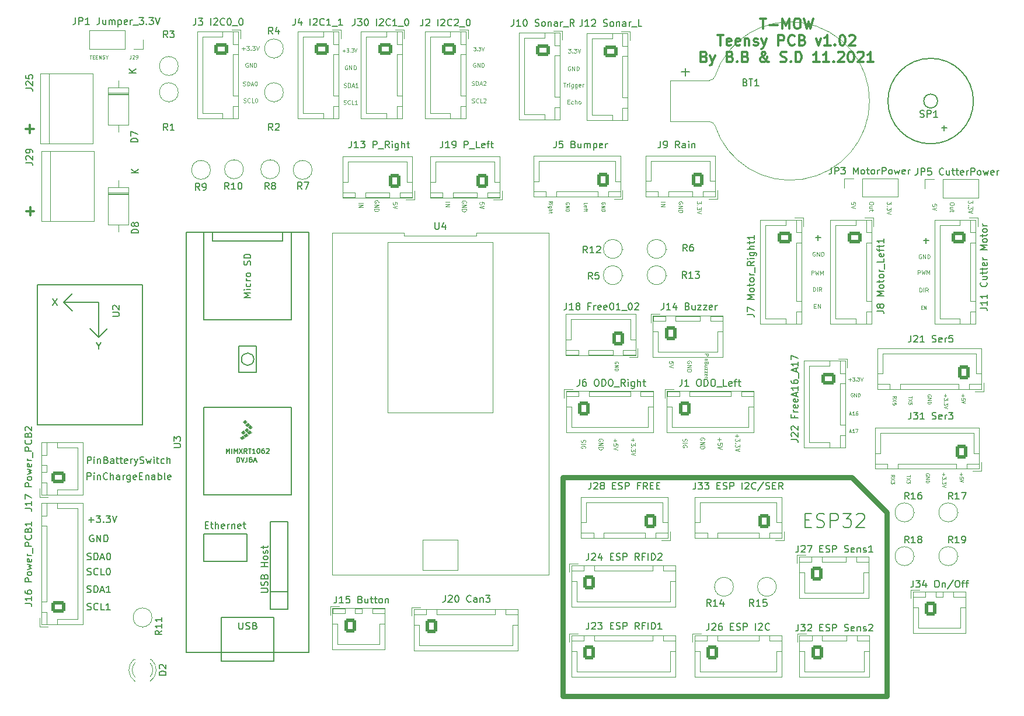
<source format=gto>
G04 #@! TF.GenerationSoftware,KiCad,Pcbnew,(5.99.0-10988-gd8b1e827c7)*
G04 #@! TF.CreationDate,2021-11-29T12:53:35+01:00*
G04 #@! TF.ProjectId,TeensyPCB,5465656e-7379-4504-9342-2e6b69636164,rev?*
G04 #@! TF.SameCoordinates,Original*
G04 #@! TF.FileFunction,Legend,Top*
G04 #@! TF.FilePolarity,Positive*
%FSLAX46Y46*%
G04 Gerber Fmt 4.6, Leading zero omitted, Abs format (unit mm)*
G04 Created by KiCad (PCBNEW (5.99.0-10988-gd8b1e827c7)) date 2021-11-29 12:53:35*
%MOMM*%
%LPD*%
G01*
G04 APERTURE LIST*
G04 Aperture macros list*
%AMRoundRect*
0 Rectangle with rounded corners*
0 $1 Rounding radius*
0 $2 $3 $4 $5 $6 $7 $8 $9 X,Y pos of 4 corners*
0 Add a 4 corners polygon primitive as box body*
4,1,4,$2,$3,$4,$5,$6,$7,$8,$9,$2,$3,0*
0 Add four circle primitives for the rounded corners*
1,1,$1+$1,$2,$3*
1,1,$1+$1,$4,$5*
1,1,$1+$1,$6,$7*
1,1,$1+$1,$8,$9*
0 Add four rect primitives between the rounded corners*
20,1,$1+$1,$2,$3,$4,$5,0*
20,1,$1+$1,$4,$5,$6,$7,0*
20,1,$1+$1,$6,$7,$8,$9,0*
20,1,$1+$1,$8,$9,$2,$3,0*%
G04 Aperture macros list end*
%ADD10C,0.800000*%
%ADD11C,0.100000*%
%ADD12C,0.375000*%
%ADD13C,0.150000*%
%ADD14C,0.300000*%
%ADD15C,0.120000*%
%ADD16C,2.000000*%
%ADD17RoundRect,0.250000X-0.725000X0.600000X-0.725000X-0.600000X0.725000X-0.600000X0.725000X0.600000X0*%
%ADD18O,1.950000X1.700000*%
%ADD19RoundRect,0.250000X0.600000X0.725000X-0.600000X0.725000X-0.600000X-0.725000X0.600000X-0.725000X0*%
%ADD20O,1.700000X1.950000*%
%ADD21RoundRect,0.250000X-0.600000X-0.750000X0.600000X-0.750000X0.600000X0.750000X-0.600000X0.750000X0*%
%ADD22O,1.700000X2.000000*%
%ADD23C,1.600000*%
%ADD24O,1.600000X1.600000*%
%ADD25R,1.800000X1.800000*%
%ADD26C,1.800000*%
%ADD27R,2.200000X2.200000*%
%ADD28O,2.200000X2.200000*%
%ADD29R,3.000000X3.000000*%
%ADD30C,3.000000*%
%ADD31RoundRect,0.250000X-0.600000X-0.725000X0.600000X-0.725000X0.600000X0.725000X-0.600000X0.725000X0*%
%ADD32C,3.600000*%
%ADD33C,6.400000*%
%ADD34R,1.600000X1.600000*%
%ADD35R,1.300000X1.300000*%
%ADD36C,1.300000*%
%ADD37R,1.700000X1.700000*%
%ADD38O,1.700000X1.700000*%
%ADD39O,2.268000X1.524000*%
%ADD40RoundRect,0.250000X0.725000X-0.600000X0.725000X0.600000X-0.725000X0.600000X-0.725000X-0.600000X0*%
%ADD41RoundRect,0.250000X0.750000X-0.600000X0.750000X0.600000X-0.750000X0.600000X-0.750000X-0.600000X0*%
%ADD42O,2.000000X1.700000*%
G04 APERTURE END LIST*
D10*
X163830000Y-106680000D02*
X158750000Y-101600000D01*
X163830000Y-133350000D02*
X163830000Y-106680000D01*
X116840000Y-133350000D02*
X163830000Y-133350000D01*
X158750000Y-101600000D02*
X116840000Y-101600000D01*
X116840000Y-101600000D02*
X116840000Y-133350000D01*
D11*
X167200209Y-101254752D02*
X167200209Y-101540466D01*
X166700209Y-101397609D02*
X167200209Y-101397609D01*
X167200209Y-101659514D02*
X166700209Y-101992847D01*
X167200209Y-101992847D02*
X166700209Y-101659514D01*
X167200209Y-102135704D02*
X167200209Y-102445228D01*
X167009733Y-102278561D01*
X167009733Y-102349990D01*
X166985923Y-102397609D01*
X166962114Y-102421419D01*
X166914495Y-102445228D01*
X166795447Y-102445228D01*
X166747828Y-102421419D01*
X166724019Y-102397609D01*
X166700209Y-102349990D01*
X166700209Y-102207133D01*
X166724019Y-102159514D01*
X166747828Y-102135704D01*
X164414209Y-101552371D02*
X164652304Y-101385704D01*
X164414209Y-101266657D02*
X164914209Y-101266657D01*
X164914209Y-101457133D01*
X164890400Y-101504752D01*
X164866590Y-101528561D01*
X164818971Y-101552371D01*
X164747542Y-101552371D01*
X164699923Y-101528561D01*
X164676114Y-101504752D01*
X164652304Y-101457133D01*
X164652304Y-101266657D01*
X164914209Y-101719038D02*
X164414209Y-102052371D01*
X164914209Y-102052371D02*
X164414209Y-101719038D01*
X164914209Y-102195228D02*
X164914209Y-102504752D01*
X164723733Y-102338085D01*
X164723733Y-102409514D01*
X164699923Y-102457133D01*
X164676114Y-102480942D01*
X164628495Y-102504752D01*
X164509447Y-102504752D01*
X164461828Y-102480942D01*
X164438019Y-102457133D01*
X164414209Y-102409514D01*
X164414209Y-102266657D01*
X164438019Y-102219038D01*
X164461828Y-102195228D01*
X116880285Y-44370428D02*
X117223142Y-44370428D01*
X117051714Y-44970428D02*
X117051714Y-44370428D01*
X117423142Y-44970428D02*
X117423142Y-44570428D01*
X117423142Y-44684714D02*
X117451714Y-44627571D01*
X117480285Y-44599000D01*
X117537428Y-44570428D01*
X117594571Y-44570428D01*
X117794571Y-44970428D02*
X117794571Y-44570428D01*
X117794571Y-44370428D02*
X117766000Y-44399000D01*
X117794571Y-44427571D01*
X117823142Y-44399000D01*
X117794571Y-44370428D01*
X117794571Y-44427571D01*
X118337428Y-44570428D02*
X118337428Y-45056142D01*
X118308857Y-45113285D01*
X118280285Y-45141857D01*
X118223142Y-45170428D01*
X118137428Y-45170428D01*
X118080285Y-45141857D01*
X118337428Y-44941857D02*
X118280285Y-44970428D01*
X118166000Y-44970428D01*
X118108857Y-44941857D01*
X118080285Y-44913285D01*
X118051714Y-44856142D01*
X118051714Y-44684714D01*
X118080285Y-44627571D01*
X118108857Y-44599000D01*
X118166000Y-44570428D01*
X118280285Y-44570428D01*
X118337428Y-44599000D01*
X118880285Y-44570428D02*
X118880285Y-45056142D01*
X118851714Y-45113285D01*
X118823142Y-45141857D01*
X118766000Y-45170428D01*
X118680285Y-45170428D01*
X118623142Y-45141857D01*
X118880285Y-44941857D02*
X118823142Y-44970428D01*
X118708857Y-44970428D01*
X118651714Y-44941857D01*
X118623142Y-44913285D01*
X118594571Y-44856142D01*
X118594571Y-44684714D01*
X118623142Y-44627571D01*
X118651714Y-44599000D01*
X118708857Y-44570428D01*
X118823142Y-44570428D01*
X118880285Y-44599000D01*
X119394571Y-44941857D02*
X119337428Y-44970428D01*
X119223142Y-44970428D01*
X119166000Y-44941857D01*
X119137428Y-44884714D01*
X119137428Y-44656142D01*
X119166000Y-44599000D01*
X119223142Y-44570428D01*
X119337428Y-44570428D01*
X119394571Y-44599000D01*
X119423142Y-44656142D01*
X119423142Y-44713285D01*
X119137428Y-44770428D01*
X119680285Y-44970428D02*
X119680285Y-44570428D01*
X119680285Y-44684714D02*
X119708857Y-44627571D01*
X119737428Y-44599000D01*
X119794571Y-44570428D01*
X119851714Y-44570428D01*
X117537428Y-47086142D02*
X117737428Y-47086142D01*
X117823142Y-47400428D02*
X117537428Y-47400428D01*
X117537428Y-46800428D01*
X117823142Y-46800428D01*
X118337428Y-47371857D02*
X118280285Y-47400428D01*
X118166000Y-47400428D01*
X118108857Y-47371857D01*
X118080285Y-47343285D01*
X118051714Y-47286142D01*
X118051714Y-47114714D01*
X118080285Y-47057571D01*
X118108857Y-47029000D01*
X118166000Y-47000428D01*
X118280285Y-47000428D01*
X118337428Y-47029000D01*
X118594571Y-47400428D02*
X118594571Y-46800428D01*
X118851714Y-47400428D02*
X118851714Y-47086142D01*
X118823142Y-47029000D01*
X118766000Y-47000428D01*
X118680285Y-47000428D01*
X118623142Y-47029000D01*
X118594571Y-47057571D01*
X119223142Y-47400428D02*
X119166000Y-47371857D01*
X119137428Y-47343285D01*
X119108857Y-47286142D01*
X119108857Y-47114714D01*
X119137428Y-47057571D01*
X119166000Y-47029000D01*
X119223142Y-47000428D01*
X119308857Y-47000428D01*
X119366000Y-47029000D01*
X119394571Y-47057571D01*
X119423142Y-47114714D01*
X119423142Y-47286142D01*
X119394571Y-47343285D01*
X119366000Y-47371857D01*
X119308857Y-47400428D01*
X119223142Y-47400428D01*
X71154857Y-41490000D02*
X71097714Y-41461428D01*
X71012000Y-41461428D01*
X70926285Y-41490000D01*
X70869142Y-41547142D01*
X70840571Y-41604285D01*
X70812000Y-41718571D01*
X70812000Y-41804285D01*
X70840571Y-41918571D01*
X70869142Y-41975714D01*
X70926285Y-42032857D01*
X71012000Y-42061428D01*
X71069142Y-42061428D01*
X71154857Y-42032857D01*
X71183428Y-42004285D01*
X71183428Y-41804285D01*
X71069142Y-41804285D01*
X71440571Y-42061428D02*
X71440571Y-41461428D01*
X71783428Y-42061428D01*
X71783428Y-41461428D01*
X72069142Y-42061428D02*
X72069142Y-41461428D01*
X72212000Y-41461428D01*
X72297714Y-41490000D01*
X72354857Y-41547142D01*
X72383428Y-41604285D01*
X72412000Y-41718571D01*
X72412000Y-41804285D01*
X72383428Y-41918571D01*
X72354857Y-41975714D01*
X72297714Y-42032857D01*
X72212000Y-42061428D01*
X72069142Y-42061428D01*
X70282000Y-39382857D02*
X70739142Y-39382857D01*
X70510571Y-39611428D02*
X70510571Y-39154285D01*
X70967714Y-39011428D02*
X71339142Y-39011428D01*
X71139142Y-39240000D01*
X71224857Y-39240000D01*
X71282000Y-39268571D01*
X71310571Y-39297142D01*
X71339142Y-39354285D01*
X71339142Y-39497142D01*
X71310571Y-39554285D01*
X71282000Y-39582857D01*
X71224857Y-39611428D01*
X71053428Y-39611428D01*
X70996285Y-39582857D01*
X70967714Y-39554285D01*
X71596285Y-39554285D02*
X71624857Y-39582857D01*
X71596285Y-39611428D01*
X71567714Y-39582857D01*
X71596285Y-39554285D01*
X71596285Y-39611428D01*
X71824857Y-39011428D02*
X72196285Y-39011428D01*
X71996285Y-39240000D01*
X72082000Y-39240000D01*
X72139142Y-39268571D01*
X72167714Y-39297142D01*
X72196285Y-39354285D01*
X72196285Y-39497142D01*
X72167714Y-39554285D01*
X72139142Y-39582857D01*
X72082000Y-39611428D01*
X71910571Y-39611428D01*
X71853428Y-39582857D01*
X71824857Y-39554285D01*
X72367714Y-39011428D02*
X72567714Y-39611428D01*
X72767714Y-39011428D01*
X70470714Y-44722857D02*
X70556428Y-44751428D01*
X70699285Y-44751428D01*
X70756428Y-44722857D01*
X70785000Y-44694285D01*
X70813571Y-44637142D01*
X70813571Y-44580000D01*
X70785000Y-44522857D01*
X70756428Y-44494285D01*
X70699285Y-44465714D01*
X70585000Y-44437142D01*
X70527857Y-44408571D01*
X70499285Y-44380000D01*
X70470714Y-44322857D01*
X70470714Y-44265714D01*
X70499285Y-44208571D01*
X70527857Y-44180000D01*
X70585000Y-44151428D01*
X70727857Y-44151428D01*
X70813571Y-44180000D01*
X71070714Y-44751428D02*
X71070714Y-44151428D01*
X71213571Y-44151428D01*
X71299285Y-44180000D01*
X71356428Y-44237142D01*
X71385000Y-44294285D01*
X71413571Y-44408571D01*
X71413571Y-44494285D01*
X71385000Y-44608571D01*
X71356428Y-44665714D01*
X71299285Y-44722857D01*
X71213571Y-44751428D01*
X71070714Y-44751428D01*
X71642142Y-44580000D02*
X71927857Y-44580000D01*
X71585000Y-44751428D02*
X71785000Y-44151428D01*
X71985000Y-44751428D01*
X72299285Y-44151428D02*
X72356428Y-44151428D01*
X72413571Y-44180000D01*
X72442142Y-44208571D01*
X72470714Y-44265714D01*
X72499285Y-44380000D01*
X72499285Y-44522857D01*
X72470714Y-44637142D01*
X72442142Y-44694285D01*
X72413571Y-44722857D01*
X72356428Y-44751428D01*
X72299285Y-44751428D01*
X72242142Y-44722857D01*
X72213571Y-44694285D01*
X72185000Y-44637142D01*
X72156428Y-44522857D01*
X72156428Y-44380000D01*
X72185000Y-44265714D01*
X72213571Y-44208571D01*
X72242142Y-44180000D01*
X72299285Y-44151428D01*
X70545000Y-47172857D02*
X70630714Y-47201428D01*
X70773571Y-47201428D01*
X70830714Y-47172857D01*
X70859285Y-47144285D01*
X70887857Y-47087142D01*
X70887857Y-47030000D01*
X70859285Y-46972857D01*
X70830714Y-46944285D01*
X70773571Y-46915714D01*
X70659285Y-46887142D01*
X70602142Y-46858571D01*
X70573571Y-46830000D01*
X70545000Y-46772857D01*
X70545000Y-46715714D01*
X70573571Y-46658571D01*
X70602142Y-46630000D01*
X70659285Y-46601428D01*
X70802142Y-46601428D01*
X70887857Y-46630000D01*
X71487857Y-47144285D02*
X71459285Y-47172857D01*
X71373571Y-47201428D01*
X71316428Y-47201428D01*
X71230714Y-47172857D01*
X71173571Y-47115714D01*
X71145000Y-47058571D01*
X71116428Y-46944285D01*
X71116428Y-46858571D01*
X71145000Y-46744285D01*
X71173571Y-46687142D01*
X71230714Y-46630000D01*
X71316428Y-46601428D01*
X71373571Y-46601428D01*
X71459285Y-46630000D01*
X71487857Y-46658571D01*
X72030714Y-47201428D02*
X71745000Y-47201428D01*
X71745000Y-46601428D01*
X72345000Y-46601428D02*
X72402142Y-46601428D01*
X72459285Y-46630000D01*
X72487857Y-46658571D01*
X72516428Y-46715714D01*
X72545000Y-46830000D01*
X72545000Y-46972857D01*
X72516428Y-47087142D01*
X72487857Y-47144285D01*
X72459285Y-47172857D01*
X72402142Y-47201428D01*
X72345000Y-47201428D01*
X72287857Y-47172857D01*
X72259285Y-47144285D01*
X72230714Y-47087142D01*
X72202142Y-46972857D01*
X72202142Y-46830000D01*
X72230714Y-46715714D01*
X72259285Y-46658571D01*
X72287857Y-46630000D01*
X72345000Y-46601428D01*
X84900000Y-39705714D02*
X85280952Y-39705714D01*
X85090476Y-39896190D02*
X85090476Y-39515238D01*
X85471428Y-39396190D02*
X85780952Y-39396190D01*
X85614285Y-39586666D01*
X85685714Y-39586666D01*
X85733333Y-39610476D01*
X85757142Y-39634285D01*
X85780952Y-39681904D01*
X85780952Y-39800952D01*
X85757142Y-39848571D01*
X85733333Y-39872380D01*
X85685714Y-39896190D01*
X85542857Y-39896190D01*
X85495238Y-39872380D01*
X85471428Y-39848571D01*
X85995238Y-39848571D02*
X86019047Y-39872380D01*
X85995238Y-39896190D01*
X85971428Y-39872380D01*
X85995238Y-39848571D01*
X85995238Y-39896190D01*
X86185714Y-39396190D02*
X86495238Y-39396190D01*
X86328571Y-39586666D01*
X86400000Y-39586666D01*
X86447619Y-39610476D01*
X86471428Y-39634285D01*
X86495238Y-39681904D01*
X86495238Y-39800952D01*
X86471428Y-39848571D01*
X86447619Y-39872380D01*
X86400000Y-39896190D01*
X86257142Y-39896190D01*
X86209523Y-39872380D01*
X86185714Y-39848571D01*
X86638095Y-39396190D02*
X86804761Y-39896190D01*
X86971428Y-39396190D01*
X85592857Y-41870000D02*
X85535714Y-41841428D01*
X85450000Y-41841428D01*
X85364285Y-41870000D01*
X85307142Y-41927142D01*
X85278571Y-41984285D01*
X85250000Y-42098571D01*
X85250000Y-42184285D01*
X85278571Y-42298571D01*
X85307142Y-42355714D01*
X85364285Y-42412857D01*
X85450000Y-42441428D01*
X85507142Y-42441428D01*
X85592857Y-42412857D01*
X85621428Y-42384285D01*
X85621428Y-42184285D01*
X85507142Y-42184285D01*
X85878571Y-42441428D02*
X85878571Y-41841428D01*
X86221428Y-42441428D01*
X86221428Y-41841428D01*
X86507142Y-42441428D02*
X86507142Y-41841428D01*
X86650000Y-41841428D01*
X86735714Y-41870000D01*
X86792857Y-41927142D01*
X86821428Y-41984285D01*
X86850000Y-42098571D01*
X86850000Y-42184285D01*
X86821428Y-42298571D01*
X86792857Y-42355714D01*
X86735714Y-42412857D01*
X86650000Y-42441428D01*
X86507142Y-42441428D01*
X85095714Y-44972857D02*
X85181428Y-45001428D01*
X85324285Y-45001428D01*
X85381428Y-44972857D01*
X85410000Y-44944285D01*
X85438571Y-44887142D01*
X85438571Y-44830000D01*
X85410000Y-44772857D01*
X85381428Y-44744285D01*
X85324285Y-44715714D01*
X85210000Y-44687142D01*
X85152857Y-44658571D01*
X85124285Y-44630000D01*
X85095714Y-44572857D01*
X85095714Y-44515714D01*
X85124285Y-44458571D01*
X85152857Y-44430000D01*
X85210000Y-44401428D01*
X85352857Y-44401428D01*
X85438571Y-44430000D01*
X85695714Y-45001428D02*
X85695714Y-44401428D01*
X85838571Y-44401428D01*
X85924285Y-44430000D01*
X85981428Y-44487142D01*
X86010000Y-44544285D01*
X86038571Y-44658571D01*
X86038571Y-44744285D01*
X86010000Y-44858571D01*
X85981428Y-44915714D01*
X85924285Y-44972857D01*
X85838571Y-45001428D01*
X85695714Y-45001428D01*
X86267142Y-44830000D02*
X86552857Y-44830000D01*
X86210000Y-45001428D02*
X86410000Y-44401428D01*
X86610000Y-45001428D01*
X87124285Y-45001428D02*
X86781428Y-45001428D01*
X86952857Y-45001428D02*
X86952857Y-44401428D01*
X86895714Y-44487142D01*
X86838571Y-44544285D01*
X86781428Y-44572857D01*
X85050000Y-47432857D02*
X85135714Y-47461428D01*
X85278571Y-47461428D01*
X85335714Y-47432857D01*
X85364285Y-47404285D01*
X85392857Y-47347142D01*
X85392857Y-47290000D01*
X85364285Y-47232857D01*
X85335714Y-47204285D01*
X85278571Y-47175714D01*
X85164285Y-47147142D01*
X85107142Y-47118571D01*
X85078571Y-47090000D01*
X85050000Y-47032857D01*
X85050000Y-46975714D01*
X85078571Y-46918571D01*
X85107142Y-46890000D01*
X85164285Y-46861428D01*
X85307142Y-46861428D01*
X85392857Y-46890000D01*
X85992857Y-47404285D02*
X85964285Y-47432857D01*
X85878571Y-47461428D01*
X85821428Y-47461428D01*
X85735714Y-47432857D01*
X85678571Y-47375714D01*
X85650000Y-47318571D01*
X85621428Y-47204285D01*
X85621428Y-47118571D01*
X85650000Y-47004285D01*
X85678571Y-46947142D01*
X85735714Y-46890000D01*
X85821428Y-46861428D01*
X85878571Y-46861428D01*
X85964285Y-46890000D01*
X85992857Y-46918571D01*
X86535714Y-47461428D02*
X86250000Y-47461428D01*
X86250000Y-46861428D01*
X87050000Y-47461428D02*
X86707142Y-47461428D01*
X86878571Y-47461428D02*
X86878571Y-46861428D01*
X86821428Y-46947142D01*
X86764285Y-47004285D01*
X86707142Y-47032857D01*
D12*
X38958571Y-51057142D02*
X40101428Y-51057142D01*
X39530000Y-51628571D02*
X39530000Y-50485714D01*
X39008571Y-62997142D02*
X40151428Y-62997142D01*
X39580000Y-63568571D02*
X39580000Y-62425714D01*
D11*
X172041685Y-100956800D02*
X172041685Y-101337752D01*
X171851209Y-101147276D02*
X172232161Y-101147276D01*
X172351209Y-101528228D02*
X172351209Y-101837752D01*
X172160733Y-101671085D01*
X172160733Y-101742514D01*
X172136923Y-101790133D01*
X172113114Y-101813942D01*
X172065495Y-101837752D01*
X171946447Y-101837752D01*
X171898828Y-101813942D01*
X171875019Y-101790133D01*
X171851209Y-101742514D01*
X171851209Y-101599657D01*
X171875019Y-101552038D01*
X171898828Y-101528228D01*
X171898828Y-102052038D02*
X171875019Y-102075847D01*
X171851209Y-102052038D01*
X171875019Y-102028228D01*
X171898828Y-102052038D01*
X171851209Y-102052038D01*
X172351209Y-102242514D02*
X172351209Y-102552038D01*
X172160733Y-102385371D01*
X172160733Y-102456800D01*
X172136923Y-102504419D01*
X172113114Y-102528228D01*
X172065495Y-102552038D01*
X171946447Y-102552038D01*
X171898828Y-102528228D01*
X171875019Y-102504419D01*
X171851209Y-102456800D01*
X171851209Y-102313942D01*
X171875019Y-102266323D01*
X171898828Y-102242514D01*
X172351209Y-102694895D02*
X171851209Y-102861561D01*
X172351209Y-103028228D01*
X174561685Y-100953942D02*
X174561685Y-101334895D01*
X174371209Y-101144419D02*
X174752161Y-101144419D01*
X174871209Y-101811085D02*
X174871209Y-101572990D01*
X174633114Y-101549180D01*
X174656923Y-101572990D01*
X174680733Y-101620609D01*
X174680733Y-101739657D01*
X174656923Y-101787276D01*
X174633114Y-101811085D01*
X174585495Y-101834895D01*
X174466447Y-101834895D01*
X174418828Y-101811085D01*
X174395019Y-101787276D01*
X174371209Y-101739657D01*
X174371209Y-101620609D01*
X174395019Y-101572990D01*
X174418828Y-101549180D01*
X174871209Y-101977752D02*
X174371209Y-102144419D01*
X174871209Y-102311085D01*
X169937400Y-101305847D02*
X169961209Y-101258228D01*
X169961209Y-101186800D01*
X169937400Y-101115371D01*
X169889780Y-101067752D01*
X169842161Y-101043942D01*
X169746923Y-101020133D01*
X169675495Y-101020133D01*
X169580257Y-101043942D01*
X169532638Y-101067752D01*
X169485019Y-101115371D01*
X169461209Y-101186800D01*
X169461209Y-101234419D01*
X169485019Y-101305847D01*
X169508828Y-101329657D01*
X169675495Y-101329657D01*
X169675495Y-101234419D01*
X169461209Y-101543942D02*
X169961209Y-101543942D01*
X169461209Y-101829657D01*
X169961209Y-101829657D01*
X169461209Y-102067752D02*
X169961209Y-102067752D01*
X169961209Y-102186800D01*
X169937400Y-102258228D01*
X169889780Y-102305847D01*
X169842161Y-102329657D01*
X169746923Y-102353466D01*
X169675495Y-102353466D01*
X169580257Y-102329657D01*
X169532638Y-102305847D01*
X169485019Y-102258228D01*
X169461209Y-102186800D01*
X169461209Y-102067752D01*
X119915809Y-62011761D02*
X119915809Y-61773666D01*
X120415809Y-61773666D01*
X119939619Y-62368904D02*
X119915809Y-62321285D01*
X119915809Y-62226047D01*
X119939619Y-62178428D01*
X119987238Y-62154619D01*
X120177714Y-62154619D01*
X120225333Y-62178428D01*
X120249142Y-62226047D01*
X120249142Y-62321285D01*
X120225333Y-62368904D01*
X120177714Y-62392714D01*
X120130095Y-62392714D01*
X120082476Y-62154619D01*
X120249142Y-62535571D02*
X120249142Y-62726047D01*
X119915809Y-62607000D02*
X120344380Y-62607000D01*
X120392000Y-62630809D01*
X120415809Y-62678428D01*
X120415809Y-62726047D01*
X120249142Y-62821285D02*
X120249142Y-63011761D01*
X120415809Y-62892714D02*
X119987238Y-62892714D01*
X119939619Y-62916523D01*
X119915809Y-62964142D01*
X119915809Y-63011761D01*
X114835809Y-61797476D02*
X115073904Y-61630809D01*
X114835809Y-61511761D02*
X115335809Y-61511761D01*
X115335809Y-61702238D01*
X115312000Y-61749857D01*
X115288190Y-61773666D01*
X115240571Y-61797476D01*
X115169142Y-61797476D01*
X115121523Y-61773666D01*
X115097714Y-61749857D01*
X115073904Y-61702238D01*
X115073904Y-61511761D01*
X114835809Y-62011761D02*
X115169142Y-62011761D01*
X115335809Y-62011761D02*
X115312000Y-61987952D01*
X115288190Y-62011761D01*
X115312000Y-62035571D01*
X115335809Y-62011761D01*
X115288190Y-62011761D01*
X115169142Y-62464142D02*
X114764380Y-62464142D01*
X114716761Y-62440333D01*
X114692952Y-62416523D01*
X114669142Y-62368904D01*
X114669142Y-62297476D01*
X114692952Y-62249857D01*
X114859619Y-62464142D02*
X114835809Y-62416523D01*
X114835809Y-62321285D01*
X114859619Y-62273666D01*
X114883428Y-62249857D01*
X114931047Y-62226047D01*
X115073904Y-62226047D01*
X115121523Y-62249857D01*
X115145333Y-62273666D01*
X115169142Y-62321285D01*
X115169142Y-62416523D01*
X115145333Y-62464142D01*
X114835809Y-62702238D02*
X115335809Y-62702238D01*
X114835809Y-62916523D02*
X115097714Y-62916523D01*
X115145333Y-62892714D01*
X115169142Y-62845095D01*
X115169142Y-62773666D01*
X115145333Y-62726047D01*
X115121523Y-62702238D01*
X115169142Y-63083190D02*
X115169142Y-63273666D01*
X115335809Y-63154619D02*
X114907238Y-63154619D01*
X114859619Y-63178428D01*
X114835809Y-63226047D01*
X114835809Y-63273666D01*
X117725000Y-61972047D02*
X117748809Y-61924428D01*
X117748809Y-61853000D01*
X117725000Y-61781571D01*
X117677380Y-61733952D01*
X117629761Y-61710142D01*
X117534523Y-61686333D01*
X117463095Y-61686333D01*
X117367857Y-61710142D01*
X117320238Y-61733952D01*
X117272619Y-61781571D01*
X117248809Y-61853000D01*
X117248809Y-61900619D01*
X117272619Y-61972047D01*
X117296428Y-61995857D01*
X117463095Y-61995857D01*
X117463095Y-61900619D01*
X117248809Y-62210142D02*
X117748809Y-62210142D01*
X117248809Y-62495857D01*
X117748809Y-62495857D01*
X117248809Y-62733952D02*
X117748809Y-62733952D01*
X117748809Y-62853000D01*
X117725000Y-62924428D01*
X117677380Y-62972047D01*
X117629761Y-62995857D01*
X117534523Y-63019666D01*
X117463095Y-63019666D01*
X117367857Y-62995857D01*
X117320238Y-62972047D01*
X117272619Y-62924428D01*
X117248809Y-62853000D01*
X117248809Y-62733952D01*
X122932000Y-61962047D02*
X122955809Y-61914428D01*
X122955809Y-61843000D01*
X122932000Y-61771571D01*
X122884380Y-61723952D01*
X122836761Y-61700142D01*
X122741523Y-61676333D01*
X122670095Y-61676333D01*
X122574857Y-61700142D01*
X122527238Y-61723952D01*
X122479619Y-61771571D01*
X122455809Y-61843000D01*
X122455809Y-61890619D01*
X122479619Y-61962047D01*
X122503428Y-61985857D01*
X122670095Y-61985857D01*
X122670095Y-61890619D01*
X122455809Y-62200142D02*
X122955809Y-62200142D01*
X122455809Y-62485857D01*
X122955809Y-62485857D01*
X122455809Y-62723952D02*
X122955809Y-62723952D01*
X122955809Y-62843000D01*
X122932000Y-62914428D01*
X122884380Y-62962047D01*
X122836761Y-62985857D01*
X122741523Y-63009666D01*
X122670095Y-63009666D01*
X122574857Y-62985857D01*
X122527238Y-62962047D01*
X122479619Y-62914428D01*
X122455809Y-62843000D01*
X122455809Y-62723952D01*
X90089000Y-61758857D02*
X90117571Y-61701714D01*
X90117571Y-61616000D01*
X90089000Y-61530285D01*
X90031857Y-61473142D01*
X89974714Y-61444571D01*
X89860428Y-61416000D01*
X89774714Y-61416000D01*
X89660428Y-61444571D01*
X89603285Y-61473142D01*
X89546142Y-61530285D01*
X89517571Y-61616000D01*
X89517571Y-61673142D01*
X89546142Y-61758857D01*
X89574714Y-61787428D01*
X89774714Y-61787428D01*
X89774714Y-61673142D01*
X89517571Y-62044571D02*
X90117571Y-62044571D01*
X89517571Y-62387428D01*
X90117571Y-62387428D01*
X89517571Y-62673142D02*
X90117571Y-62673142D01*
X90117571Y-62816000D01*
X90089000Y-62901714D01*
X90031857Y-62958857D01*
X89974714Y-62987428D01*
X89860428Y-63016000D01*
X89774714Y-63016000D01*
X89660428Y-62987428D01*
X89603285Y-62958857D01*
X89546142Y-62901714D01*
X89517571Y-62816000D01*
X89517571Y-62673142D01*
X105357571Y-61988714D02*
X105357571Y-61703000D01*
X105071857Y-61674428D01*
X105100428Y-61703000D01*
X105129000Y-61760142D01*
X105129000Y-61903000D01*
X105100428Y-61960142D01*
X105071857Y-61988714D01*
X105014714Y-62017285D01*
X104871857Y-62017285D01*
X104814714Y-61988714D01*
X104786142Y-61960142D01*
X104757571Y-61903000D01*
X104757571Y-61760142D01*
X104786142Y-61703000D01*
X104814714Y-61674428D01*
X105357571Y-62188714D02*
X104757571Y-62388714D01*
X105357571Y-62588714D01*
X136878571Y-61524285D02*
X136878571Y-61895714D01*
X136650000Y-61695714D01*
X136650000Y-61781428D01*
X136621428Y-61838571D01*
X136592857Y-61867142D01*
X136535714Y-61895714D01*
X136392857Y-61895714D01*
X136335714Y-61867142D01*
X136307142Y-61838571D01*
X136278571Y-61781428D01*
X136278571Y-61610000D01*
X136307142Y-61552857D01*
X136335714Y-61524285D01*
X136335714Y-62152857D02*
X136307142Y-62181428D01*
X136278571Y-62152857D01*
X136307142Y-62124285D01*
X136335714Y-62152857D01*
X136278571Y-62152857D01*
X136878571Y-62381428D02*
X136878571Y-62752857D01*
X136650000Y-62552857D01*
X136650000Y-62638571D01*
X136621428Y-62695714D01*
X136592857Y-62724285D01*
X136535714Y-62752857D01*
X136392857Y-62752857D01*
X136335714Y-62724285D01*
X136307142Y-62695714D01*
X136278571Y-62638571D01*
X136278571Y-62467142D01*
X136307142Y-62410000D01*
X136335714Y-62381428D01*
X136878571Y-62924285D02*
X136278571Y-63124285D01*
X136878571Y-63324285D01*
X99804571Y-61661714D02*
X100404571Y-61661714D01*
X99804571Y-61947428D02*
X100404571Y-61947428D01*
X99804571Y-62290285D01*
X100404571Y-62290285D01*
D13*
X47863333Y-115720761D02*
X48006190Y-115768380D01*
X48244285Y-115768380D01*
X48339523Y-115720761D01*
X48387142Y-115673142D01*
X48434761Y-115577904D01*
X48434761Y-115482666D01*
X48387142Y-115387428D01*
X48339523Y-115339809D01*
X48244285Y-115292190D01*
X48053809Y-115244571D01*
X47958571Y-115196952D01*
X47910952Y-115149333D01*
X47863333Y-115054095D01*
X47863333Y-114958857D01*
X47910952Y-114863619D01*
X47958571Y-114816000D01*
X48053809Y-114768380D01*
X48291904Y-114768380D01*
X48434761Y-114816000D01*
X49434761Y-115673142D02*
X49387142Y-115720761D01*
X49244285Y-115768380D01*
X49149047Y-115768380D01*
X49006190Y-115720761D01*
X48910952Y-115625523D01*
X48863333Y-115530285D01*
X48815714Y-115339809D01*
X48815714Y-115196952D01*
X48863333Y-115006476D01*
X48910952Y-114911238D01*
X49006190Y-114816000D01*
X49149047Y-114768380D01*
X49244285Y-114768380D01*
X49387142Y-114816000D01*
X49434761Y-114863619D01*
X50339523Y-115768380D02*
X49863333Y-115768380D01*
X49863333Y-114768380D01*
X50863333Y-114768380D02*
X50958571Y-114768380D01*
X51053809Y-114816000D01*
X51101428Y-114863619D01*
X51149047Y-114958857D01*
X51196666Y-115149333D01*
X51196666Y-115387428D01*
X51149047Y-115577904D01*
X51101428Y-115673142D01*
X51053809Y-115720761D01*
X50958571Y-115768380D01*
X50863333Y-115768380D01*
X50768095Y-115720761D01*
X50720476Y-115673142D01*
X50672857Y-115577904D01*
X50625238Y-115387428D01*
X50625238Y-115149333D01*
X50672857Y-114958857D01*
X50720476Y-114863619D01*
X50768095Y-114816000D01*
X50863333Y-114768380D01*
X47859523Y-113514761D02*
X48002380Y-113562380D01*
X48240476Y-113562380D01*
X48335714Y-113514761D01*
X48383333Y-113467142D01*
X48430952Y-113371904D01*
X48430952Y-113276666D01*
X48383333Y-113181428D01*
X48335714Y-113133809D01*
X48240476Y-113086190D01*
X48050000Y-113038571D01*
X47954761Y-112990952D01*
X47907142Y-112943333D01*
X47859523Y-112848095D01*
X47859523Y-112752857D01*
X47907142Y-112657619D01*
X47954761Y-112610000D01*
X48050000Y-112562380D01*
X48288095Y-112562380D01*
X48430952Y-112610000D01*
X48859523Y-113562380D02*
X48859523Y-112562380D01*
X49097619Y-112562380D01*
X49240476Y-112610000D01*
X49335714Y-112705238D01*
X49383333Y-112800476D01*
X49430952Y-112990952D01*
X49430952Y-113133809D01*
X49383333Y-113324285D01*
X49335714Y-113419523D01*
X49240476Y-113514761D01*
X49097619Y-113562380D01*
X48859523Y-113562380D01*
X49811904Y-113276666D02*
X50288095Y-113276666D01*
X49716666Y-113562380D02*
X50050000Y-112562380D01*
X50383333Y-113562380D01*
X50907142Y-112562380D02*
X51002380Y-112562380D01*
X51097619Y-112610000D01*
X51145238Y-112657619D01*
X51192857Y-112752857D01*
X51240476Y-112943333D01*
X51240476Y-113181428D01*
X51192857Y-113371904D01*
X51145238Y-113467142D01*
X51097619Y-113514761D01*
X51002380Y-113562380D01*
X50907142Y-113562380D01*
X50811904Y-113514761D01*
X50764285Y-113467142D01*
X50716666Y-113371904D01*
X50669047Y-113181428D01*
X50669047Y-112943333D01*
X50716666Y-112752857D01*
X50764285Y-112657619D01*
X50811904Y-112610000D01*
X50907142Y-112562380D01*
X48768095Y-109990000D02*
X48672857Y-109942380D01*
X48530000Y-109942380D01*
X48387142Y-109990000D01*
X48291904Y-110085238D01*
X48244285Y-110180476D01*
X48196666Y-110370952D01*
X48196666Y-110513809D01*
X48244285Y-110704285D01*
X48291904Y-110799523D01*
X48387142Y-110894761D01*
X48530000Y-110942380D01*
X48625238Y-110942380D01*
X48768095Y-110894761D01*
X48815714Y-110847142D01*
X48815714Y-110513809D01*
X48625238Y-110513809D01*
X49244285Y-110942380D02*
X49244285Y-109942380D01*
X49815714Y-110942380D01*
X49815714Y-109942380D01*
X50291904Y-110942380D02*
X50291904Y-109942380D01*
X50530000Y-109942380D01*
X50672857Y-109990000D01*
X50768095Y-110085238D01*
X50815714Y-110180476D01*
X50863333Y-110370952D01*
X50863333Y-110513809D01*
X50815714Y-110704285D01*
X50768095Y-110799523D01*
X50672857Y-110894761D01*
X50530000Y-110942380D01*
X50291904Y-110942380D01*
D11*
X103635714Y-44712857D02*
X103721428Y-44741428D01*
X103864285Y-44741428D01*
X103921428Y-44712857D01*
X103950000Y-44684285D01*
X103978571Y-44627142D01*
X103978571Y-44570000D01*
X103950000Y-44512857D01*
X103921428Y-44484285D01*
X103864285Y-44455714D01*
X103750000Y-44427142D01*
X103692857Y-44398571D01*
X103664285Y-44370000D01*
X103635714Y-44312857D01*
X103635714Y-44255714D01*
X103664285Y-44198571D01*
X103692857Y-44170000D01*
X103750000Y-44141428D01*
X103892857Y-44141428D01*
X103978571Y-44170000D01*
X104235714Y-44741428D02*
X104235714Y-44141428D01*
X104378571Y-44141428D01*
X104464285Y-44170000D01*
X104521428Y-44227142D01*
X104550000Y-44284285D01*
X104578571Y-44398571D01*
X104578571Y-44484285D01*
X104550000Y-44598571D01*
X104521428Y-44655714D01*
X104464285Y-44712857D01*
X104378571Y-44741428D01*
X104235714Y-44741428D01*
X104807142Y-44570000D02*
X105092857Y-44570000D01*
X104750000Y-44741428D02*
X104950000Y-44141428D01*
X105150000Y-44741428D01*
X105321428Y-44198571D02*
X105350000Y-44170000D01*
X105407142Y-44141428D01*
X105550000Y-44141428D01*
X105607142Y-44170000D01*
X105635714Y-44198571D01*
X105664285Y-44255714D01*
X105664285Y-44312857D01*
X105635714Y-44398571D01*
X105292857Y-44741428D01*
X105664285Y-44741428D01*
X103660000Y-47202857D02*
X103745714Y-47231428D01*
X103888571Y-47231428D01*
X103945714Y-47202857D01*
X103974285Y-47174285D01*
X104002857Y-47117142D01*
X104002857Y-47060000D01*
X103974285Y-47002857D01*
X103945714Y-46974285D01*
X103888571Y-46945714D01*
X103774285Y-46917142D01*
X103717142Y-46888571D01*
X103688571Y-46860000D01*
X103660000Y-46802857D01*
X103660000Y-46745714D01*
X103688571Y-46688571D01*
X103717142Y-46660000D01*
X103774285Y-46631428D01*
X103917142Y-46631428D01*
X104002857Y-46660000D01*
X104602857Y-47174285D02*
X104574285Y-47202857D01*
X104488571Y-47231428D01*
X104431428Y-47231428D01*
X104345714Y-47202857D01*
X104288571Y-47145714D01*
X104260000Y-47088571D01*
X104231428Y-46974285D01*
X104231428Y-46888571D01*
X104260000Y-46774285D01*
X104288571Y-46717142D01*
X104345714Y-46660000D01*
X104431428Y-46631428D01*
X104488571Y-46631428D01*
X104574285Y-46660000D01*
X104602857Y-46688571D01*
X105145714Y-47231428D02*
X104860000Y-47231428D01*
X104860000Y-46631428D01*
X105317142Y-46688571D02*
X105345714Y-46660000D01*
X105402857Y-46631428D01*
X105545714Y-46631428D01*
X105602857Y-46660000D01*
X105631428Y-46688571D01*
X105660000Y-46745714D01*
X105660000Y-46802857D01*
X105631428Y-46888571D01*
X105288571Y-47231428D01*
X105660000Y-47231428D01*
X103891904Y-39166190D02*
X104201428Y-39166190D01*
X104034761Y-39356666D01*
X104106190Y-39356666D01*
X104153809Y-39380476D01*
X104177619Y-39404285D01*
X104201428Y-39451904D01*
X104201428Y-39570952D01*
X104177619Y-39618571D01*
X104153809Y-39642380D01*
X104106190Y-39666190D01*
X103963333Y-39666190D01*
X103915714Y-39642380D01*
X103891904Y-39618571D01*
X104415714Y-39618571D02*
X104439523Y-39642380D01*
X104415714Y-39666190D01*
X104391904Y-39642380D01*
X104415714Y-39618571D01*
X104415714Y-39666190D01*
X104606190Y-39166190D02*
X104915714Y-39166190D01*
X104749047Y-39356666D01*
X104820476Y-39356666D01*
X104868095Y-39380476D01*
X104891904Y-39404285D01*
X104915714Y-39451904D01*
X104915714Y-39570952D01*
X104891904Y-39618571D01*
X104868095Y-39642380D01*
X104820476Y-39666190D01*
X104677619Y-39666190D01*
X104630000Y-39642380D01*
X104606190Y-39618571D01*
X105058571Y-39166190D02*
X105225238Y-39666190D01*
X105391904Y-39166190D01*
X104152857Y-41510000D02*
X104095714Y-41481428D01*
X104010000Y-41481428D01*
X103924285Y-41510000D01*
X103867142Y-41567142D01*
X103838571Y-41624285D01*
X103810000Y-41738571D01*
X103810000Y-41824285D01*
X103838571Y-41938571D01*
X103867142Y-41995714D01*
X103924285Y-42052857D01*
X104010000Y-42081428D01*
X104067142Y-42081428D01*
X104152857Y-42052857D01*
X104181428Y-42024285D01*
X104181428Y-41824285D01*
X104067142Y-41824285D01*
X104438571Y-42081428D02*
X104438571Y-41481428D01*
X104781428Y-42081428D01*
X104781428Y-41481428D01*
X105067142Y-42081428D02*
X105067142Y-41481428D01*
X105210000Y-41481428D01*
X105295714Y-41510000D01*
X105352857Y-41567142D01*
X105381428Y-41624285D01*
X105410000Y-41738571D01*
X105410000Y-41824285D01*
X105381428Y-41938571D01*
X105352857Y-41995714D01*
X105295714Y-42052857D01*
X105210000Y-42081428D01*
X105067142Y-42081428D01*
X153412857Y-68910000D02*
X153355714Y-68881428D01*
X153270000Y-68881428D01*
X153184285Y-68910000D01*
X153127142Y-68967142D01*
X153098571Y-69024285D01*
X153070000Y-69138571D01*
X153070000Y-69224285D01*
X153098571Y-69338571D01*
X153127142Y-69395714D01*
X153184285Y-69452857D01*
X153270000Y-69481428D01*
X153327142Y-69481428D01*
X153412857Y-69452857D01*
X153441428Y-69424285D01*
X153441428Y-69224285D01*
X153327142Y-69224285D01*
X153698571Y-69481428D02*
X153698571Y-68881428D01*
X154041428Y-69481428D01*
X154041428Y-68881428D01*
X154327142Y-69481428D02*
X154327142Y-68881428D01*
X154470000Y-68881428D01*
X154555714Y-68910000D01*
X154612857Y-68967142D01*
X154641428Y-69024285D01*
X154670000Y-69138571D01*
X154670000Y-69224285D01*
X154641428Y-69338571D01*
X154612857Y-69395714D01*
X154555714Y-69452857D01*
X154470000Y-69481428D01*
X154327142Y-69481428D01*
X152877142Y-72191428D02*
X152877142Y-71591428D01*
X153105714Y-71591428D01*
X153162857Y-71620000D01*
X153191428Y-71648571D01*
X153220000Y-71705714D01*
X153220000Y-71791428D01*
X153191428Y-71848571D01*
X153162857Y-71877142D01*
X153105714Y-71905714D01*
X152877142Y-71905714D01*
X153420000Y-71591428D02*
X153562857Y-72191428D01*
X153677142Y-71762857D01*
X153791428Y-72191428D01*
X153934285Y-71591428D01*
X154162857Y-72191428D02*
X154162857Y-71591428D01*
X154362857Y-72020000D01*
X154562857Y-71591428D01*
X154562857Y-72191428D01*
D13*
X153489047Y-66801428D02*
X154250952Y-66801428D01*
X153870000Y-67182380D02*
X153870000Y-66420476D01*
D11*
X153277142Y-76757142D02*
X153477142Y-76757142D01*
X153562857Y-77071428D02*
X153277142Y-77071428D01*
X153277142Y-76471428D01*
X153562857Y-76471428D01*
X153820000Y-77071428D02*
X153820000Y-76471428D01*
X154162857Y-77071428D01*
X154162857Y-76471428D01*
X153120000Y-74591428D02*
X153120000Y-73991428D01*
X153262857Y-73991428D01*
X153348571Y-74020000D01*
X153405714Y-74077142D01*
X153434285Y-74134285D01*
X153462857Y-74248571D01*
X153462857Y-74334285D01*
X153434285Y-74448571D01*
X153405714Y-74505714D01*
X153348571Y-74562857D01*
X153262857Y-74591428D01*
X153120000Y-74591428D01*
X153720000Y-74591428D02*
X153720000Y-73991428D01*
X154348571Y-74591428D02*
X154148571Y-74305714D01*
X154005714Y-74591428D02*
X154005714Y-73991428D01*
X154234285Y-73991428D01*
X154291428Y-74020000D01*
X154320000Y-74048571D01*
X154348571Y-74105714D01*
X154348571Y-74191428D01*
X154320000Y-74248571D01*
X154291428Y-74277142D01*
X154234285Y-74305714D01*
X154005714Y-74305714D01*
X168321142Y-72153428D02*
X168321142Y-71553428D01*
X168549714Y-71553428D01*
X168606857Y-71582000D01*
X168635428Y-71610571D01*
X168664000Y-71667714D01*
X168664000Y-71753428D01*
X168635428Y-71810571D01*
X168606857Y-71839142D01*
X168549714Y-71867714D01*
X168321142Y-71867714D01*
X168864000Y-71553428D02*
X169006857Y-72153428D01*
X169121142Y-71724857D01*
X169235428Y-72153428D01*
X169378285Y-71553428D01*
X169606857Y-72153428D02*
X169606857Y-71553428D01*
X169806857Y-71982000D01*
X170006857Y-71553428D01*
X170006857Y-72153428D01*
X168793657Y-69280600D02*
X168736514Y-69252028D01*
X168650800Y-69252028D01*
X168565085Y-69280600D01*
X168507942Y-69337742D01*
X168479371Y-69394885D01*
X168450800Y-69509171D01*
X168450800Y-69594885D01*
X168479371Y-69709171D01*
X168507942Y-69766314D01*
X168565085Y-69823457D01*
X168650800Y-69852028D01*
X168707942Y-69852028D01*
X168793657Y-69823457D01*
X168822228Y-69794885D01*
X168822228Y-69594885D01*
X168707942Y-69594885D01*
X169079371Y-69852028D02*
X169079371Y-69252028D01*
X169422228Y-69852028D01*
X169422228Y-69252028D01*
X169707942Y-69852028D02*
X169707942Y-69252028D01*
X169850800Y-69252028D01*
X169936514Y-69280600D01*
X169993657Y-69337742D01*
X170022228Y-69394885D01*
X170050800Y-69509171D01*
X170050800Y-69594885D01*
X170022228Y-69709171D01*
X169993657Y-69766314D01*
X169936514Y-69823457D01*
X169850800Y-69852028D01*
X169707942Y-69852028D01*
D13*
X169139847Y-67262028D02*
X169901752Y-67262028D01*
X169520800Y-67642980D02*
X169520800Y-66881076D01*
D11*
X168794952Y-76926285D02*
X168961619Y-76926285D01*
X169033047Y-77188190D02*
X168794952Y-77188190D01*
X168794952Y-76688190D01*
X169033047Y-76688190D01*
X169247333Y-77188190D02*
X169247333Y-76688190D01*
X169533047Y-77188190D01*
X169533047Y-76688190D01*
X168564000Y-74693428D02*
X168564000Y-74093428D01*
X168706857Y-74093428D01*
X168792571Y-74122000D01*
X168849714Y-74179142D01*
X168878285Y-74236285D01*
X168906857Y-74350571D01*
X168906857Y-74436285D01*
X168878285Y-74550571D01*
X168849714Y-74607714D01*
X168792571Y-74664857D01*
X168706857Y-74693428D01*
X168564000Y-74693428D01*
X169164000Y-74693428D02*
X169164000Y-74093428D01*
X169792571Y-74693428D02*
X169592571Y-74407714D01*
X169449714Y-74693428D02*
X169449714Y-74093428D01*
X169678285Y-74093428D01*
X169735428Y-74122000D01*
X169764000Y-74150571D01*
X169792571Y-74207714D01*
X169792571Y-74293428D01*
X169764000Y-74350571D01*
X169735428Y-74379142D01*
X169678285Y-74407714D01*
X169449714Y-74407714D01*
X122601000Y-96316857D02*
X122629571Y-96259714D01*
X122629571Y-96174000D01*
X122601000Y-96088285D01*
X122543857Y-96031142D01*
X122486714Y-96002571D01*
X122372428Y-95974000D01*
X122286714Y-95974000D01*
X122172428Y-96002571D01*
X122115285Y-96031142D01*
X122058142Y-96088285D01*
X122029571Y-96174000D01*
X122029571Y-96231142D01*
X122058142Y-96316857D01*
X122086714Y-96345428D01*
X122286714Y-96345428D01*
X122286714Y-96231142D01*
X122029571Y-96602571D02*
X122629571Y-96602571D01*
X122029571Y-96945428D01*
X122629571Y-96945428D01*
X122029571Y-97231142D02*
X122629571Y-97231142D01*
X122629571Y-97374000D01*
X122601000Y-97459714D01*
X122543857Y-97516857D01*
X122486714Y-97545428D01*
X122372428Y-97574000D01*
X122286714Y-97574000D01*
X122172428Y-97545428D01*
X122115285Y-97516857D01*
X122058142Y-97459714D01*
X122029571Y-97374000D01*
X122029571Y-97231142D01*
X119518142Y-96159714D02*
X119489571Y-96245428D01*
X119489571Y-96388285D01*
X119518142Y-96445428D01*
X119546714Y-96474000D01*
X119603857Y-96502571D01*
X119661000Y-96502571D01*
X119718142Y-96474000D01*
X119746714Y-96445428D01*
X119775285Y-96388285D01*
X119803857Y-96274000D01*
X119832428Y-96216857D01*
X119861000Y-96188285D01*
X119918142Y-96159714D01*
X119975285Y-96159714D01*
X120032428Y-96188285D01*
X120061000Y-96216857D01*
X120089571Y-96274000D01*
X120089571Y-96416857D01*
X120061000Y-96502571D01*
X119489571Y-96759714D02*
X120089571Y-96759714D01*
X120061000Y-97359714D02*
X120089571Y-97302571D01*
X120089571Y-97216857D01*
X120061000Y-97131142D01*
X120003857Y-97074000D01*
X119946714Y-97045428D01*
X119832428Y-97016857D01*
X119746714Y-97016857D01*
X119632428Y-97045428D01*
X119575285Y-97074000D01*
X119518142Y-97131142D01*
X119489571Y-97216857D01*
X119489571Y-97274000D01*
X119518142Y-97359714D01*
X119546714Y-97388285D01*
X119746714Y-97388285D01*
X119746714Y-97274000D01*
X124389542Y-95999371D02*
X124389542Y-96456514D01*
X124160971Y-96227942D02*
X124618114Y-96227942D01*
X124760971Y-97027942D02*
X124760971Y-96742228D01*
X124475257Y-96713657D01*
X124503828Y-96742228D01*
X124532400Y-96799371D01*
X124532400Y-96942228D01*
X124503828Y-96999371D01*
X124475257Y-97027942D01*
X124418114Y-97056514D01*
X124275257Y-97056514D01*
X124218114Y-97027942D01*
X124189542Y-96999371D01*
X124160971Y-96942228D01*
X124160971Y-96799371D01*
X124189542Y-96742228D01*
X124218114Y-96713657D01*
X124760971Y-97227942D02*
X124160971Y-97427942D01*
X124760971Y-97627942D01*
X126949542Y-95930800D02*
X126949542Y-96387942D01*
X126720971Y-96159371D02*
X127178114Y-96159371D01*
X127320971Y-96616514D02*
X127320971Y-96987942D01*
X127092400Y-96787942D01*
X127092400Y-96873657D01*
X127063828Y-96930800D01*
X127035257Y-96959371D01*
X126978114Y-96987942D01*
X126835257Y-96987942D01*
X126778114Y-96959371D01*
X126749542Y-96930800D01*
X126720971Y-96873657D01*
X126720971Y-96702228D01*
X126749542Y-96645085D01*
X126778114Y-96616514D01*
X126778114Y-97245085D02*
X126749542Y-97273657D01*
X126720971Y-97245085D01*
X126749542Y-97216514D01*
X126778114Y-97245085D01*
X126720971Y-97245085D01*
X127320971Y-97473657D02*
X127320971Y-97845085D01*
X127092400Y-97645085D01*
X127092400Y-97730800D01*
X127063828Y-97787942D01*
X127035257Y-97816514D01*
X126978114Y-97845085D01*
X126835257Y-97845085D01*
X126778114Y-97816514D01*
X126749542Y-97787942D01*
X126720971Y-97730800D01*
X126720971Y-97559371D01*
X126749542Y-97502228D01*
X126778114Y-97473657D01*
X127320971Y-98016514D02*
X126720971Y-98216514D01*
X127320971Y-98416514D01*
X137333000Y-96189857D02*
X137361571Y-96132714D01*
X137361571Y-96047000D01*
X137333000Y-95961285D01*
X137275857Y-95904142D01*
X137218714Y-95875571D01*
X137104428Y-95847000D01*
X137018714Y-95847000D01*
X136904428Y-95875571D01*
X136847285Y-95904142D01*
X136790142Y-95961285D01*
X136761571Y-96047000D01*
X136761571Y-96104142D01*
X136790142Y-96189857D01*
X136818714Y-96218428D01*
X137018714Y-96218428D01*
X137018714Y-96104142D01*
X136761571Y-96475571D02*
X137361571Y-96475571D01*
X136761571Y-96818428D01*
X137361571Y-96818428D01*
X136761571Y-97104142D02*
X137361571Y-97104142D01*
X137361571Y-97247000D01*
X137333000Y-97332714D01*
X137275857Y-97389857D01*
X137218714Y-97418428D01*
X137104428Y-97447000D01*
X137018714Y-97447000D01*
X136904428Y-97418428D01*
X136847285Y-97389857D01*
X136790142Y-97332714D01*
X136761571Y-97247000D01*
X136761571Y-97104142D01*
X134250142Y-96032714D02*
X134221571Y-96118428D01*
X134221571Y-96261285D01*
X134250142Y-96318428D01*
X134278714Y-96347000D01*
X134335857Y-96375571D01*
X134393000Y-96375571D01*
X134450142Y-96347000D01*
X134478714Y-96318428D01*
X134507285Y-96261285D01*
X134535857Y-96147000D01*
X134564428Y-96089857D01*
X134593000Y-96061285D01*
X134650142Y-96032714D01*
X134707285Y-96032714D01*
X134764428Y-96061285D01*
X134793000Y-96089857D01*
X134821571Y-96147000D01*
X134821571Y-96289857D01*
X134793000Y-96375571D01*
X134221571Y-96632714D02*
X134821571Y-96632714D01*
X134793000Y-97232714D02*
X134821571Y-97175571D01*
X134821571Y-97089857D01*
X134793000Y-97004142D01*
X134735857Y-96947000D01*
X134678714Y-96918428D01*
X134564428Y-96889857D01*
X134478714Y-96889857D01*
X134364428Y-96918428D01*
X134307285Y-96947000D01*
X134250142Y-97004142D01*
X134221571Y-97089857D01*
X134221571Y-97147000D01*
X134250142Y-97232714D01*
X134278714Y-97261285D01*
X134478714Y-97261285D01*
X134478714Y-97147000D01*
X142070142Y-95320000D02*
X142070142Y-95777142D01*
X141841571Y-95548571D02*
X142298714Y-95548571D01*
X142441571Y-96005714D02*
X142441571Y-96377142D01*
X142213000Y-96177142D01*
X142213000Y-96262857D01*
X142184428Y-96320000D01*
X142155857Y-96348571D01*
X142098714Y-96377142D01*
X141955857Y-96377142D01*
X141898714Y-96348571D01*
X141870142Y-96320000D01*
X141841571Y-96262857D01*
X141841571Y-96091428D01*
X141870142Y-96034285D01*
X141898714Y-96005714D01*
X141898714Y-96634285D02*
X141870142Y-96662857D01*
X141841571Y-96634285D01*
X141870142Y-96605714D01*
X141898714Y-96634285D01*
X141841571Y-96634285D01*
X142441571Y-96862857D02*
X142441571Y-97234285D01*
X142213000Y-97034285D01*
X142213000Y-97120000D01*
X142184428Y-97177142D01*
X142155857Y-97205714D01*
X142098714Y-97234285D01*
X141955857Y-97234285D01*
X141898714Y-97205714D01*
X141870142Y-97177142D01*
X141841571Y-97120000D01*
X141841571Y-96948571D01*
X141870142Y-96891428D01*
X141898714Y-96862857D01*
X142441571Y-97405714D02*
X141841571Y-97605714D01*
X142441571Y-97805714D01*
X139530142Y-95872371D02*
X139530142Y-96329514D01*
X139301571Y-96100942D02*
X139758714Y-96100942D01*
X139901571Y-96900942D02*
X139901571Y-96615228D01*
X139615857Y-96586657D01*
X139644428Y-96615228D01*
X139673000Y-96672371D01*
X139673000Y-96815228D01*
X139644428Y-96872371D01*
X139615857Y-96900942D01*
X139558714Y-96929514D01*
X139415857Y-96929514D01*
X139358714Y-96900942D01*
X139330142Y-96872371D01*
X139301571Y-96815228D01*
X139301571Y-96672371D01*
X139330142Y-96615228D01*
X139358714Y-96586657D01*
X139901571Y-97100942D02*
X139301571Y-97300942D01*
X139901571Y-97500942D01*
D13*
X47862380Y-101932380D02*
X47862380Y-100932380D01*
X48243333Y-100932380D01*
X48338571Y-100980000D01*
X48386190Y-101027619D01*
X48433809Y-101122857D01*
X48433809Y-101265714D01*
X48386190Y-101360952D01*
X48338571Y-101408571D01*
X48243333Y-101456190D01*
X47862380Y-101456190D01*
X48862380Y-101932380D02*
X48862380Y-101265714D01*
X48862380Y-100932380D02*
X48814761Y-100980000D01*
X48862380Y-101027619D01*
X48910000Y-100980000D01*
X48862380Y-100932380D01*
X48862380Y-101027619D01*
X49338571Y-101265714D02*
X49338571Y-101932380D01*
X49338571Y-101360952D02*
X49386190Y-101313333D01*
X49481428Y-101265714D01*
X49624285Y-101265714D01*
X49719523Y-101313333D01*
X49767142Y-101408571D01*
X49767142Y-101932380D01*
X50814761Y-101837142D02*
X50767142Y-101884761D01*
X50624285Y-101932380D01*
X50529047Y-101932380D01*
X50386190Y-101884761D01*
X50290952Y-101789523D01*
X50243333Y-101694285D01*
X50195714Y-101503809D01*
X50195714Y-101360952D01*
X50243333Y-101170476D01*
X50290952Y-101075238D01*
X50386190Y-100980000D01*
X50529047Y-100932380D01*
X50624285Y-100932380D01*
X50767142Y-100980000D01*
X50814761Y-101027619D01*
X51243333Y-101932380D02*
X51243333Y-100932380D01*
X51671904Y-101932380D02*
X51671904Y-101408571D01*
X51624285Y-101313333D01*
X51529047Y-101265714D01*
X51386190Y-101265714D01*
X51290952Y-101313333D01*
X51243333Y-101360952D01*
X52576666Y-101932380D02*
X52576666Y-101408571D01*
X52529047Y-101313333D01*
X52433809Y-101265714D01*
X52243333Y-101265714D01*
X52148095Y-101313333D01*
X52576666Y-101884761D02*
X52481428Y-101932380D01*
X52243333Y-101932380D01*
X52148095Y-101884761D01*
X52100476Y-101789523D01*
X52100476Y-101694285D01*
X52148095Y-101599047D01*
X52243333Y-101551428D01*
X52481428Y-101551428D01*
X52576666Y-101503809D01*
X53052857Y-101932380D02*
X53052857Y-101265714D01*
X53052857Y-101456190D02*
X53100476Y-101360952D01*
X53148095Y-101313333D01*
X53243333Y-101265714D01*
X53338571Y-101265714D01*
X54100476Y-101265714D02*
X54100476Y-102075238D01*
X54052857Y-102170476D01*
X54005238Y-102218095D01*
X53910000Y-102265714D01*
X53767142Y-102265714D01*
X53671904Y-102218095D01*
X54100476Y-101884761D02*
X54005238Y-101932380D01*
X53814761Y-101932380D01*
X53719523Y-101884761D01*
X53671904Y-101837142D01*
X53624285Y-101741904D01*
X53624285Y-101456190D01*
X53671904Y-101360952D01*
X53719523Y-101313333D01*
X53814761Y-101265714D01*
X54005238Y-101265714D01*
X54100476Y-101313333D01*
X54957619Y-101884761D02*
X54862380Y-101932380D01*
X54671904Y-101932380D01*
X54576666Y-101884761D01*
X54529047Y-101789523D01*
X54529047Y-101408571D01*
X54576666Y-101313333D01*
X54671904Y-101265714D01*
X54862380Y-101265714D01*
X54957619Y-101313333D01*
X55005238Y-101408571D01*
X55005238Y-101503809D01*
X54529047Y-101599047D01*
X55433809Y-101408571D02*
X55767142Y-101408571D01*
X55910000Y-101932380D02*
X55433809Y-101932380D01*
X55433809Y-100932380D01*
X55910000Y-100932380D01*
X56338571Y-101265714D02*
X56338571Y-101932380D01*
X56338571Y-101360952D02*
X56386190Y-101313333D01*
X56481428Y-101265714D01*
X56624285Y-101265714D01*
X56719523Y-101313333D01*
X56767142Y-101408571D01*
X56767142Y-101932380D01*
X57671904Y-101932380D02*
X57671904Y-101408571D01*
X57624285Y-101313333D01*
X57529047Y-101265714D01*
X57338571Y-101265714D01*
X57243333Y-101313333D01*
X57671904Y-101884761D02*
X57576666Y-101932380D01*
X57338571Y-101932380D01*
X57243333Y-101884761D01*
X57195714Y-101789523D01*
X57195714Y-101694285D01*
X57243333Y-101599047D01*
X57338571Y-101551428D01*
X57576666Y-101551428D01*
X57671904Y-101503809D01*
X58148095Y-101932380D02*
X58148095Y-100932380D01*
X58148095Y-101313333D02*
X58243333Y-101265714D01*
X58433809Y-101265714D01*
X58529047Y-101313333D01*
X58576666Y-101360952D01*
X58624285Y-101456190D01*
X58624285Y-101741904D01*
X58576666Y-101837142D01*
X58529047Y-101884761D01*
X58433809Y-101932380D01*
X58243333Y-101932380D01*
X58148095Y-101884761D01*
X59195714Y-101932380D02*
X59100476Y-101884761D01*
X59052857Y-101789523D01*
X59052857Y-100932380D01*
X59957619Y-101884761D02*
X59862380Y-101932380D01*
X59671904Y-101932380D01*
X59576666Y-101884761D01*
X59529047Y-101789523D01*
X59529047Y-101408571D01*
X59576666Y-101313333D01*
X59671904Y-101265714D01*
X59862380Y-101265714D01*
X59957619Y-101313333D01*
X60005238Y-101408571D01*
X60005238Y-101503809D01*
X59529047Y-101599047D01*
D11*
X170191400Y-89875847D02*
X170215209Y-89828228D01*
X170215209Y-89756800D01*
X170191400Y-89685371D01*
X170143780Y-89637752D01*
X170096161Y-89613942D01*
X170000923Y-89590133D01*
X169929495Y-89590133D01*
X169834257Y-89613942D01*
X169786638Y-89637752D01*
X169739019Y-89685371D01*
X169715209Y-89756800D01*
X169715209Y-89804419D01*
X169739019Y-89875847D01*
X169762828Y-89899657D01*
X169929495Y-89899657D01*
X169929495Y-89804419D01*
X169715209Y-90113942D02*
X170215209Y-90113942D01*
X169715209Y-90399657D01*
X170215209Y-90399657D01*
X169715209Y-90637752D02*
X170215209Y-90637752D01*
X170215209Y-90756800D01*
X170191400Y-90828228D01*
X170143780Y-90875847D01*
X170096161Y-90899657D01*
X170000923Y-90923466D01*
X169929495Y-90923466D01*
X169834257Y-90899657D01*
X169786638Y-90875847D01*
X169739019Y-90828228D01*
X169715209Y-90756800D01*
X169715209Y-90637752D01*
X172295685Y-89526800D02*
X172295685Y-89907752D01*
X172105209Y-89717276D02*
X172486161Y-89717276D01*
X172605209Y-90098228D02*
X172605209Y-90407752D01*
X172414733Y-90241085D01*
X172414733Y-90312514D01*
X172390923Y-90360133D01*
X172367114Y-90383942D01*
X172319495Y-90407752D01*
X172200447Y-90407752D01*
X172152828Y-90383942D01*
X172129019Y-90360133D01*
X172105209Y-90312514D01*
X172105209Y-90169657D01*
X172129019Y-90122038D01*
X172152828Y-90098228D01*
X172152828Y-90622038D02*
X172129019Y-90645847D01*
X172105209Y-90622038D01*
X172129019Y-90598228D01*
X172152828Y-90622038D01*
X172105209Y-90622038D01*
X172605209Y-90812514D02*
X172605209Y-91122038D01*
X172414733Y-90955371D01*
X172414733Y-91026800D01*
X172390923Y-91074419D01*
X172367114Y-91098228D01*
X172319495Y-91122038D01*
X172200447Y-91122038D01*
X172152828Y-91098228D01*
X172129019Y-91074419D01*
X172105209Y-91026800D01*
X172105209Y-90883942D01*
X172129019Y-90836323D01*
X172152828Y-90812514D01*
X172605209Y-91264895D02*
X172105209Y-91431561D01*
X172605209Y-91598228D01*
X174815685Y-89523942D02*
X174815685Y-89904895D01*
X174625209Y-89714419D02*
X175006161Y-89714419D01*
X175125209Y-90381085D02*
X175125209Y-90142990D01*
X174887114Y-90119180D01*
X174910923Y-90142990D01*
X174934733Y-90190609D01*
X174934733Y-90309657D01*
X174910923Y-90357276D01*
X174887114Y-90381085D01*
X174839495Y-90404895D01*
X174720447Y-90404895D01*
X174672828Y-90381085D01*
X174649019Y-90357276D01*
X174625209Y-90309657D01*
X174625209Y-90190609D01*
X174649019Y-90142990D01*
X174672828Y-90119180D01*
X175125209Y-90547752D02*
X174625209Y-90714419D01*
X175125209Y-90881085D01*
X164668209Y-90122371D02*
X164906304Y-89955704D01*
X164668209Y-89836657D02*
X165168209Y-89836657D01*
X165168209Y-90027133D01*
X165144400Y-90074752D01*
X165120590Y-90098561D01*
X165072971Y-90122371D01*
X165001542Y-90122371D01*
X164953923Y-90098561D01*
X164930114Y-90074752D01*
X164906304Y-90027133D01*
X164906304Y-89836657D01*
X165168209Y-90289038D02*
X164668209Y-90622371D01*
X165168209Y-90622371D02*
X164668209Y-90289038D01*
X165168209Y-91050942D02*
X165168209Y-90812847D01*
X164930114Y-90789038D01*
X164953923Y-90812847D01*
X164977733Y-90860466D01*
X164977733Y-90979514D01*
X164953923Y-91027133D01*
X164930114Y-91050942D01*
X164882495Y-91074752D01*
X164763447Y-91074752D01*
X164715828Y-91050942D01*
X164692019Y-91027133D01*
X164668209Y-90979514D01*
X164668209Y-90860466D01*
X164692019Y-90812847D01*
X164715828Y-90789038D01*
X167454209Y-89824752D02*
X167454209Y-90110466D01*
X166954209Y-89967609D02*
X167454209Y-89967609D01*
X167454209Y-90229514D02*
X166954209Y-90562847D01*
X167454209Y-90562847D02*
X166954209Y-90229514D01*
X167454209Y-90991419D02*
X167454209Y-90753323D01*
X167216114Y-90729514D01*
X167239923Y-90753323D01*
X167263733Y-90800942D01*
X167263733Y-90919990D01*
X167239923Y-90967609D01*
X167216114Y-90991419D01*
X167168495Y-91015228D01*
X167049447Y-91015228D01*
X167001828Y-90991419D01*
X166978019Y-90967609D01*
X166954209Y-90919990D01*
X166954209Y-90800942D01*
X166978019Y-90753323D01*
X167001828Y-90729514D01*
X164448571Y-61604285D02*
X164448571Y-61975714D01*
X164220000Y-61775714D01*
X164220000Y-61861428D01*
X164191428Y-61918571D01*
X164162857Y-61947142D01*
X164105714Y-61975714D01*
X163962857Y-61975714D01*
X163905714Y-61947142D01*
X163877142Y-61918571D01*
X163848571Y-61861428D01*
X163848571Y-61690000D01*
X163877142Y-61632857D01*
X163905714Y-61604285D01*
X163905714Y-62232857D02*
X163877142Y-62261428D01*
X163848571Y-62232857D01*
X163877142Y-62204285D01*
X163905714Y-62232857D01*
X163848571Y-62232857D01*
X164448571Y-62461428D02*
X164448571Y-62832857D01*
X164220000Y-62632857D01*
X164220000Y-62718571D01*
X164191428Y-62775714D01*
X164162857Y-62804285D01*
X164105714Y-62832857D01*
X163962857Y-62832857D01*
X163905714Y-62804285D01*
X163877142Y-62775714D01*
X163848571Y-62718571D01*
X163848571Y-62547142D01*
X163877142Y-62490000D01*
X163905714Y-62461428D01*
X164448571Y-63004285D02*
X163848571Y-63204285D01*
X164448571Y-63404285D01*
X161868571Y-61780000D02*
X161868571Y-61894285D01*
X161840000Y-61951428D01*
X161782857Y-62008571D01*
X161668571Y-62037142D01*
X161468571Y-62037142D01*
X161354285Y-62008571D01*
X161297142Y-61951428D01*
X161268571Y-61894285D01*
X161268571Y-61780000D01*
X161297142Y-61722857D01*
X161354285Y-61665714D01*
X161468571Y-61637142D01*
X161668571Y-61637142D01*
X161782857Y-61665714D01*
X161840000Y-61722857D01*
X161868571Y-61780000D01*
X161668571Y-62551428D02*
X161268571Y-62551428D01*
X161668571Y-62294285D02*
X161354285Y-62294285D01*
X161297142Y-62322857D01*
X161268571Y-62380000D01*
X161268571Y-62465714D01*
X161297142Y-62522857D01*
X161325714Y-62551428D01*
X161668571Y-62751428D02*
X161668571Y-62980000D01*
X161868571Y-62837142D02*
X161354285Y-62837142D01*
X161297142Y-62865714D01*
X161268571Y-62922857D01*
X161268571Y-62980000D01*
X159248571Y-61965714D02*
X159248571Y-61680000D01*
X158962857Y-61651428D01*
X158991428Y-61680000D01*
X159020000Y-61737142D01*
X159020000Y-61880000D01*
X158991428Y-61937142D01*
X158962857Y-61965714D01*
X158905714Y-61994285D01*
X158762857Y-61994285D01*
X158705714Y-61965714D01*
X158677142Y-61937142D01*
X158648571Y-61880000D01*
X158648571Y-61737142D01*
X158677142Y-61680000D01*
X158705714Y-61651428D01*
X159248571Y-62165714D02*
X158648571Y-62365714D01*
X159248571Y-62565714D01*
X173556571Y-61843000D02*
X173556571Y-61957285D01*
X173528000Y-62014428D01*
X173470857Y-62071571D01*
X173356571Y-62100142D01*
X173156571Y-62100142D01*
X173042285Y-62071571D01*
X172985142Y-62014428D01*
X172956571Y-61957285D01*
X172956571Y-61843000D01*
X172985142Y-61785857D01*
X173042285Y-61728714D01*
X173156571Y-61700142D01*
X173356571Y-61700142D01*
X173470857Y-61728714D01*
X173528000Y-61785857D01*
X173556571Y-61843000D01*
X173356571Y-62614428D02*
X172956571Y-62614428D01*
X173356571Y-62357285D02*
X173042285Y-62357285D01*
X172985142Y-62385857D01*
X172956571Y-62443000D01*
X172956571Y-62528714D01*
X172985142Y-62585857D01*
X173013714Y-62614428D01*
X173356571Y-62814428D02*
X173356571Y-63043000D01*
X173556571Y-62900142D02*
X173042285Y-62900142D01*
X172985142Y-62928714D01*
X172956571Y-62985857D01*
X172956571Y-63043000D01*
X176223571Y-61471285D02*
X176223571Y-61842714D01*
X175995000Y-61642714D01*
X175995000Y-61728428D01*
X175966428Y-61785571D01*
X175937857Y-61814142D01*
X175880714Y-61842714D01*
X175737857Y-61842714D01*
X175680714Y-61814142D01*
X175652142Y-61785571D01*
X175623571Y-61728428D01*
X175623571Y-61557000D01*
X175652142Y-61499857D01*
X175680714Y-61471285D01*
X175680714Y-62099857D02*
X175652142Y-62128428D01*
X175623571Y-62099857D01*
X175652142Y-62071285D01*
X175680714Y-62099857D01*
X175623571Y-62099857D01*
X176223571Y-62328428D02*
X176223571Y-62699857D01*
X175995000Y-62499857D01*
X175995000Y-62585571D01*
X175966428Y-62642714D01*
X175937857Y-62671285D01*
X175880714Y-62699857D01*
X175737857Y-62699857D01*
X175680714Y-62671285D01*
X175652142Y-62642714D01*
X175623571Y-62585571D01*
X175623571Y-62414142D01*
X175652142Y-62357000D01*
X175680714Y-62328428D01*
X176223571Y-62871285D02*
X175623571Y-63071285D01*
X176223571Y-63271285D01*
X171016571Y-62242714D02*
X171016571Y-61957000D01*
X170730857Y-61928428D01*
X170759428Y-61957000D01*
X170788000Y-62014142D01*
X170788000Y-62157000D01*
X170759428Y-62214142D01*
X170730857Y-62242714D01*
X170673714Y-62271285D01*
X170530857Y-62271285D01*
X170473714Y-62242714D01*
X170445142Y-62214142D01*
X170416571Y-62157000D01*
X170416571Y-62014142D01*
X170445142Y-61957000D01*
X170473714Y-61928428D01*
X171016571Y-62442714D02*
X170416571Y-62642714D01*
X171016571Y-62842714D01*
X117906857Y-41991000D02*
X117849714Y-41962428D01*
X117764000Y-41962428D01*
X117678285Y-41991000D01*
X117621142Y-42048142D01*
X117592571Y-42105285D01*
X117564000Y-42219571D01*
X117564000Y-42305285D01*
X117592571Y-42419571D01*
X117621142Y-42476714D01*
X117678285Y-42533857D01*
X117764000Y-42562428D01*
X117821142Y-42562428D01*
X117906857Y-42533857D01*
X117935428Y-42505285D01*
X117935428Y-42305285D01*
X117821142Y-42305285D01*
X118192571Y-42562428D02*
X118192571Y-41962428D01*
X118535428Y-42562428D01*
X118535428Y-41962428D01*
X118821142Y-42562428D02*
X118821142Y-41962428D01*
X118964000Y-41962428D01*
X119049714Y-41991000D01*
X119106857Y-42048142D01*
X119135428Y-42105285D01*
X119164000Y-42219571D01*
X119164000Y-42305285D01*
X119135428Y-42419571D01*
X119106857Y-42476714D01*
X119049714Y-42533857D01*
X118964000Y-42562428D01*
X118821142Y-42562428D01*
X117605285Y-39422428D02*
X117976714Y-39422428D01*
X117776714Y-39651000D01*
X117862428Y-39651000D01*
X117919571Y-39679571D01*
X117948142Y-39708142D01*
X117976714Y-39765285D01*
X117976714Y-39908142D01*
X117948142Y-39965285D01*
X117919571Y-39993857D01*
X117862428Y-40022428D01*
X117691000Y-40022428D01*
X117633857Y-39993857D01*
X117605285Y-39965285D01*
X118233857Y-39965285D02*
X118262428Y-39993857D01*
X118233857Y-40022428D01*
X118205285Y-39993857D01*
X118233857Y-39965285D01*
X118233857Y-40022428D01*
X118462428Y-39422428D02*
X118833857Y-39422428D01*
X118633857Y-39651000D01*
X118719571Y-39651000D01*
X118776714Y-39679571D01*
X118805285Y-39708142D01*
X118833857Y-39765285D01*
X118833857Y-39908142D01*
X118805285Y-39965285D01*
X118776714Y-39993857D01*
X118719571Y-40022428D01*
X118548142Y-40022428D01*
X118491000Y-39993857D01*
X118462428Y-39965285D01*
X119005285Y-39422428D02*
X119205285Y-40022428D01*
X119405285Y-39422428D01*
X135440000Y-85042857D02*
X135468571Y-84985714D01*
X135468571Y-84900000D01*
X135440000Y-84814285D01*
X135382857Y-84757142D01*
X135325714Y-84728571D01*
X135211428Y-84700000D01*
X135125714Y-84700000D01*
X135011428Y-84728571D01*
X134954285Y-84757142D01*
X134897142Y-84814285D01*
X134868571Y-84900000D01*
X134868571Y-84957142D01*
X134897142Y-85042857D01*
X134925714Y-85071428D01*
X135125714Y-85071428D01*
X135125714Y-84957142D01*
X134868571Y-85328571D02*
X135468571Y-85328571D01*
X134868571Y-85671428D01*
X135468571Y-85671428D01*
X134868571Y-85957142D02*
X135468571Y-85957142D01*
X135468571Y-86100000D01*
X135440000Y-86185714D01*
X135382857Y-86242857D01*
X135325714Y-86271428D01*
X135211428Y-86300000D01*
X135125714Y-86300000D01*
X135011428Y-86271428D01*
X134954285Y-86242857D01*
X134897142Y-86185714D01*
X134868571Y-86100000D01*
X134868571Y-85957142D01*
X137413809Y-83663809D02*
X137913809Y-83663809D01*
X137913809Y-83854285D01*
X137890000Y-83901904D01*
X137866190Y-83925714D01*
X137818571Y-83949523D01*
X137747142Y-83949523D01*
X137699523Y-83925714D01*
X137675714Y-83901904D01*
X137651904Y-83854285D01*
X137651904Y-83663809D01*
X137413809Y-84163809D02*
X137747142Y-84163809D01*
X137913809Y-84163809D02*
X137890000Y-84140000D01*
X137866190Y-84163809D01*
X137890000Y-84187619D01*
X137913809Y-84163809D01*
X137866190Y-84163809D01*
X137747142Y-84401904D02*
X137413809Y-84401904D01*
X137699523Y-84401904D02*
X137723333Y-84425714D01*
X137747142Y-84473333D01*
X137747142Y-84544761D01*
X137723333Y-84592380D01*
X137675714Y-84616190D01*
X137413809Y-84616190D01*
X137675714Y-85020952D02*
X137651904Y-85092380D01*
X137628095Y-85116190D01*
X137580476Y-85140000D01*
X137509047Y-85140000D01*
X137461428Y-85116190D01*
X137437619Y-85092380D01*
X137413809Y-85044761D01*
X137413809Y-84854285D01*
X137913809Y-84854285D01*
X137913809Y-85020952D01*
X137890000Y-85068571D01*
X137866190Y-85092380D01*
X137818571Y-85116190D01*
X137770952Y-85116190D01*
X137723333Y-85092380D01*
X137699523Y-85068571D01*
X137675714Y-85020952D01*
X137675714Y-84854285D01*
X137747142Y-85568571D02*
X137413809Y-85568571D01*
X137747142Y-85354285D02*
X137485238Y-85354285D01*
X137437619Y-85378095D01*
X137413809Y-85425714D01*
X137413809Y-85497142D01*
X137437619Y-85544761D01*
X137461428Y-85568571D01*
X137747142Y-85759047D02*
X137747142Y-86020952D01*
X137413809Y-85759047D01*
X137413809Y-86020952D01*
X137747142Y-86163809D02*
X137747142Y-86425714D01*
X137413809Y-86163809D01*
X137413809Y-86425714D01*
X137437619Y-86806666D02*
X137413809Y-86759047D01*
X137413809Y-86663809D01*
X137437619Y-86616190D01*
X137485238Y-86592380D01*
X137675714Y-86592380D01*
X137723333Y-86616190D01*
X137747142Y-86663809D01*
X137747142Y-86759047D01*
X137723333Y-86806666D01*
X137675714Y-86830476D01*
X137628095Y-86830476D01*
X137580476Y-86592380D01*
X137413809Y-87044761D02*
X137747142Y-87044761D01*
X137651904Y-87044761D02*
X137699523Y-87068571D01*
X137723333Y-87092380D01*
X137747142Y-87140000D01*
X137747142Y-87187619D01*
X132868571Y-85095714D02*
X132868571Y-84810000D01*
X132582857Y-84781428D01*
X132611428Y-84810000D01*
X132640000Y-84867142D01*
X132640000Y-85010000D01*
X132611428Y-85067142D01*
X132582857Y-85095714D01*
X132525714Y-85124285D01*
X132382857Y-85124285D01*
X132325714Y-85095714D01*
X132297142Y-85067142D01*
X132268571Y-85010000D01*
X132268571Y-84867142D01*
X132297142Y-84810000D01*
X132325714Y-84781428D01*
X132868571Y-85295714D02*
X132268571Y-85495714D01*
X132868571Y-85695714D01*
X158258000Y-87411714D02*
X158638952Y-87411714D01*
X158448476Y-87602190D02*
X158448476Y-87221238D01*
X158829428Y-87102190D02*
X159138952Y-87102190D01*
X158972285Y-87292666D01*
X159043714Y-87292666D01*
X159091333Y-87316476D01*
X159115142Y-87340285D01*
X159138952Y-87387904D01*
X159138952Y-87506952D01*
X159115142Y-87554571D01*
X159091333Y-87578380D01*
X159043714Y-87602190D01*
X158900857Y-87602190D01*
X158853238Y-87578380D01*
X158829428Y-87554571D01*
X159353238Y-87554571D02*
X159377047Y-87578380D01*
X159353238Y-87602190D01*
X159329428Y-87578380D01*
X159353238Y-87554571D01*
X159353238Y-87602190D01*
X159543714Y-87102190D02*
X159853238Y-87102190D01*
X159686571Y-87292666D01*
X159758000Y-87292666D01*
X159805619Y-87316476D01*
X159829428Y-87340285D01*
X159853238Y-87387904D01*
X159853238Y-87506952D01*
X159829428Y-87554571D01*
X159805619Y-87578380D01*
X159758000Y-87602190D01*
X159615142Y-87602190D01*
X159567523Y-87578380D01*
X159543714Y-87554571D01*
X159996095Y-87102190D02*
X160162761Y-87602190D01*
X160329428Y-87102190D01*
X158877047Y-89412000D02*
X158829428Y-89388190D01*
X158758000Y-89388190D01*
X158686571Y-89412000D01*
X158638952Y-89459619D01*
X158615142Y-89507238D01*
X158591333Y-89602476D01*
X158591333Y-89673904D01*
X158615142Y-89769142D01*
X158638952Y-89816761D01*
X158686571Y-89864380D01*
X158758000Y-89888190D01*
X158805619Y-89888190D01*
X158877047Y-89864380D01*
X158900857Y-89840571D01*
X158900857Y-89673904D01*
X158805619Y-89673904D01*
X159115142Y-89888190D02*
X159115142Y-89388190D01*
X159400857Y-89888190D01*
X159400857Y-89388190D01*
X159638952Y-89888190D02*
X159638952Y-89388190D01*
X159758000Y-89388190D01*
X159829428Y-89412000D01*
X159877047Y-89459619D01*
X159900857Y-89507238D01*
X159924666Y-89602476D01*
X159924666Y-89673904D01*
X159900857Y-89769142D01*
X159877047Y-89816761D01*
X159829428Y-89864380D01*
X159758000Y-89888190D01*
X159638952Y-89888190D01*
X158408761Y-94952333D02*
X158646857Y-94952333D01*
X158361142Y-95095190D02*
X158527809Y-94595190D01*
X158694476Y-95095190D01*
X159123047Y-95095190D02*
X158837333Y-95095190D01*
X158980190Y-95095190D02*
X158980190Y-94595190D01*
X158932571Y-94666619D01*
X158884952Y-94714238D01*
X158837333Y-94738047D01*
X159289714Y-94595190D02*
X159623047Y-94595190D01*
X159408761Y-95095190D01*
X158408761Y-92412333D02*
X158646857Y-92412333D01*
X158361142Y-92555190D02*
X158527809Y-92055190D01*
X158694476Y-92555190D01*
X159123047Y-92555190D02*
X158837333Y-92555190D01*
X158980190Y-92555190D02*
X158980190Y-92055190D01*
X158932571Y-92126619D01*
X158884952Y-92174238D01*
X158837333Y-92198047D01*
X159551619Y-92055190D02*
X159456380Y-92055190D01*
X159408761Y-92079000D01*
X159384952Y-92102809D01*
X159337333Y-92174238D01*
X159313523Y-92269476D01*
X159313523Y-92459952D01*
X159337333Y-92507571D01*
X159361142Y-92531380D01*
X159408761Y-92555190D01*
X159504000Y-92555190D01*
X159551619Y-92531380D01*
X159575428Y-92507571D01*
X159599238Y-92459952D01*
X159599238Y-92340904D01*
X159575428Y-92293285D01*
X159551619Y-92269476D01*
X159504000Y-92245666D01*
X159408761Y-92245666D01*
X159361142Y-92269476D01*
X159337333Y-92293285D01*
X159313523Y-92340904D01*
X124837000Y-85090047D02*
X124860809Y-85042428D01*
X124860809Y-84971000D01*
X124837000Y-84899571D01*
X124789380Y-84851952D01*
X124741761Y-84828142D01*
X124646523Y-84804333D01*
X124575095Y-84804333D01*
X124479857Y-84828142D01*
X124432238Y-84851952D01*
X124384619Y-84899571D01*
X124360809Y-84971000D01*
X124360809Y-85018619D01*
X124384619Y-85090047D01*
X124408428Y-85113857D01*
X124575095Y-85113857D01*
X124575095Y-85018619D01*
X124360809Y-85328142D02*
X124860809Y-85328142D01*
X124360809Y-85613857D01*
X124860809Y-85613857D01*
X124360809Y-85851952D02*
X124860809Y-85851952D01*
X124860809Y-85971000D01*
X124837000Y-86042428D01*
X124789380Y-86090047D01*
X124741761Y-86113857D01*
X124646523Y-86137666D01*
X124575095Y-86137666D01*
X124479857Y-86113857D01*
X124432238Y-86090047D01*
X124384619Y-86042428D01*
X124360809Y-85971000D01*
X124360809Y-85851952D01*
X54205238Y-40366190D02*
X54205238Y-40723333D01*
X54181428Y-40794761D01*
X54133809Y-40842380D01*
X54062380Y-40866190D01*
X54014761Y-40866190D01*
X54419523Y-40413809D02*
X54443333Y-40390000D01*
X54490952Y-40366190D01*
X54610000Y-40366190D01*
X54657619Y-40390000D01*
X54681428Y-40413809D01*
X54705238Y-40461428D01*
X54705238Y-40509047D01*
X54681428Y-40580476D01*
X54395714Y-40866190D01*
X54705238Y-40866190D01*
X54943333Y-40866190D02*
X55038571Y-40866190D01*
X55086190Y-40842380D01*
X55110000Y-40818571D01*
X55157619Y-40747142D01*
X55181428Y-40651904D01*
X55181428Y-40461428D01*
X55157619Y-40413809D01*
X55133809Y-40390000D01*
X55086190Y-40366190D01*
X54990952Y-40366190D01*
X54943333Y-40390000D01*
X54919523Y-40413809D01*
X54895714Y-40461428D01*
X54895714Y-40580476D01*
X54919523Y-40628095D01*
X54943333Y-40651904D01*
X54990952Y-40675714D01*
X55086190Y-40675714D01*
X55133809Y-40651904D01*
X55157619Y-40628095D01*
X55181428Y-40580476D01*
D13*
X47863333Y-120800761D02*
X48006190Y-120848380D01*
X48244285Y-120848380D01*
X48339523Y-120800761D01*
X48387142Y-120753142D01*
X48434761Y-120657904D01*
X48434761Y-120562666D01*
X48387142Y-120467428D01*
X48339523Y-120419809D01*
X48244285Y-120372190D01*
X48053809Y-120324571D01*
X47958571Y-120276952D01*
X47910952Y-120229333D01*
X47863333Y-120134095D01*
X47863333Y-120038857D01*
X47910952Y-119943619D01*
X47958571Y-119896000D01*
X48053809Y-119848380D01*
X48291904Y-119848380D01*
X48434761Y-119896000D01*
X49434761Y-120753142D02*
X49387142Y-120800761D01*
X49244285Y-120848380D01*
X49149047Y-120848380D01*
X49006190Y-120800761D01*
X48910952Y-120705523D01*
X48863333Y-120610285D01*
X48815714Y-120419809D01*
X48815714Y-120276952D01*
X48863333Y-120086476D01*
X48910952Y-119991238D01*
X49006190Y-119896000D01*
X49149047Y-119848380D01*
X49244285Y-119848380D01*
X49387142Y-119896000D01*
X49434761Y-119943619D01*
X50339523Y-120848380D02*
X49863333Y-120848380D01*
X49863333Y-119848380D01*
X51196666Y-120848380D02*
X50625238Y-120848380D01*
X50910952Y-120848380D02*
X50910952Y-119848380D01*
X50815714Y-119991238D01*
X50720476Y-120086476D01*
X50625238Y-120134095D01*
X151924285Y-107807142D02*
X152590952Y-107807142D01*
X152876666Y-108854761D02*
X151924285Y-108854761D01*
X151924285Y-106854761D01*
X152876666Y-106854761D01*
X153638571Y-108759523D02*
X153924285Y-108854761D01*
X154400476Y-108854761D01*
X154590952Y-108759523D01*
X154686190Y-108664285D01*
X154781428Y-108473809D01*
X154781428Y-108283333D01*
X154686190Y-108092857D01*
X154590952Y-107997619D01*
X154400476Y-107902380D01*
X154019523Y-107807142D01*
X153829047Y-107711904D01*
X153733809Y-107616666D01*
X153638571Y-107426190D01*
X153638571Y-107235714D01*
X153733809Y-107045238D01*
X153829047Y-106950000D01*
X154019523Y-106854761D01*
X154495714Y-106854761D01*
X154781428Y-106950000D01*
X155638571Y-108854761D02*
X155638571Y-106854761D01*
X156400476Y-106854761D01*
X156590952Y-106950000D01*
X156686190Y-107045238D01*
X156781428Y-107235714D01*
X156781428Y-107521428D01*
X156686190Y-107711904D01*
X156590952Y-107807142D01*
X156400476Y-107902380D01*
X155638571Y-107902380D01*
X157448095Y-106854761D02*
X158686190Y-106854761D01*
X158019523Y-107616666D01*
X158305238Y-107616666D01*
X158495714Y-107711904D01*
X158590952Y-107807142D01*
X158686190Y-107997619D01*
X158686190Y-108473809D01*
X158590952Y-108664285D01*
X158495714Y-108759523D01*
X158305238Y-108854761D01*
X157733809Y-108854761D01*
X157543333Y-108759523D01*
X157448095Y-108664285D01*
X159448095Y-107045238D02*
X159543333Y-106950000D01*
X159733809Y-106854761D01*
X160210000Y-106854761D01*
X160400476Y-106950000D01*
X160495714Y-107045238D01*
X160590952Y-107235714D01*
X160590952Y-107426190D01*
X160495714Y-107711904D01*
X159352857Y-108854761D01*
X160590952Y-108854761D01*
D11*
X131046571Y-61661714D02*
X131646571Y-61661714D01*
X131046571Y-61947428D02*
X131646571Y-61947428D01*
X131046571Y-62290285D01*
X131646571Y-62290285D01*
X134180000Y-61912857D02*
X134208571Y-61855714D01*
X134208571Y-61770000D01*
X134180000Y-61684285D01*
X134122857Y-61627142D01*
X134065714Y-61598571D01*
X133951428Y-61570000D01*
X133865714Y-61570000D01*
X133751428Y-61598571D01*
X133694285Y-61627142D01*
X133637142Y-61684285D01*
X133608571Y-61770000D01*
X133608571Y-61827142D01*
X133637142Y-61912857D01*
X133665714Y-61941428D01*
X133865714Y-61941428D01*
X133865714Y-61827142D01*
X133608571Y-62198571D02*
X134208571Y-62198571D01*
X133608571Y-62541428D01*
X134208571Y-62541428D01*
X133608571Y-62827142D02*
X134208571Y-62827142D01*
X134208571Y-62970000D01*
X134180000Y-63055714D01*
X134122857Y-63112857D01*
X134065714Y-63141428D01*
X133951428Y-63170000D01*
X133865714Y-63170000D01*
X133751428Y-63141428D01*
X133694285Y-63112857D01*
X133637142Y-63055714D01*
X133608571Y-62970000D01*
X133608571Y-62827142D01*
X102789000Y-61772857D02*
X102817571Y-61715714D01*
X102817571Y-61630000D01*
X102789000Y-61544285D01*
X102731857Y-61487142D01*
X102674714Y-61458571D01*
X102560428Y-61430000D01*
X102474714Y-61430000D01*
X102360428Y-61458571D01*
X102303285Y-61487142D01*
X102246142Y-61544285D01*
X102217571Y-61630000D01*
X102217571Y-61687142D01*
X102246142Y-61772857D01*
X102274714Y-61801428D01*
X102474714Y-61801428D01*
X102474714Y-61687142D01*
X102217571Y-62058571D02*
X102817571Y-62058571D01*
X102217571Y-62401428D01*
X102817571Y-62401428D01*
X102217571Y-62687142D02*
X102817571Y-62687142D01*
X102817571Y-62830000D01*
X102789000Y-62915714D01*
X102731857Y-62972857D01*
X102674714Y-63001428D01*
X102560428Y-63030000D01*
X102474714Y-63030000D01*
X102360428Y-63001428D01*
X102303285Y-62972857D01*
X102246142Y-62915714D01*
X102217571Y-62830000D01*
X102217571Y-62687142D01*
X48220476Y-40366190D02*
X48506190Y-40366190D01*
X48363333Y-40866190D02*
X48363333Y-40366190D01*
X48672857Y-40604285D02*
X48839523Y-40604285D01*
X48910952Y-40866190D02*
X48672857Y-40866190D01*
X48672857Y-40366190D01*
X48910952Y-40366190D01*
X49125238Y-40604285D02*
X49291904Y-40604285D01*
X49363333Y-40866190D02*
X49125238Y-40866190D01*
X49125238Y-40366190D01*
X49363333Y-40366190D01*
X49577619Y-40866190D02*
X49577619Y-40366190D01*
X49863333Y-40866190D01*
X49863333Y-40366190D01*
X50077619Y-40842380D02*
X50149047Y-40866190D01*
X50268095Y-40866190D01*
X50315714Y-40842380D01*
X50339523Y-40818571D01*
X50363333Y-40770952D01*
X50363333Y-40723333D01*
X50339523Y-40675714D01*
X50315714Y-40651904D01*
X50268095Y-40628095D01*
X50172857Y-40604285D01*
X50125238Y-40580476D01*
X50101428Y-40556666D01*
X50077619Y-40509047D01*
X50077619Y-40461428D01*
X50101428Y-40413809D01*
X50125238Y-40390000D01*
X50172857Y-40366190D01*
X50291904Y-40366190D01*
X50363333Y-40390000D01*
X50672857Y-40628095D02*
X50672857Y-40866190D01*
X50506190Y-40366190D02*
X50672857Y-40628095D01*
X50839523Y-40366190D01*
X92784571Y-61988714D02*
X92784571Y-61703000D01*
X92498857Y-61674428D01*
X92527428Y-61703000D01*
X92556000Y-61760142D01*
X92556000Y-61903000D01*
X92527428Y-61960142D01*
X92498857Y-61988714D01*
X92441714Y-62017285D01*
X92298857Y-62017285D01*
X92241714Y-61988714D01*
X92213142Y-61960142D01*
X92184571Y-61903000D01*
X92184571Y-61760142D01*
X92213142Y-61703000D01*
X92241714Y-61674428D01*
X92784571Y-62188714D02*
X92184571Y-62388714D01*
X92784571Y-62588714D01*
D13*
X48038000Y-107767428D02*
X48799904Y-107767428D01*
X48418952Y-108148380D02*
X48418952Y-107386476D01*
X49180857Y-107148380D02*
X49799904Y-107148380D01*
X49466571Y-107529333D01*
X49609428Y-107529333D01*
X49704666Y-107576952D01*
X49752285Y-107624571D01*
X49799904Y-107719809D01*
X49799904Y-107957904D01*
X49752285Y-108053142D01*
X49704666Y-108100761D01*
X49609428Y-108148380D01*
X49323714Y-108148380D01*
X49228476Y-108100761D01*
X49180857Y-108053142D01*
X50228476Y-108053142D02*
X50276095Y-108100761D01*
X50228476Y-108148380D01*
X50180857Y-108100761D01*
X50228476Y-108053142D01*
X50228476Y-108148380D01*
X50609428Y-107148380D02*
X51228476Y-107148380D01*
X50895142Y-107529333D01*
X51038000Y-107529333D01*
X51133238Y-107576952D01*
X51180857Y-107624571D01*
X51228476Y-107719809D01*
X51228476Y-107957904D01*
X51180857Y-108053142D01*
X51133238Y-108100761D01*
X51038000Y-108148380D01*
X50752285Y-108148380D01*
X50657047Y-108100761D01*
X50609428Y-108053142D01*
X51514190Y-107148380D02*
X51847523Y-108148380D01*
X52180857Y-107148380D01*
D14*
X145472857Y-35013571D02*
X146330000Y-35013571D01*
X145901428Y-36513571D02*
X145901428Y-35013571D01*
X146830000Y-35942142D02*
X147972857Y-35942142D01*
X148687142Y-36513571D02*
X148687142Y-35013571D01*
X149187142Y-36085000D01*
X149687142Y-35013571D01*
X149687142Y-36513571D01*
X150687142Y-35013571D02*
X150972857Y-35013571D01*
X151115714Y-35085000D01*
X151258571Y-35227857D01*
X151330000Y-35513571D01*
X151330000Y-36013571D01*
X151258571Y-36299285D01*
X151115714Y-36442142D01*
X150972857Y-36513571D01*
X150687142Y-36513571D01*
X150544285Y-36442142D01*
X150401428Y-36299285D01*
X150330000Y-36013571D01*
X150330000Y-35513571D01*
X150401428Y-35227857D01*
X150544285Y-35085000D01*
X150687142Y-35013571D01*
X151830000Y-35013571D02*
X152187142Y-36513571D01*
X152472857Y-35442142D01*
X152758571Y-36513571D01*
X153115714Y-35013571D01*
X139294285Y-37428571D02*
X140151428Y-37428571D01*
X139722857Y-38928571D02*
X139722857Y-37428571D01*
X141222857Y-38857142D02*
X141080000Y-38928571D01*
X140794285Y-38928571D01*
X140651428Y-38857142D01*
X140580000Y-38714285D01*
X140580000Y-38142857D01*
X140651428Y-38000000D01*
X140794285Y-37928571D01*
X141080000Y-37928571D01*
X141222857Y-38000000D01*
X141294285Y-38142857D01*
X141294285Y-38285714D01*
X140580000Y-38428571D01*
X142508571Y-38857142D02*
X142365714Y-38928571D01*
X142080000Y-38928571D01*
X141937142Y-38857142D01*
X141865714Y-38714285D01*
X141865714Y-38142857D01*
X141937142Y-38000000D01*
X142080000Y-37928571D01*
X142365714Y-37928571D01*
X142508571Y-38000000D01*
X142580000Y-38142857D01*
X142580000Y-38285714D01*
X141865714Y-38428571D01*
X143222857Y-37928571D02*
X143222857Y-38928571D01*
X143222857Y-38071428D02*
X143294285Y-38000000D01*
X143437142Y-37928571D01*
X143651428Y-37928571D01*
X143794285Y-38000000D01*
X143865714Y-38142857D01*
X143865714Y-38928571D01*
X144508571Y-38857142D02*
X144651428Y-38928571D01*
X144937142Y-38928571D01*
X145080000Y-38857142D01*
X145151428Y-38714285D01*
X145151428Y-38642857D01*
X145080000Y-38500000D01*
X144937142Y-38428571D01*
X144722857Y-38428571D01*
X144580000Y-38357142D01*
X144508571Y-38214285D01*
X144508571Y-38142857D01*
X144580000Y-38000000D01*
X144722857Y-37928571D01*
X144937142Y-37928571D01*
X145080000Y-38000000D01*
X145651428Y-37928571D02*
X146008571Y-38928571D01*
X146365714Y-37928571D02*
X146008571Y-38928571D01*
X145865714Y-39285714D01*
X145794285Y-39357142D01*
X145651428Y-39428571D01*
X148080000Y-38928571D02*
X148080000Y-37428571D01*
X148651428Y-37428571D01*
X148794285Y-37500000D01*
X148865714Y-37571428D01*
X148937142Y-37714285D01*
X148937142Y-37928571D01*
X148865714Y-38071428D01*
X148794285Y-38142857D01*
X148651428Y-38214285D01*
X148080000Y-38214285D01*
X150437142Y-38785714D02*
X150365714Y-38857142D01*
X150151428Y-38928571D01*
X150008571Y-38928571D01*
X149794285Y-38857142D01*
X149651428Y-38714285D01*
X149580000Y-38571428D01*
X149508571Y-38285714D01*
X149508571Y-38071428D01*
X149580000Y-37785714D01*
X149651428Y-37642857D01*
X149794285Y-37500000D01*
X150008571Y-37428571D01*
X150151428Y-37428571D01*
X150365714Y-37500000D01*
X150437142Y-37571428D01*
X151580000Y-38142857D02*
X151794285Y-38214285D01*
X151865714Y-38285714D01*
X151937142Y-38428571D01*
X151937142Y-38642857D01*
X151865714Y-38785714D01*
X151794285Y-38857142D01*
X151651428Y-38928571D01*
X151080000Y-38928571D01*
X151080000Y-37428571D01*
X151580000Y-37428571D01*
X151722857Y-37500000D01*
X151794285Y-37571428D01*
X151865714Y-37714285D01*
X151865714Y-37857142D01*
X151794285Y-38000000D01*
X151722857Y-38071428D01*
X151580000Y-38142857D01*
X151080000Y-38142857D01*
X153580000Y-37928571D02*
X153937142Y-38928571D01*
X154294285Y-37928571D01*
X155651428Y-38928571D02*
X154794285Y-38928571D01*
X155222857Y-38928571D02*
X155222857Y-37428571D01*
X155080000Y-37642857D01*
X154937142Y-37785714D01*
X154794285Y-37857142D01*
X156294285Y-38785714D02*
X156365714Y-38857142D01*
X156294285Y-38928571D01*
X156222857Y-38857142D01*
X156294285Y-38785714D01*
X156294285Y-38928571D01*
X157294285Y-37428571D02*
X157437142Y-37428571D01*
X157580000Y-37500000D01*
X157651428Y-37571428D01*
X157722857Y-37714285D01*
X157794285Y-38000000D01*
X157794285Y-38357142D01*
X157722857Y-38642857D01*
X157651428Y-38785714D01*
X157580000Y-38857142D01*
X157437142Y-38928571D01*
X157294285Y-38928571D01*
X157151428Y-38857142D01*
X157080000Y-38785714D01*
X157008571Y-38642857D01*
X156937142Y-38357142D01*
X156937142Y-38000000D01*
X157008571Y-37714285D01*
X157080000Y-37571428D01*
X157151428Y-37500000D01*
X157294285Y-37428571D01*
X158365714Y-37571428D02*
X158437142Y-37500000D01*
X158580000Y-37428571D01*
X158937142Y-37428571D01*
X159080000Y-37500000D01*
X159151428Y-37571428D01*
X159222857Y-37714285D01*
X159222857Y-37857142D01*
X159151428Y-38071428D01*
X158294285Y-38928571D01*
X159222857Y-38928571D01*
X137330000Y-40557857D02*
X137544285Y-40629285D01*
X137615714Y-40700714D01*
X137687142Y-40843571D01*
X137687142Y-41057857D01*
X137615714Y-41200714D01*
X137544285Y-41272142D01*
X137401428Y-41343571D01*
X136830000Y-41343571D01*
X136830000Y-39843571D01*
X137330000Y-39843571D01*
X137472857Y-39915000D01*
X137544285Y-39986428D01*
X137615714Y-40129285D01*
X137615714Y-40272142D01*
X137544285Y-40415000D01*
X137472857Y-40486428D01*
X137330000Y-40557857D01*
X136830000Y-40557857D01*
X138187142Y-40343571D02*
X138544285Y-41343571D01*
X138901428Y-40343571D02*
X138544285Y-41343571D01*
X138401428Y-41700714D01*
X138330000Y-41772142D01*
X138187142Y-41843571D01*
X141115714Y-40557857D02*
X141330000Y-40629285D01*
X141401428Y-40700714D01*
X141472857Y-40843571D01*
X141472857Y-41057857D01*
X141401428Y-41200714D01*
X141330000Y-41272142D01*
X141187142Y-41343571D01*
X140615714Y-41343571D01*
X140615714Y-39843571D01*
X141115714Y-39843571D01*
X141258571Y-39915000D01*
X141330000Y-39986428D01*
X141401428Y-40129285D01*
X141401428Y-40272142D01*
X141330000Y-40415000D01*
X141258571Y-40486428D01*
X141115714Y-40557857D01*
X140615714Y-40557857D01*
X142115714Y-41200714D02*
X142187142Y-41272142D01*
X142115714Y-41343571D01*
X142044285Y-41272142D01*
X142115714Y-41200714D01*
X142115714Y-41343571D01*
X143330000Y-40557857D02*
X143544285Y-40629285D01*
X143615714Y-40700714D01*
X143687142Y-40843571D01*
X143687142Y-41057857D01*
X143615714Y-41200714D01*
X143544285Y-41272142D01*
X143401428Y-41343571D01*
X142830000Y-41343571D01*
X142830000Y-39843571D01*
X143330000Y-39843571D01*
X143472857Y-39915000D01*
X143544285Y-39986428D01*
X143615714Y-40129285D01*
X143615714Y-40272142D01*
X143544285Y-40415000D01*
X143472857Y-40486428D01*
X143330000Y-40557857D01*
X142830000Y-40557857D01*
X146687142Y-41343571D02*
X146615714Y-41343571D01*
X146472857Y-41272142D01*
X146258571Y-41057857D01*
X145901428Y-40629285D01*
X145758571Y-40415000D01*
X145687142Y-40200714D01*
X145687142Y-40057857D01*
X145758571Y-39915000D01*
X145901428Y-39843571D01*
X145972857Y-39843571D01*
X146115714Y-39915000D01*
X146187142Y-40057857D01*
X146187142Y-40129285D01*
X146115714Y-40272142D01*
X146044285Y-40343571D01*
X145615714Y-40629285D01*
X145544285Y-40700714D01*
X145472857Y-40843571D01*
X145472857Y-41057857D01*
X145544285Y-41200714D01*
X145615714Y-41272142D01*
X145758571Y-41343571D01*
X145972857Y-41343571D01*
X146115714Y-41272142D01*
X146187142Y-41200714D01*
X146401428Y-40915000D01*
X146472857Y-40700714D01*
X146472857Y-40557857D01*
X148401428Y-41272142D02*
X148615714Y-41343571D01*
X148972857Y-41343571D01*
X149115714Y-41272142D01*
X149187142Y-41200714D01*
X149258571Y-41057857D01*
X149258571Y-40915000D01*
X149187142Y-40772142D01*
X149115714Y-40700714D01*
X148972857Y-40629285D01*
X148687142Y-40557857D01*
X148544285Y-40486428D01*
X148472857Y-40415000D01*
X148401428Y-40272142D01*
X148401428Y-40129285D01*
X148472857Y-39986428D01*
X148544285Y-39915000D01*
X148687142Y-39843571D01*
X149044285Y-39843571D01*
X149258571Y-39915000D01*
X149901428Y-41200714D02*
X149972857Y-41272142D01*
X149901428Y-41343571D01*
X149830000Y-41272142D01*
X149901428Y-41200714D01*
X149901428Y-41343571D01*
X150615714Y-41343571D02*
X150615714Y-39843571D01*
X150972857Y-39843571D01*
X151187142Y-39915000D01*
X151330000Y-40057857D01*
X151401428Y-40200714D01*
X151472857Y-40486428D01*
X151472857Y-40700714D01*
X151401428Y-40986428D01*
X151330000Y-41129285D01*
X151187142Y-41272142D01*
X150972857Y-41343571D01*
X150615714Y-41343571D01*
X154044285Y-41343571D02*
X153187142Y-41343571D01*
X153615714Y-41343571D02*
X153615714Y-39843571D01*
X153472857Y-40057857D01*
X153330000Y-40200714D01*
X153187142Y-40272142D01*
X155472857Y-41343571D02*
X154615714Y-41343571D01*
X155044285Y-41343571D02*
X155044285Y-39843571D01*
X154901428Y-40057857D01*
X154758571Y-40200714D01*
X154615714Y-40272142D01*
X156115714Y-41200714D02*
X156187142Y-41272142D01*
X156115714Y-41343571D01*
X156044285Y-41272142D01*
X156115714Y-41200714D01*
X156115714Y-41343571D01*
X156758571Y-39986428D02*
X156830000Y-39915000D01*
X156972857Y-39843571D01*
X157330000Y-39843571D01*
X157472857Y-39915000D01*
X157544285Y-39986428D01*
X157615714Y-40129285D01*
X157615714Y-40272142D01*
X157544285Y-40486428D01*
X156687142Y-41343571D01*
X157615714Y-41343571D01*
X158544285Y-39843571D02*
X158687142Y-39843571D01*
X158830000Y-39915000D01*
X158901428Y-39986428D01*
X158972857Y-40129285D01*
X159044285Y-40415000D01*
X159044285Y-40772142D01*
X158972857Y-41057857D01*
X158901428Y-41200714D01*
X158830000Y-41272142D01*
X158687142Y-41343571D01*
X158544285Y-41343571D01*
X158401428Y-41272142D01*
X158330000Y-41200714D01*
X158258571Y-41057857D01*
X158187142Y-40772142D01*
X158187142Y-40415000D01*
X158258571Y-40129285D01*
X158330000Y-39986428D01*
X158401428Y-39915000D01*
X158544285Y-39843571D01*
X159615714Y-39986428D02*
X159687142Y-39915000D01*
X159830000Y-39843571D01*
X160187142Y-39843571D01*
X160330000Y-39915000D01*
X160401428Y-39986428D01*
X160472857Y-40129285D01*
X160472857Y-40272142D01*
X160401428Y-40486428D01*
X159544285Y-41343571D01*
X160472857Y-41343571D01*
X161901428Y-41343571D02*
X161044285Y-41343571D01*
X161472857Y-41343571D02*
X161472857Y-39843571D01*
X161330000Y-40057857D01*
X161187142Y-40200714D01*
X161044285Y-40272142D01*
D13*
X47880000Y-99592380D02*
X47880000Y-98592380D01*
X48260952Y-98592380D01*
X48356190Y-98640000D01*
X48403809Y-98687619D01*
X48451428Y-98782857D01*
X48451428Y-98925714D01*
X48403809Y-99020952D01*
X48356190Y-99068571D01*
X48260952Y-99116190D01*
X47880000Y-99116190D01*
X48880000Y-99592380D02*
X48880000Y-98925714D01*
X48880000Y-98592380D02*
X48832380Y-98640000D01*
X48880000Y-98687619D01*
X48927619Y-98640000D01*
X48880000Y-98592380D01*
X48880000Y-98687619D01*
X49356190Y-98925714D02*
X49356190Y-99592380D01*
X49356190Y-99020952D02*
X49403809Y-98973333D01*
X49499047Y-98925714D01*
X49641904Y-98925714D01*
X49737142Y-98973333D01*
X49784761Y-99068571D01*
X49784761Y-99592380D01*
X50594285Y-99068571D02*
X50737142Y-99116190D01*
X50784761Y-99163809D01*
X50832380Y-99259047D01*
X50832380Y-99401904D01*
X50784761Y-99497142D01*
X50737142Y-99544761D01*
X50641904Y-99592380D01*
X50260952Y-99592380D01*
X50260952Y-98592380D01*
X50594285Y-98592380D01*
X50689523Y-98640000D01*
X50737142Y-98687619D01*
X50784761Y-98782857D01*
X50784761Y-98878095D01*
X50737142Y-98973333D01*
X50689523Y-99020952D01*
X50594285Y-99068571D01*
X50260952Y-99068571D01*
X51689523Y-99592380D02*
X51689523Y-99068571D01*
X51641904Y-98973333D01*
X51546666Y-98925714D01*
X51356190Y-98925714D01*
X51260952Y-98973333D01*
X51689523Y-99544761D02*
X51594285Y-99592380D01*
X51356190Y-99592380D01*
X51260952Y-99544761D01*
X51213333Y-99449523D01*
X51213333Y-99354285D01*
X51260952Y-99259047D01*
X51356190Y-99211428D01*
X51594285Y-99211428D01*
X51689523Y-99163809D01*
X52022857Y-98925714D02*
X52403809Y-98925714D01*
X52165714Y-98592380D02*
X52165714Y-99449523D01*
X52213333Y-99544761D01*
X52308571Y-99592380D01*
X52403809Y-99592380D01*
X52594285Y-98925714D02*
X52975238Y-98925714D01*
X52737142Y-98592380D02*
X52737142Y-99449523D01*
X52784761Y-99544761D01*
X52880000Y-99592380D01*
X52975238Y-99592380D01*
X53689523Y-99544761D02*
X53594285Y-99592380D01*
X53403809Y-99592380D01*
X53308571Y-99544761D01*
X53260952Y-99449523D01*
X53260952Y-99068571D01*
X53308571Y-98973333D01*
X53403809Y-98925714D01*
X53594285Y-98925714D01*
X53689523Y-98973333D01*
X53737142Y-99068571D01*
X53737142Y-99163809D01*
X53260952Y-99259047D01*
X54165714Y-99592380D02*
X54165714Y-98925714D01*
X54165714Y-99116190D02*
X54213333Y-99020952D01*
X54260952Y-98973333D01*
X54356190Y-98925714D01*
X54451428Y-98925714D01*
X54689523Y-98925714D02*
X54927619Y-99592380D01*
X55165714Y-98925714D02*
X54927619Y-99592380D01*
X54832380Y-99830476D01*
X54784761Y-99878095D01*
X54689523Y-99925714D01*
X55499047Y-99544761D02*
X55641904Y-99592380D01*
X55880000Y-99592380D01*
X55975238Y-99544761D01*
X56022857Y-99497142D01*
X56070476Y-99401904D01*
X56070476Y-99306666D01*
X56022857Y-99211428D01*
X55975238Y-99163809D01*
X55880000Y-99116190D01*
X55689523Y-99068571D01*
X55594285Y-99020952D01*
X55546666Y-98973333D01*
X55499047Y-98878095D01*
X55499047Y-98782857D01*
X55546666Y-98687619D01*
X55594285Y-98640000D01*
X55689523Y-98592380D01*
X55927619Y-98592380D01*
X56070476Y-98640000D01*
X56403809Y-98925714D02*
X56594285Y-99592380D01*
X56784761Y-99116190D01*
X56975238Y-99592380D01*
X57165714Y-98925714D01*
X57546666Y-99592380D02*
X57546666Y-98925714D01*
X57546666Y-98592380D02*
X57499047Y-98640000D01*
X57546666Y-98687619D01*
X57594285Y-98640000D01*
X57546666Y-98592380D01*
X57546666Y-98687619D01*
X57880000Y-98925714D02*
X58260952Y-98925714D01*
X58022857Y-98592380D02*
X58022857Y-99449523D01*
X58070476Y-99544761D01*
X58165714Y-99592380D01*
X58260952Y-99592380D01*
X59022857Y-99544761D02*
X58927619Y-99592380D01*
X58737142Y-99592380D01*
X58641904Y-99544761D01*
X58594285Y-99497142D01*
X58546666Y-99401904D01*
X58546666Y-99116190D01*
X58594285Y-99020952D01*
X58641904Y-98973333D01*
X58737142Y-98925714D01*
X58927619Y-98925714D01*
X59022857Y-98973333D01*
X59451428Y-99592380D02*
X59451428Y-98592380D01*
X59879999Y-99592380D02*
X59879999Y-99068571D01*
X59832380Y-98973333D01*
X59737142Y-98925714D01*
X59594285Y-98925714D01*
X59499047Y-98973333D01*
X59451428Y-99020952D01*
D11*
X87231571Y-61788714D02*
X87831571Y-61788714D01*
X87231571Y-62074428D02*
X87831571Y-62074428D01*
X87231571Y-62417285D01*
X87831571Y-62417285D01*
D13*
X47839523Y-118260761D02*
X47982380Y-118308380D01*
X48220476Y-118308380D01*
X48315714Y-118260761D01*
X48363333Y-118213142D01*
X48410952Y-118117904D01*
X48410952Y-118022666D01*
X48363333Y-117927428D01*
X48315714Y-117879809D01*
X48220476Y-117832190D01*
X48030000Y-117784571D01*
X47934761Y-117736952D01*
X47887142Y-117689333D01*
X47839523Y-117594095D01*
X47839523Y-117498857D01*
X47887142Y-117403619D01*
X47934761Y-117356000D01*
X48030000Y-117308380D01*
X48268095Y-117308380D01*
X48410952Y-117356000D01*
X48839523Y-118308380D02*
X48839523Y-117308380D01*
X49077619Y-117308380D01*
X49220476Y-117356000D01*
X49315714Y-117451238D01*
X49363333Y-117546476D01*
X49410952Y-117736952D01*
X49410952Y-117879809D01*
X49363333Y-118070285D01*
X49315714Y-118165523D01*
X49220476Y-118260761D01*
X49077619Y-118308380D01*
X48839523Y-118308380D01*
X49791904Y-118022666D02*
X50268095Y-118022666D01*
X49696666Y-118308380D02*
X50030000Y-117308380D01*
X50363333Y-118308380D01*
X51220476Y-118308380D02*
X50649047Y-118308380D01*
X50934761Y-118308380D02*
X50934761Y-117308380D01*
X50839523Y-117451238D01*
X50744285Y-117546476D01*
X50649047Y-117594095D01*
X96538095Y-35102380D02*
X96538095Y-35816666D01*
X96490476Y-35959523D01*
X96395238Y-36054761D01*
X96252380Y-36102380D01*
X96157142Y-36102380D01*
X96966666Y-35197619D02*
X97014285Y-35150000D01*
X97109523Y-35102380D01*
X97347619Y-35102380D01*
X97442857Y-35150000D01*
X97490476Y-35197619D01*
X97538095Y-35292857D01*
X97538095Y-35388095D01*
X97490476Y-35530952D01*
X96919047Y-36102380D01*
X97538095Y-36102380D01*
X98728571Y-36102380D02*
X98728571Y-35102380D01*
X99157142Y-35197619D02*
X99204761Y-35150000D01*
X99300000Y-35102380D01*
X99538095Y-35102380D01*
X99633333Y-35150000D01*
X99680952Y-35197619D01*
X99728571Y-35292857D01*
X99728571Y-35388095D01*
X99680952Y-35530952D01*
X99109523Y-36102380D01*
X99728571Y-36102380D01*
X100728571Y-36007142D02*
X100680952Y-36054761D01*
X100538095Y-36102380D01*
X100442857Y-36102380D01*
X100300000Y-36054761D01*
X100204761Y-35959523D01*
X100157142Y-35864285D01*
X100109523Y-35673809D01*
X100109523Y-35530952D01*
X100157142Y-35340476D01*
X100204761Y-35245238D01*
X100300000Y-35150000D01*
X100442857Y-35102380D01*
X100538095Y-35102380D01*
X100680952Y-35150000D01*
X100728571Y-35197619D01*
X101109523Y-35197619D02*
X101157142Y-35150000D01*
X101252380Y-35102380D01*
X101490476Y-35102380D01*
X101585714Y-35150000D01*
X101633333Y-35197619D01*
X101680952Y-35292857D01*
X101680952Y-35388095D01*
X101633333Y-35530952D01*
X101061904Y-36102380D01*
X101680952Y-36102380D01*
X101871428Y-36197619D02*
X102633333Y-36197619D01*
X103061904Y-35102380D02*
X103157142Y-35102380D01*
X103252380Y-35150000D01*
X103300000Y-35197619D01*
X103347619Y-35292857D01*
X103395238Y-35483333D01*
X103395238Y-35721428D01*
X103347619Y-35911904D01*
X103300000Y-36007142D01*
X103252380Y-36054761D01*
X103157142Y-36102380D01*
X103061904Y-36102380D01*
X102966666Y-36054761D01*
X102919047Y-36007142D01*
X102871428Y-35911904D01*
X102823809Y-35721428D01*
X102823809Y-35483333D01*
X102871428Y-35292857D01*
X102919047Y-35197619D01*
X102966666Y-35150000D01*
X103061904Y-35102380D01*
X78018095Y-35012380D02*
X78018095Y-35726666D01*
X77970476Y-35869523D01*
X77875238Y-35964761D01*
X77732380Y-36012380D01*
X77637142Y-36012380D01*
X78922857Y-35345714D02*
X78922857Y-36012380D01*
X78684761Y-34964761D02*
X78446666Y-35679047D01*
X79065714Y-35679047D01*
X80208571Y-36012380D02*
X80208571Y-35012380D01*
X80637142Y-35107619D02*
X80684761Y-35060000D01*
X80780000Y-35012380D01*
X81018095Y-35012380D01*
X81113333Y-35060000D01*
X81160952Y-35107619D01*
X81208571Y-35202857D01*
X81208571Y-35298095D01*
X81160952Y-35440952D01*
X80589523Y-36012380D01*
X81208571Y-36012380D01*
X82208571Y-35917142D02*
X82160952Y-35964761D01*
X82018095Y-36012380D01*
X81922857Y-36012380D01*
X81780000Y-35964761D01*
X81684761Y-35869523D01*
X81637142Y-35774285D01*
X81589523Y-35583809D01*
X81589523Y-35440952D01*
X81637142Y-35250476D01*
X81684761Y-35155238D01*
X81780000Y-35060000D01*
X81922857Y-35012380D01*
X82018095Y-35012380D01*
X82160952Y-35060000D01*
X82208571Y-35107619D01*
X83160952Y-36012380D02*
X82589523Y-36012380D01*
X82875238Y-36012380D02*
X82875238Y-35012380D01*
X82780000Y-35155238D01*
X82684761Y-35250476D01*
X82589523Y-35298095D01*
X83351428Y-36107619D02*
X84113333Y-36107619D01*
X84875238Y-36012380D02*
X84303809Y-36012380D01*
X84589523Y-36012380D02*
X84589523Y-35012380D01*
X84494285Y-35155238D01*
X84399047Y-35250476D01*
X84303809Y-35298095D01*
X115856190Y-52792380D02*
X115856190Y-53506666D01*
X115808571Y-53649523D01*
X115713333Y-53744761D01*
X115570476Y-53792380D01*
X115475238Y-53792380D01*
X116808571Y-52792380D02*
X116332380Y-52792380D01*
X116284761Y-53268571D01*
X116332380Y-53220952D01*
X116427619Y-53173333D01*
X116665714Y-53173333D01*
X116760952Y-53220952D01*
X116808571Y-53268571D01*
X116856190Y-53363809D01*
X116856190Y-53601904D01*
X116808571Y-53697142D01*
X116760952Y-53744761D01*
X116665714Y-53792380D01*
X116427619Y-53792380D01*
X116332380Y-53744761D01*
X116284761Y-53697142D01*
X118380000Y-53268571D02*
X118522857Y-53316190D01*
X118570476Y-53363809D01*
X118618095Y-53459047D01*
X118618095Y-53601904D01*
X118570476Y-53697142D01*
X118522857Y-53744761D01*
X118427619Y-53792380D01*
X118046666Y-53792380D01*
X118046666Y-52792380D01*
X118380000Y-52792380D01*
X118475238Y-52840000D01*
X118522857Y-52887619D01*
X118570476Y-52982857D01*
X118570476Y-53078095D01*
X118522857Y-53173333D01*
X118475238Y-53220952D01*
X118380000Y-53268571D01*
X118046666Y-53268571D01*
X119475238Y-53125714D02*
X119475238Y-53792380D01*
X119046666Y-53125714D02*
X119046666Y-53649523D01*
X119094285Y-53744761D01*
X119189523Y-53792380D01*
X119332380Y-53792380D01*
X119427619Y-53744761D01*
X119475238Y-53697142D01*
X119951428Y-53792380D02*
X119951428Y-53125714D01*
X119951428Y-53220952D02*
X119999047Y-53173333D01*
X120094285Y-53125714D01*
X120237142Y-53125714D01*
X120332380Y-53173333D01*
X120380000Y-53268571D01*
X120380000Y-53792380D01*
X120380000Y-53268571D02*
X120427619Y-53173333D01*
X120522857Y-53125714D01*
X120665714Y-53125714D01*
X120760952Y-53173333D01*
X120808571Y-53268571D01*
X120808571Y-53792380D01*
X121284761Y-53125714D02*
X121284761Y-54125714D01*
X121284761Y-53173333D02*
X121380000Y-53125714D01*
X121570476Y-53125714D01*
X121665714Y-53173333D01*
X121713333Y-53220952D01*
X121760952Y-53316190D01*
X121760952Y-53601904D01*
X121713333Y-53697142D01*
X121665714Y-53744761D01*
X121570476Y-53792380D01*
X121380000Y-53792380D01*
X121284761Y-53744761D01*
X122570476Y-53744761D02*
X122475238Y-53792380D01*
X122284761Y-53792380D01*
X122189523Y-53744761D01*
X122141904Y-53649523D01*
X122141904Y-53268571D01*
X122189523Y-53173333D01*
X122284761Y-53125714D01*
X122475238Y-53125714D01*
X122570476Y-53173333D01*
X122618095Y-53268571D01*
X122618095Y-53363809D01*
X122141904Y-53459047D01*
X123046666Y-53792380D02*
X123046666Y-53125714D01*
X123046666Y-53316190D02*
X123094285Y-53220952D01*
X123141904Y-53173333D01*
X123237142Y-53125714D01*
X123332380Y-53125714D01*
X130992857Y-52792380D02*
X130992857Y-53506666D01*
X130945238Y-53649523D01*
X130850000Y-53744761D01*
X130707142Y-53792380D01*
X130611904Y-53792380D01*
X131516666Y-53792380D02*
X131707142Y-53792380D01*
X131802380Y-53744761D01*
X131850000Y-53697142D01*
X131945238Y-53554285D01*
X131992857Y-53363809D01*
X131992857Y-52982857D01*
X131945238Y-52887619D01*
X131897619Y-52840000D01*
X131802380Y-52792380D01*
X131611904Y-52792380D01*
X131516666Y-52840000D01*
X131469047Y-52887619D01*
X131421428Y-52982857D01*
X131421428Y-53220952D01*
X131469047Y-53316190D01*
X131516666Y-53363809D01*
X131611904Y-53411428D01*
X131802380Y-53411428D01*
X131897619Y-53363809D01*
X131945238Y-53316190D01*
X131992857Y-53220952D01*
X133754761Y-53792380D02*
X133421428Y-53316190D01*
X133183333Y-53792380D02*
X133183333Y-52792380D01*
X133564285Y-52792380D01*
X133659523Y-52840000D01*
X133707142Y-52887619D01*
X133754761Y-52982857D01*
X133754761Y-53125714D01*
X133707142Y-53220952D01*
X133659523Y-53268571D01*
X133564285Y-53316190D01*
X133183333Y-53316190D01*
X134611904Y-53792380D02*
X134611904Y-53268571D01*
X134564285Y-53173333D01*
X134469047Y-53125714D01*
X134278571Y-53125714D01*
X134183333Y-53173333D01*
X134611904Y-53744761D02*
X134516666Y-53792380D01*
X134278571Y-53792380D01*
X134183333Y-53744761D01*
X134135714Y-53649523D01*
X134135714Y-53554285D01*
X134183333Y-53459047D01*
X134278571Y-53411428D01*
X134516666Y-53411428D01*
X134611904Y-53363809D01*
X135088095Y-53792380D02*
X135088095Y-53125714D01*
X135088095Y-52792380D02*
X135040476Y-52840000D01*
X135088095Y-52887619D01*
X135135714Y-52840000D01*
X135088095Y-52792380D01*
X135088095Y-52887619D01*
X135564285Y-53125714D02*
X135564285Y-53792380D01*
X135564285Y-53220952D02*
X135611904Y-53173333D01*
X135707142Y-53125714D01*
X135850000Y-53125714D01*
X135945238Y-53173333D01*
X135992857Y-53268571D01*
X135992857Y-53792380D01*
X109715714Y-35139380D02*
X109715714Y-35853666D01*
X109668095Y-35996523D01*
X109572857Y-36091761D01*
X109430000Y-36139380D01*
X109334761Y-36139380D01*
X110715714Y-36139380D02*
X110144285Y-36139380D01*
X110430000Y-36139380D02*
X110430000Y-35139380D01*
X110334761Y-35282238D01*
X110239523Y-35377476D01*
X110144285Y-35425095D01*
X111334761Y-35139380D02*
X111430000Y-35139380D01*
X111525238Y-35187000D01*
X111572857Y-35234619D01*
X111620476Y-35329857D01*
X111668095Y-35520333D01*
X111668095Y-35758428D01*
X111620476Y-35948904D01*
X111572857Y-36044142D01*
X111525238Y-36091761D01*
X111430000Y-36139380D01*
X111334761Y-36139380D01*
X111239523Y-36091761D01*
X111191904Y-36044142D01*
X111144285Y-35948904D01*
X111096666Y-35758428D01*
X111096666Y-35520333D01*
X111144285Y-35329857D01*
X111191904Y-35234619D01*
X111239523Y-35187000D01*
X111334761Y-35139380D01*
X112810952Y-36091761D02*
X112953809Y-36139380D01*
X113191904Y-36139380D01*
X113287142Y-36091761D01*
X113334761Y-36044142D01*
X113382380Y-35948904D01*
X113382380Y-35853666D01*
X113334761Y-35758428D01*
X113287142Y-35710809D01*
X113191904Y-35663190D01*
X113001428Y-35615571D01*
X112906190Y-35567952D01*
X112858571Y-35520333D01*
X112810952Y-35425095D01*
X112810952Y-35329857D01*
X112858571Y-35234619D01*
X112906190Y-35187000D01*
X113001428Y-35139380D01*
X113239523Y-35139380D01*
X113382380Y-35187000D01*
X113953809Y-36139380D02*
X113858571Y-36091761D01*
X113810952Y-36044142D01*
X113763333Y-35948904D01*
X113763333Y-35663190D01*
X113810952Y-35567952D01*
X113858571Y-35520333D01*
X113953809Y-35472714D01*
X114096666Y-35472714D01*
X114191904Y-35520333D01*
X114239523Y-35567952D01*
X114287142Y-35663190D01*
X114287142Y-35948904D01*
X114239523Y-36044142D01*
X114191904Y-36091761D01*
X114096666Y-36139380D01*
X113953809Y-36139380D01*
X114715714Y-35472714D02*
X114715714Y-36139380D01*
X114715714Y-35567952D02*
X114763333Y-35520333D01*
X114858571Y-35472714D01*
X115001428Y-35472714D01*
X115096666Y-35520333D01*
X115144285Y-35615571D01*
X115144285Y-36139380D01*
X116049047Y-36139380D02*
X116049047Y-35615571D01*
X116001428Y-35520333D01*
X115906190Y-35472714D01*
X115715714Y-35472714D01*
X115620476Y-35520333D01*
X116049047Y-36091761D02*
X115953809Y-36139380D01*
X115715714Y-36139380D01*
X115620476Y-36091761D01*
X115572857Y-35996523D01*
X115572857Y-35901285D01*
X115620476Y-35806047D01*
X115715714Y-35758428D01*
X115953809Y-35758428D01*
X116049047Y-35710809D01*
X116525238Y-36139380D02*
X116525238Y-35472714D01*
X116525238Y-35663190D02*
X116572857Y-35567952D01*
X116620476Y-35520333D01*
X116715714Y-35472714D01*
X116810952Y-35472714D01*
X116906190Y-36234619D02*
X117668095Y-36234619D01*
X118477619Y-36139380D02*
X118144285Y-35663190D01*
X117906190Y-36139380D02*
X117906190Y-35139380D01*
X118287142Y-35139380D01*
X118382380Y-35187000D01*
X118430000Y-35234619D01*
X118477619Y-35329857D01*
X118477619Y-35472714D01*
X118430000Y-35567952D01*
X118382380Y-35615571D01*
X118287142Y-35663190D01*
X117906190Y-35663190D01*
X119630952Y-35172380D02*
X119630952Y-35886666D01*
X119583333Y-36029523D01*
X119488095Y-36124761D01*
X119345238Y-36172380D01*
X119250000Y-36172380D01*
X120630952Y-36172380D02*
X120059523Y-36172380D01*
X120345238Y-36172380D02*
X120345238Y-35172380D01*
X120250000Y-35315238D01*
X120154761Y-35410476D01*
X120059523Y-35458095D01*
X121011904Y-35267619D02*
X121059523Y-35220000D01*
X121154761Y-35172380D01*
X121392857Y-35172380D01*
X121488095Y-35220000D01*
X121535714Y-35267619D01*
X121583333Y-35362857D01*
X121583333Y-35458095D01*
X121535714Y-35600952D01*
X120964285Y-36172380D01*
X121583333Y-36172380D01*
X122726190Y-36124761D02*
X122869047Y-36172380D01*
X123107142Y-36172380D01*
X123202380Y-36124761D01*
X123250000Y-36077142D01*
X123297619Y-35981904D01*
X123297619Y-35886666D01*
X123250000Y-35791428D01*
X123202380Y-35743809D01*
X123107142Y-35696190D01*
X122916666Y-35648571D01*
X122821428Y-35600952D01*
X122773809Y-35553333D01*
X122726190Y-35458095D01*
X122726190Y-35362857D01*
X122773809Y-35267619D01*
X122821428Y-35220000D01*
X122916666Y-35172380D01*
X123154761Y-35172380D01*
X123297619Y-35220000D01*
X123869047Y-36172380D02*
X123773809Y-36124761D01*
X123726190Y-36077142D01*
X123678571Y-35981904D01*
X123678571Y-35696190D01*
X123726190Y-35600952D01*
X123773809Y-35553333D01*
X123869047Y-35505714D01*
X124011904Y-35505714D01*
X124107142Y-35553333D01*
X124154761Y-35600952D01*
X124202380Y-35696190D01*
X124202380Y-35981904D01*
X124154761Y-36077142D01*
X124107142Y-36124761D01*
X124011904Y-36172380D01*
X123869047Y-36172380D01*
X124630952Y-35505714D02*
X124630952Y-36172380D01*
X124630952Y-35600952D02*
X124678571Y-35553333D01*
X124773809Y-35505714D01*
X124916666Y-35505714D01*
X125011904Y-35553333D01*
X125059523Y-35648571D01*
X125059523Y-36172380D01*
X125964285Y-36172380D02*
X125964285Y-35648571D01*
X125916666Y-35553333D01*
X125821428Y-35505714D01*
X125630952Y-35505714D01*
X125535714Y-35553333D01*
X125964285Y-36124761D02*
X125869047Y-36172380D01*
X125630952Y-36172380D01*
X125535714Y-36124761D01*
X125488095Y-36029523D01*
X125488095Y-35934285D01*
X125535714Y-35839047D01*
X125630952Y-35791428D01*
X125869047Y-35791428D01*
X125964285Y-35743809D01*
X126440476Y-36172380D02*
X126440476Y-35505714D01*
X126440476Y-35696190D02*
X126488095Y-35600952D01*
X126535714Y-35553333D01*
X126630952Y-35505714D01*
X126726190Y-35505714D01*
X126821428Y-36267619D02*
X127583333Y-36267619D01*
X128297619Y-36172380D02*
X127821428Y-36172380D01*
X127821428Y-35172380D01*
X86170000Y-52792380D02*
X86170000Y-53506666D01*
X86122380Y-53649523D01*
X86027142Y-53744761D01*
X85884285Y-53792380D01*
X85789047Y-53792380D01*
X87170000Y-53792380D02*
X86598571Y-53792380D01*
X86884285Y-53792380D02*
X86884285Y-52792380D01*
X86789047Y-52935238D01*
X86693809Y-53030476D01*
X86598571Y-53078095D01*
X87503333Y-52792380D02*
X88122380Y-52792380D01*
X87789047Y-53173333D01*
X87931904Y-53173333D01*
X88027142Y-53220952D01*
X88074761Y-53268571D01*
X88122380Y-53363809D01*
X88122380Y-53601904D01*
X88074761Y-53697142D01*
X88027142Y-53744761D01*
X87931904Y-53792380D01*
X87646190Y-53792380D01*
X87550952Y-53744761D01*
X87503333Y-53697142D01*
X89312857Y-53792380D02*
X89312857Y-52792380D01*
X89693809Y-52792380D01*
X89789047Y-52840000D01*
X89836666Y-52887619D01*
X89884285Y-52982857D01*
X89884285Y-53125714D01*
X89836666Y-53220952D01*
X89789047Y-53268571D01*
X89693809Y-53316190D01*
X89312857Y-53316190D01*
X90074761Y-53887619D02*
X90836666Y-53887619D01*
X91646190Y-53792380D02*
X91312857Y-53316190D01*
X91074761Y-53792380D02*
X91074761Y-52792380D01*
X91455714Y-52792380D01*
X91550952Y-52840000D01*
X91598571Y-52887619D01*
X91646190Y-52982857D01*
X91646190Y-53125714D01*
X91598571Y-53220952D01*
X91550952Y-53268571D01*
X91455714Y-53316190D01*
X91074761Y-53316190D01*
X92074761Y-53792380D02*
X92074761Y-53125714D01*
X92074761Y-52792380D02*
X92027142Y-52840000D01*
X92074761Y-52887619D01*
X92122380Y-52840000D01*
X92074761Y-52792380D01*
X92074761Y-52887619D01*
X92979523Y-53125714D02*
X92979523Y-53935238D01*
X92931904Y-54030476D01*
X92884285Y-54078095D01*
X92789047Y-54125714D01*
X92646190Y-54125714D01*
X92550952Y-54078095D01*
X92979523Y-53744761D02*
X92884285Y-53792380D01*
X92693809Y-53792380D01*
X92598571Y-53744761D01*
X92550952Y-53697142D01*
X92503333Y-53601904D01*
X92503333Y-53316190D01*
X92550952Y-53220952D01*
X92598571Y-53173333D01*
X92693809Y-53125714D01*
X92884285Y-53125714D01*
X92979523Y-53173333D01*
X93455714Y-53792380D02*
X93455714Y-52792380D01*
X93884285Y-53792380D02*
X93884285Y-53268571D01*
X93836666Y-53173333D01*
X93741428Y-53125714D01*
X93598571Y-53125714D01*
X93503333Y-53173333D01*
X93455714Y-53220952D01*
X94217619Y-53125714D02*
X94598571Y-53125714D01*
X94360476Y-52792380D02*
X94360476Y-53649523D01*
X94408095Y-53744761D01*
X94503333Y-53792380D01*
X94598571Y-53792380D01*
X84010952Y-118832380D02*
X84010952Y-119546666D01*
X83963333Y-119689523D01*
X83868095Y-119784761D01*
X83725238Y-119832380D01*
X83630000Y-119832380D01*
X85010952Y-119832380D02*
X84439523Y-119832380D01*
X84725238Y-119832380D02*
X84725238Y-118832380D01*
X84630000Y-118975238D01*
X84534761Y-119070476D01*
X84439523Y-119118095D01*
X85915714Y-118832380D02*
X85439523Y-118832380D01*
X85391904Y-119308571D01*
X85439523Y-119260952D01*
X85534761Y-119213333D01*
X85772857Y-119213333D01*
X85868095Y-119260952D01*
X85915714Y-119308571D01*
X85963333Y-119403809D01*
X85963333Y-119641904D01*
X85915714Y-119737142D01*
X85868095Y-119784761D01*
X85772857Y-119832380D01*
X85534761Y-119832380D01*
X85439523Y-119784761D01*
X85391904Y-119737142D01*
X87487142Y-119308571D02*
X87630000Y-119356190D01*
X87677619Y-119403809D01*
X87725238Y-119499047D01*
X87725238Y-119641904D01*
X87677619Y-119737142D01*
X87630000Y-119784761D01*
X87534761Y-119832380D01*
X87153809Y-119832380D01*
X87153809Y-118832380D01*
X87487142Y-118832380D01*
X87582380Y-118880000D01*
X87630000Y-118927619D01*
X87677619Y-119022857D01*
X87677619Y-119118095D01*
X87630000Y-119213333D01*
X87582380Y-119260952D01*
X87487142Y-119308571D01*
X87153809Y-119308571D01*
X88582380Y-119165714D02*
X88582380Y-119832380D01*
X88153809Y-119165714D02*
X88153809Y-119689523D01*
X88201428Y-119784761D01*
X88296666Y-119832380D01*
X88439523Y-119832380D01*
X88534761Y-119784761D01*
X88582380Y-119737142D01*
X88915714Y-119165714D02*
X89296666Y-119165714D01*
X89058571Y-118832380D02*
X89058571Y-119689523D01*
X89106190Y-119784761D01*
X89201428Y-119832380D01*
X89296666Y-119832380D01*
X89487142Y-119165714D02*
X89868095Y-119165714D01*
X89630000Y-118832380D02*
X89630000Y-119689523D01*
X89677619Y-119784761D01*
X89772857Y-119832380D01*
X89868095Y-119832380D01*
X90344285Y-119832380D02*
X90249047Y-119784761D01*
X90201428Y-119737142D01*
X90153809Y-119641904D01*
X90153809Y-119356190D01*
X90201428Y-119260952D01*
X90249047Y-119213333D01*
X90344285Y-119165714D01*
X90487142Y-119165714D01*
X90582380Y-119213333D01*
X90630000Y-119260952D01*
X90677619Y-119356190D01*
X90677619Y-119641904D01*
X90630000Y-119737142D01*
X90582380Y-119784761D01*
X90487142Y-119832380D01*
X90344285Y-119832380D01*
X91106190Y-119165714D02*
X91106190Y-119832380D01*
X91106190Y-119260952D02*
X91153809Y-119213333D01*
X91249047Y-119165714D01*
X91391904Y-119165714D01*
X91487142Y-119213333D01*
X91534761Y-119308571D01*
X91534761Y-119832380D01*
X78993333Y-59782380D02*
X78660000Y-59306190D01*
X78421904Y-59782380D02*
X78421904Y-58782380D01*
X78802857Y-58782380D01*
X78898095Y-58830000D01*
X78945714Y-58877619D01*
X78993333Y-58972857D01*
X78993333Y-59115714D01*
X78945714Y-59210952D01*
X78898095Y-59258571D01*
X78802857Y-59306190D01*
X78421904Y-59306190D01*
X79326666Y-58782380D02*
X79993333Y-58782380D01*
X79564761Y-59782380D01*
X74203333Y-59802380D02*
X73870000Y-59326190D01*
X73631904Y-59802380D02*
X73631904Y-58802380D01*
X74012857Y-58802380D01*
X74108095Y-58850000D01*
X74155714Y-58897619D01*
X74203333Y-58992857D01*
X74203333Y-59135714D01*
X74155714Y-59230952D01*
X74108095Y-59278571D01*
X74012857Y-59326190D01*
X73631904Y-59326190D01*
X74774761Y-59230952D02*
X74679523Y-59183333D01*
X74631904Y-59135714D01*
X74584285Y-59040476D01*
X74584285Y-58992857D01*
X74631904Y-58897619D01*
X74679523Y-58850000D01*
X74774761Y-58802380D01*
X74965238Y-58802380D01*
X75060476Y-58850000D01*
X75108095Y-58897619D01*
X75155714Y-58992857D01*
X75155714Y-59040476D01*
X75108095Y-59135714D01*
X75060476Y-59183333D01*
X74965238Y-59230952D01*
X74774761Y-59230952D01*
X74679523Y-59278571D01*
X74631904Y-59326190D01*
X74584285Y-59421428D01*
X74584285Y-59611904D01*
X74631904Y-59707142D01*
X74679523Y-59754761D01*
X74774761Y-59802380D01*
X74965238Y-59802380D01*
X75060476Y-59754761D01*
X75108095Y-59707142D01*
X75155714Y-59611904D01*
X75155714Y-59421428D01*
X75108095Y-59326190D01*
X75060476Y-59278571D01*
X74965238Y-59230952D01*
X64163333Y-59932380D02*
X63830000Y-59456190D01*
X63591904Y-59932380D02*
X63591904Y-58932380D01*
X63972857Y-58932380D01*
X64068095Y-58980000D01*
X64115714Y-59027619D01*
X64163333Y-59122857D01*
X64163333Y-59265714D01*
X64115714Y-59360952D01*
X64068095Y-59408571D01*
X63972857Y-59456190D01*
X63591904Y-59456190D01*
X64639523Y-59932380D02*
X64830000Y-59932380D01*
X64925238Y-59884761D01*
X64972857Y-59837142D01*
X65068095Y-59694285D01*
X65115714Y-59503809D01*
X65115714Y-59122857D01*
X65068095Y-59027619D01*
X65020476Y-58980000D01*
X64925238Y-58932380D01*
X64734761Y-58932380D01*
X64639523Y-58980000D01*
X64591904Y-59027619D01*
X64544285Y-59122857D01*
X64544285Y-59360952D01*
X64591904Y-59456190D01*
X64639523Y-59503809D01*
X64734761Y-59551428D01*
X64925238Y-59551428D01*
X65020476Y-59503809D01*
X65068095Y-59456190D01*
X65115714Y-59360952D01*
X68397142Y-59812380D02*
X68063809Y-59336190D01*
X67825714Y-59812380D02*
X67825714Y-58812380D01*
X68206666Y-58812380D01*
X68301904Y-58860000D01*
X68349523Y-58907619D01*
X68397142Y-59002857D01*
X68397142Y-59145714D01*
X68349523Y-59240952D01*
X68301904Y-59288571D01*
X68206666Y-59336190D01*
X67825714Y-59336190D01*
X69349523Y-59812380D02*
X68778095Y-59812380D01*
X69063809Y-59812380D02*
X69063809Y-58812380D01*
X68968571Y-58955238D01*
X68873333Y-59050476D01*
X68778095Y-59098095D01*
X69968571Y-58812380D02*
X70063809Y-58812380D01*
X70159047Y-58860000D01*
X70206666Y-58907619D01*
X70254285Y-59002857D01*
X70301904Y-59193333D01*
X70301904Y-59431428D01*
X70254285Y-59621904D01*
X70206666Y-59717142D01*
X70159047Y-59764761D01*
X70063809Y-59812380D01*
X69968571Y-59812380D01*
X69873333Y-59764761D01*
X69825714Y-59717142D01*
X69778095Y-59621904D01*
X69730476Y-59431428D01*
X69730476Y-59193333D01*
X69778095Y-59002857D01*
X69825714Y-58907619D01*
X69873333Y-58860000D01*
X69968571Y-58812380D01*
X58702380Y-123832857D02*
X58226190Y-124166190D01*
X58702380Y-124404285D02*
X57702380Y-124404285D01*
X57702380Y-124023333D01*
X57750000Y-123928095D01*
X57797619Y-123880476D01*
X57892857Y-123832857D01*
X58035714Y-123832857D01*
X58130952Y-123880476D01*
X58178571Y-123928095D01*
X58226190Y-124023333D01*
X58226190Y-124404285D01*
X58702380Y-122880476D02*
X58702380Y-123451904D01*
X58702380Y-123166190D02*
X57702380Y-123166190D01*
X57845238Y-123261428D01*
X57940476Y-123356666D01*
X57988095Y-123451904D01*
X58702380Y-121928095D02*
X58702380Y-122499523D01*
X58702380Y-122213809D02*
X57702380Y-122213809D01*
X57845238Y-122309047D01*
X57940476Y-122404285D01*
X57988095Y-122499523D01*
X168664095Y-49309961D02*
X168806952Y-49357580D01*
X169045047Y-49357580D01*
X169140285Y-49309961D01*
X169187904Y-49262342D01*
X169235523Y-49167104D01*
X169235523Y-49071866D01*
X169187904Y-48976628D01*
X169140285Y-48929009D01*
X169045047Y-48881390D01*
X168854571Y-48833771D01*
X168759333Y-48786152D01*
X168711714Y-48738533D01*
X168664095Y-48643295D01*
X168664095Y-48548057D01*
X168711714Y-48452819D01*
X168759333Y-48405200D01*
X168854571Y-48357580D01*
X169092666Y-48357580D01*
X169235523Y-48405200D01*
X169664095Y-49357580D02*
X169664095Y-48357580D01*
X170045047Y-48357580D01*
X170140285Y-48405200D01*
X170187904Y-48452819D01*
X170235523Y-48548057D01*
X170235523Y-48690914D01*
X170187904Y-48786152D01*
X170140285Y-48833771D01*
X170045047Y-48881390D01*
X169664095Y-48881390D01*
X171187904Y-49357580D02*
X170616476Y-49357580D01*
X170902190Y-49357580D02*
X170902190Y-48357580D01*
X170806952Y-48500438D01*
X170711714Y-48595676D01*
X170616476Y-48643295D01*
X172131428Y-51271152D02*
X172131428Y-50509247D01*
X172512380Y-50890200D02*
X171750476Y-50890200D01*
X59292380Y-130278095D02*
X58292380Y-130278095D01*
X58292380Y-130040000D01*
X58340000Y-129897142D01*
X58435238Y-129801904D01*
X58530476Y-129754285D01*
X58720952Y-129706666D01*
X58863809Y-129706666D01*
X59054285Y-129754285D01*
X59149523Y-129801904D01*
X59244761Y-129897142D01*
X59292380Y-130040000D01*
X59292380Y-130278095D01*
X58387619Y-129325714D02*
X58340000Y-129278095D01*
X58292380Y-129182857D01*
X58292380Y-128944761D01*
X58340000Y-128849523D01*
X58387619Y-128801904D01*
X58482857Y-128754285D01*
X58578095Y-128754285D01*
X58720952Y-128801904D01*
X59292380Y-129373333D01*
X59292380Y-128754285D01*
X99393809Y-52792380D02*
X99393809Y-53506666D01*
X99346190Y-53649523D01*
X99250952Y-53744761D01*
X99108095Y-53792380D01*
X99012857Y-53792380D01*
X100393809Y-53792380D02*
X99822380Y-53792380D01*
X100108095Y-53792380D02*
X100108095Y-52792380D01*
X100012857Y-52935238D01*
X99917619Y-53030476D01*
X99822380Y-53078095D01*
X100870000Y-53792380D02*
X101060476Y-53792380D01*
X101155714Y-53744761D01*
X101203333Y-53697142D01*
X101298571Y-53554285D01*
X101346190Y-53363809D01*
X101346190Y-52982857D01*
X101298571Y-52887619D01*
X101250952Y-52840000D01*
X101155714Y-52792380D01*
X100965238Y-52792380D01*
X100870000Y-52840000D01*
X100822380Y-52887619D01*
X100774761Y-52982857D01*
X100774761Y-53220952D01*
X100822380Y-53316190D01*
X100870000Y-53363809D01*
X100965238Y-53411428D01*
X101155714Y-53411428D01*
X101250952Y-53363809D01*
X101298571Y-53316190D01*
X101346190Y-53220952D01*
X102536666Y-53792380D02*
X102536666Y-52792380D01*
X102917619Y-52792380D01*
X103012857Y-52840000D01*
X103060476Y-52887619D01*
X103108095Y-52982857D01*
X103108095Y-53125714D01*
X103060476Y-53220952D01*
X103012857Y-53268571D01*
X102917619Y-53316190D01*
X102536666Y-53316190D01*
X103298571Y-53887619D02*
X104060476Y-53887619D01*
X104774761Y-53792380D02*
X104298571Y-53792380D01*
X104298571Y-52792380D01*
X105489047Y-53744761D02*
X105393809Y-53792380D01*
X105203333Y-53792380D01*
X105108095Y-53744761D01*
X105060476Y-53649523D01*
X105060476Y-53268571D01*
X105108095Y-53173333D01*
X105203333Y-53125714D01*
X105393809Y-53125714D01*
X105489047Y-53173333D01*
X105536666Y-53268571D01*
X105536666Y-53363809D01*
X105060476Y-53459047D01*
X105822380Y-53125714D02*
X106203333Y-53125714D01*
X105965238Y-53792380D02*
X105965238Y-52935238D01*
X106012857Y-52840000D01*
X106108095Y-52792380D01*
X106203333Y-52792380D01*
X106393809Y-53125714D02*
X106774761Y-53125714D01*
X106536666Y-52792380D02*
X106536666Y-53649523D01*
X106584285Y-53744761D01*
X106679523Y-53792380D01*
X106774761Y-53792380D01*
X55189380Y-52935095D02*
X54189380Y-52935095D01*
X54189380Y-52697000D01*
X54237000Y-52554142D01*
X54332238Y-52458904D01*
X54427476Y-52411285D01*
X54617952Y-52363666D01*
X54760809Y-52363666D01*
X54951285Y-52411285D01*
X55046523Y-52458904D01*
X55141761Y-52554142D01*
X55189380Y-52697000D01*
X55189380Y-52935095D01*
X54189380Y-52030333D02*
X54189380Y-51363666D01*
X55189380Y-51792238D01*
X54922380Y-42933904D02*
X53922380Y-42933904D01*
X54922380Y-42362476D02*
X54350952Y-42791047D01*
X53922380Y-42362476D02*
X54493809Y-42933904D01*
X55292380Y-66143095D02*
X54292380Y-66143095D01*
X54292380Y-65905000D01*
X54340000Y-65762142D01*
X54435238Y-65666904D01*
X54530476Y-65619285D01*
X54720952Y-65571666D01*
X54863809Y-65571666D01*
X55054285Y-65619285D01*
X55149523Y-65666904D01*
X55244761Y-65762142D01*
X55292380Y-65905000D01*
X55292380Y-66143095D01*
X54720952Y-65000238D02*
X54673333Y-65095476D01*
X54625714Y-65143095D01*
X54530476Y-65190714D01*
X54482857Y-65190714D01*
X54387619Y-65143095D01*
X54340000Y-65095476D01*
X54292380Y-65000238D01*
X54292380Y-64809761D01*
X54340000Y-64714523D01*
X54387619Y-64666904D01*
X54482857Y-64619285D01*
X54530476Y-64619285D01*
X54625714Y-64666904D01*
X54673333Y-64714523D01*
X54720952Y-64809761D01*
X54720952Y-65000238D01*
X54768571Y-65095476D01*
X54816190Y-65143095D01*
X54911428Y-65190714D01*
X55101904Y-65190714D01*
X55197142Y-65143095D01*
X55244761Y-65095476D01*
X55292380Y-65000238D01*
X55292380Y-64809761D01*
X55244761Y-64714523D01*
X55197142Y-64666904D01*
X55101904Y-64619285D01*
X54911428Y-64619285D01*
X54816190Y-64666904D01*
X54768571Y-64714523D01*
X54720952Y-64809761D01*
X55302380Y-57431904D02*
X54302380Y-57431904D01*
X55302380Y-56860476D02*
X54730952Y-57289047D01*
X54302380Y-56860476D02*
X54873809Y-57431904D01*
X38949380Y-45132523D02*
X39663666Y-45132523D01*
X39806523Y-45180142D01*
X39901761Y-45275380D01*
X39949380Y-45418238D01*
X39949380Y-45513476D01*
X39044619Y-44703952D02*
X38997000Y-44656333D01*
X38949380Y-44561095D01*
X38949380Y-44323000D01*
X38997000Y-44227761D01*
X39044619Y-44180142D01*
X39139857Y-44132523D01*
X39235095Y-44132523D01*
X39377952Y-44180142D01*
X39949380Y-44751571D01*
X39949380Y-44132523D01*
X38949380Y-43227761D02*
X38949380Y-43703952D01*
X39425571Y-43751571D01*
X39377952Y-43703952D01*
X39330333Y-43608714D01*
X39330333Y-43370619D01*
X39377952Y-43275380D01*
X39425571Y-43227761D01*
X39520809Y-43180142D01*
X39758904Y-43180142D01*
X39854142Y-43227761D01*
X39901761Y-43275380D01*
X39949380Y-43370619D01*
X39949380Y-43608714D01*
X39901761Y-43703952D01*
X39854142Y-43751571D01*
X38949380Y-55927523D02*
X39663666Y-55927523D01*
X39806523Y-55975142D01*
X39901761Y-56070380D01*
X39949380Y-56213238D01*
X39949380Y-56308476D01*
X39044619Y-55498952D02*
X38997000Y-55451333D01*
X38949380Y-55356095D01*
X38949380Y-55118000D01*
X38997000Y-55022761D01*
X39044619Y-54975142D01*
X39139857Y-54927523D01*
X39235095Y-54927523D01*
X39377952Y-54975142D01*
X39949380Y-55546571D01*
X39949380Y-54927523D01*
X39949380Y-54451333D02*
X39949380Y-54260857D01*
X39901761Y-54165619D01*
X39854142Y-54118000D01*
X39711285Y-54022761D01*
X39520809Y-53975142D01*
X39139857Y-53975142D01*
X39044619Y-54022761D01*
X38997000Y-54070380D01*
X38949380Y-54165619D01*
X38949380Y-54356095D01*
X38997000Y-54451333D01*
X39044619Y-54498952D01*
X39139857Y-54546571D01*
X39377952Y-54546571D01*
X39473190Y-54498952D01*
X39520809Y-54451333D01*
X39568428Y-54356095D01*
X39568428Y-54165619D01*
X39520809Y-54070380D01*
X39473190Y-54022761D01*
X39377952Y-53975142D01*
X86671904Y-35062380D02*
X86671904Y-35776666D01*
X86624285Y-35919523D01*
X86529047Y-36014761D01*
X86386190Y-36062380D01*
X86290952Y-36062380D01*
X87052857Y-35062380D02*
X87671904Y-35062380D01*
X87338571Y-35443333D01*
X87481428Y-35443333D01*
X87576666Y-35490952D01*
X87624285Y-35538571D01*
X87671904Y-35633809D01*
X87671904Y-35871904D01*
X87624285Y-35967142D01*
X87576666Y-36014761D01*
X87481428Y-36062380D01*
X87195714Y-36062380D01*
X87100476Y-36014761D01*
X87052857Y-35967142D01*
X88290952Y-35062380D02*
X88386190Y-35062380D01*
X88481428Y-35110000D01*
X88529047Y-35157619D01*
X88576666Y-35252857D01*
X88624285Y-35443333D01*
X88624285Y-35681428D01*
X88576666Y-35871904D01*
X88529047Y-35967142D01*
X88481428Y-36014761D01*
X88386190Y-36062380D01*
X88290952Y-36062380D01*
X88195714Y-36014761D01*
X88148095Y-35967142D01*
X88100476Y-35871904D01*
X88052857Y-35681428D01*
X88052857Y-35443333D01*
X88100476Y-35252857D01*
X88148095Y-35157619D01*
X88195714Y-35110000D01*
X88290952Y-35062380D01*
X89814761Y-36062380D02*
X89814761Y-35062380D01*
X90243333Y-35157619D02*
X90290952Y-35110000D01*
X90386190Y-35062380D01*
X90624285Y-35062380D01*
X90719523Y-35110000D01*
X90767142Y-35157619D01*
X90814761Y-35252857D01*
X90814761Y-35348095D01*
X90767142Y-35490952D01*
X90195714Y-36062380D01*
X90814761Y-36062380D01*
X91814761Y-35967142D02*
X91767142Y-36014761D01*
X91624285Y-36062380D01*
X91529047Y-36062380D01*
X91386190Y-36014761D01*
X91290952Y-35919523D01*
X91243333Y-35824285D01*
X91195714Y-35633809D01*
X91195714Y-35490952D01*
X91243333Y-35300476D01*
X91290952Y-35205238D01*
X91386190Y-35110000D01*
X91529047Y-35062380D01*
X91624285Y-35062380D01*
X91767142Y-35110000D01*
X91814761Y-35157619D01*
X92767142Y-36062380D02*
X92195714Y-36062380D01*
X92481428Y-36062380D02*
X92481428Y-35062380D01*
X92386190Y-35205238D01*
X92290952Y-35300476D01*
X92195714Y-35348095D01*
X92957619Y-36157619D02*
X93719523Y-36157619D01*
X94148095Y-35062380D02*
X94243333Y-35062380D01*
X94338571Y-35110000D01*
X94386190Y-35157619D01*
X94433809Y-35252857D01*
X94481428Y-35443333D01*
X94481428Y-35681428D01*
X94433809Y-35871904D01*
X94386190Y-35967142D01*
X94338571Y-36014761D01*
X94243333Y-36062380D01*
X94148095Y-36062380D01*
X94052857Y-36014761D01*
X94005238Y-35967142D01*
X93957619Y-35871904D01*
X93910000Y-35681428D01*
X93910000Y-35443333D01*
X93957619Y-35252857D01*
X94005238Y-35157619D01*
X94052857Y-35110000D01*
X94148095Y-35062380D01*
X74763333Y-51252380D02*
X74430000Y-50776190D01*
X74191904Y-51252380D02*
X74191904Y-50252380D01*
X74572857Y-50252380D01*
X74668095Y-50300000D01*
X74715714Y-50347619D01*
X74763333Y-50442857D01*
X74763333Y-50585714D01*
X74715714Y-50680952D01*
X74668095Y-50728571D01*
X74572857Y-50776190D01*
X74191904Y-50776190D01*
X75144285Y-50347619D02*
X75191904Y-50300000D01*
X75287142Y-50252380D01*
X75525238Y-50252380D01*
X75620476Y-50300000D01*
X75668095Y-50347619D01*
X75715714Y-50442857D01*
X75715714Y-50538095D01*
X75668095Y-50680952D01*
X75096666Y-51252380D01*
X75715714Y-51252380D01*
X74763333Y-37282380D02*
X74430000Y-36806190D01*
X74191904Y-37282380D02*
X74191904Y-36282380D01*
X74572857Y-36282380D01*
X74668095Y-36330000D01*
X74715714Y-36377619D01*
X74763333Y-36472857D01*
X74763333Y-36615714D01*
X74715714Y-36710952D01*
X74668095Y-36758571D01*
X74572857Y-36806190D01*
X74191904Y-36806190D01*
X75620476Y-36615714D02*
X75620476Y-37282380D01*
X75382380Y-36234761D02*
X75144285Y-36949047D01*
X75763333Y-36949047D01*
X131437523Y-76287380D02*
X131437523Y-77001666D01*
X131389904Y-77144523D01*
X131294666Y-77239761D01*
X131151809Y-77287380D01*
X131056571Y-77287380D01*
X132437523Y-77287380D02*
X131866095Y-77287380D01*
X132151809Y-77287380D02*
X132151809Y-76287380D01*
X132056571Y-76430238D01*
X131961333Y-76525476D01*
X131866095Y-76573095D01*
X133294666Y-76620714D02*
X133294666Y-77287380D01*
X133056571Y-76239761D02*
X132818476Y-76954047D01*
X133437523Y-76954047D01*
X134913714Y-76763571D02*
X135056571Y-76811190D01*
X135104190Y-76858809D01*
X135151809Y-76954047D01*
X135151809Y-77096904D01*
X135104190Y-77192142D01*
X135056571Y-77239761D01*
X134961333Y-77287380D01*
X134580380Y-77287380D01*
X134580380Y-76287380D01*
X134913714Y-76287380D01*
X135008952Y-76335000D01*
X135056571Y-76382619D01*
X135104190Y-76477857D01*
X135104190Y-76573095D01*
X135056571Y-76668333D01*
X135008952Y-76715952D01*
X134913714Y-76763571D01*
X134580380Y-76763571D01*
X136008952Y-76620714D02*
X136008952Y-77287380D01*
X135580380Y-76620714D02*
X135580380Y-77144523D01*
X135628000Y-77239761D01*
X135723238Y-77287380D01*
X135866095Y-77287380D01*
X135961333Y-77239761D01*
X136008952Y-77192142D01*
X136389904Y-76620714D02*
X136913714Y-76620714D01*
X136389904Y-77287380D01*
X136913714Y-77287380D01*
X137199428Y-76620714D02*
X137723238Y-76620714D01*
X137199428Y-77287380D01*
X137723238Y-77287380D01*
X138485142Y-77239761D02*
X138389904Y-77287380D01*
X138199428Y-77287380D01*
X138104190Y-77239761D01*
X138056571Y-77144523D01*
X138056571Y-76763571D01*
X138104190Y-76668333D01*
X138199428Y-76620714D01*
X138389904Y-76620714D01*
X138485142Y-76668333D01*
X138532761Y-76763571D01*
X138532761Y-76858809D01*
X138056571Y-76954047D01*
X138961333Y-77287380D02*
X138961333Y-76620714D01*
X138961333Y-76811190D02*
X139008952Y-76715952D01*
X139056571Y-76668333D01*
X139151809Y-76620714D01*
X139247047Y-76620714D01*
X167299047Y-92162380D02*
X167299047Y-92876666D01*
X167251428Y-93019523D01*
X167156190Y-93114761D01*
X167013333Y-93162380D01*
X166918095Y-93162380D01*
X167680000Y-92162380D02*
X168299047Y-92162380D01*
X167965714Y-92543333D01*
X168108571Y-92543333D01*
X168203809Y-92590952D01*
X168251428Y-92638571D01*
X168299047Y-92733809D01*
X168299047Y-92971904D01*
X168251428Y-93067142D01*
X168203809Y-93114761D01*
X168108571Y-93162380D01*
X167822857Y-93162380D01*
X167727619Y-93114761D01*
X167680000Y-93067142D01*
X169251428Y-93162380D02*
X168680000Y-93162380D01*
X168965714Y-93162380D02*
X168965714Y-92162380D01*
X168870476Y-92305238D01*
X168775238Y-92400476D01*
X168680000Y-92448095D01*
X170394285Y-93114761D02*
X170537142Y-93162380D01*
X170775238Y-93162380D01*
X170870476Y-93114761D01*
X170918095Y-93067142D01*
X170965714Y-92971904D01*
X170965714Y-92876666D01*
X170918095Y-92781428D01*
X170870476Y-92733809D01*
X170775238Y-92686190D01*
X170584761Y-92638571D01*
X170489523Y-92590952D01*
X170441904Y-92543333D01*
X170394285Y-92448095D01*
X170394285Y-92352857D01*
X170441904Y-92257619D01*
X170489523Y-92210000D01*
X170584761Y-92162380D01*
X170822857Y-92162380D01*
X170965714Y-92210000D01*
X171775238Y-93114761D02*
X171680000Y-93162380D01*
X171489523Y-93162380D01*
X171394285Y-93114761D01*
X171346666Y-93019523D01*
X171346666Y-92638571D01*
X171394285Y-92543333D01*
X171489523Y-92495714D01*
X171680000Y-92495714D01*
X171775238Y-92543333D01*
X171822857Y-92638571D01*
X171822857Y-92733809D01*
X171346666Y-92829047D01*
X172251428Y-93162380D02*
X172251428Y-92495714D01*
X172251428Y-92686190D02*
X172299047Y-92590952D01*
X172346666Y-92543333D01*
X172441904Y-92495714D01*
X172537142Y-92495714D01*
X172775238Y-92162380D02*
X173394285Y-92162380D01*
X173060952Y-92543333D01*
X173203809Y-92543333D01*
X173299047Y-92590952D01*
X173346666Y-92638571D01*
X173394285Y-92733809D01*
X173394285Y-92971904D01*
X173346666Y-93067142D01*
X173299047Y-93114761D01*
X173203809Y-93162380D01*
X172918095Y-93162380D01*
X172822857Y-93114761D01*
X172775238Y-93067142D01*
X60412380Y-97281904D02*
X61221904Y-97281904D01*
X61317142Y-97234285D01*
X61364761Y-97186666D01*
X61412380Y-97091428D01*
X61412380Y-96900952D01*
X61364761Y-96805714D01*
X61317142Y-96758095D01*
X61221904Y-96710476D01*
X60412380Y-96710476D01*
X60412380Y-96329523D02*
X60412380Y-95710476D01*
X60793333Y-96043809D01*
X60793333Y-95900952D01*
X60840952Y-95805714D01*
X60888571Y-95758095D01*
X60983809Y-95710476D01*
X61221904Y-95710476D01*
X61317142Y-95758095D01*
X61364761Y-95805714D01*
X61412380Y-95900952D01*
X61412380Y-96186666D01*
X61364761Y-96281904D01*
X61317142Y-96329523D01*
X69858095Y-122642380D02*
X69858095Y-123451904D01*
X69905714Y-123547142D01*
X69953333Y-123594761D01*
X70048571Y-123642380D01*
X70239047Y-123642380D01*
X70334285Y-123594761D01*
X70381904Y-123547142D01*
X70429523Y-123451904D01*
X70429523Y-122642380D01*
X70858095Y-123594761D02*
X71000952Y-123642380D01*
X71239047Y-123642380D01*
X71334285Y-123594761D01*
X71381904Y-123547142D01*
X71429523Y-123451904D01*
X71429523Y-123356666D01*
X71381904Y-123261428D01*
X71334285Y-123213809D01*
X71239047Y-123166190D01*
X71048571Y-123118571D01*
X70953333Y-123070952D01*
X70905714Y-123023333D01*
X70858095Y-122928095D01*
X70858095Y-122832857D01*
X70905714Y-122737619D01*
X70953333Y-122690000D01*
X71048571Y-122642380D01*
X71286666Y-122642380D01*
X71429523Y-122690000D01*
X72191428Y-123118571D02*
X72334285Y-123166190D01*
X72381904Y-123213809D01*
X72429523Y-123309047D01*
X72429523Y-123451904D01*
X72381904Y-123547142D01*
X72334285Y-123594761D01*
X72239047Y-123642380D01*
X71858095Y-123642380D01*
X71858095Y-122642380D01*
X72191428Y-122642380D01*
X72286666Y-122690000D01*
X72334285Y-122737619D01*
X72381904Y-122832857D01*
X72381904Y-122928095D01*
X72334285Y-123023333D01*
X72286666Y-123070952D01*
X72191428Y-123118571D01*
X71858095Y-123118571D01*
X68036666Y-98106666D02*
X68036666Y-97406666D01*
X68270000Y-97906666D01*
X68503333Y-97406666D01*
X68503333Y-98106666D01*
X68836666Y-98106666D02*
X68836666Y-97406666D01*
X69170000Y-98106666D02*
X69170000Y-97406666D01*
X69403333Y-97906666D01*
X69636666Y-97406666D01*
X69636666Y-98106666D01*
X69903333Y-97406666D02*
X70370000Y-98106666D01*
X70370000Y-97406666D02*
X69903333Y-98106666D01*
X71036666Y-98106666D02*
X70803333Y-97773333D01*
X70636666Y-98106666D02*
X70636666Y-97406666D01*
X70903333Y-97406666D01*
X70970000Y-97440000D01*
X71003333Y-97473333D01*
X71036666Y-97540000D01*
X71036666Y-97640000D01*
X71003333Y-97706666D01*
X70970000Y-97740000D01*
X70903333Y-97773333D01*
X70636666Y-97773333D01*
X71236666Y-97406666D02*
X71636666Y-97406666D01*
X71436666Y-98106666D02*
X71436666Y-97406666D01*
X72236666Y-98106666D02*
X71836666Y-98106666D01*
X72036666Y-98106666D02*
X72036666Y-97406666D01*
X71970000Y-97506666D01*
X71903333Y-97573333D01*
X71836666Y-97606666D01*
X72670000Y-97406666D02*
X72736666Y-97406666D01*
X72803333Y-97440000D01*
X72836666Y-97473333D01*
X72870000Y-97540000D01*
X72903333Y-97673333D01*
X72903333Y-97840000D01*
X72870000Y-97973333D01*
X72836666Y-98040000D01*
X72803333Y-98073333D01*
X72736666Y-98106666D01*
X72670000Y-98106666D01*
X72603333Y-98073333D01*
X72570000Y-98040000D01*
X72536666Y-97973333D01*
X72503333Y-97840000D01*
X72503333Y-97673333D01*
X72536666Y-97540000D01*
X72570000Y-97473333D01*
X72603333Y-97440000D01*
X72670000Y-97406666D01*
X73503333Y-97406666D02*
X73370000Y-97406666D01*
X73303333Y-97440000D01*
X73270000Y-97473333D01*
X73203333Y-97573333D01*
X73170000Y-97706666D01*
X73170000Y-97973333D01*
X73203333Y-98040000D01*
X73236666Y-98073333D01*
X73303333Y-98106666D01*
X73436666Y-98106666D01*
X73503333Y-98073333D01*
X73536666Y-98040000D01*
X73570000Y-97973333D01*
X73570000Y-97806666D01*
X73536666Y-97740000D01*
X73503333Y-97706666D01*
X73436666Y-97673333D01*
X73303333Y-97673333D01*
X73236666Y-97706666D01*
X73203333Y-97740000D01*
X73170000Y-97806666D01*
X73836666Y-97473333D02*
X73870000Y-97440000D01*
X73936666Y-97406666D01*
X74103333Y-97406666D01*
X74170000Y-97440000D01*
X74203333Y-97473333D01*
X74236666Y-97540000D01*
X74236666Y-97606666D01*
X74203333Y-97706666D01*
X73803333Y-98106666D01*
X74236666Y-98106666D01*
X69556666Y-99376666D02*
X69556666Y-98676666D01*
X69723333Y-98676666D01*
X69823333Y-98710000D01*
X69890000Y-98776666D01*
X69923333Y-98843333D01*
X69956666Y-98976666D01*
X69956666Y-99076666D01*
X69923333Y-99210000D01*
X69890000Y-99276666D01*
X69823333Y-99343333D01*
X69723333Y-99376666D01*
X69556666Y-99376666D01*
X70156666Y-98676666D02*
X70390000Y-99376666D01*
X70623333Y-98676666D01*
X71056666Y-98676666D02*
X71056666Y-99176666D01*
X71023333Y-99276666D01*
X70956666Y-99343333D01*
X70856666Y-99376666D01*
X70790000Y-99376666D01*
X71690000Y-98676666D02*
X71556666Y-98676666D01*
X71490000Y-98710000D01*
X71456666Y-98743333D01*
X71390000Y-98843333D01*
X71356666Y-98976666D01*
X71356666Y-99243333D01*
X71390000Y-99310000D01*
X71423333Y-99343333D01*
X71490000Y-99376666D01*
X71623333Y-99376666D01*
X71690000Y-99343333D01*
X71723333Y-99310000D01*
X71756666Y-99243333D01*
X71756666Y-99076666D01*
X71723333Y-99010000D01*
X71690000Y-98976666D01*
X71623333Y-98943333D01*
X71490000Y-98943333D01*
X71423333Y-98976666D01*
X71390000Y-99010000D01*
X71356666Y-99076666D01*
X72023333Y-99176666D02*
X72356666Y-99176666D01*
X71956666Y-99376666D02*
X72190000Y-98676666D01*
X72423333Y-99376666D01*
X64986257Y-108513571D02*
X65319590Y-108513571D01*
X65462447Y-109037380D02*
X64986257Y-109037380D01*
X64986257Y-108037380D01*
X65462447Y-108037380D01*
X65748161Y-108370714D02*
X66129114Y-108370714D01*
X65891019Y-108037380D02*
X65891019Y-108894523D01*
X65938638Y-108989761D01*
X66033876Y-109037380D01*
X66129114Y-109037380D01*
X66462447Y-109037380D02*
X66462447Y-108037380D01*
X66891019Y-109037380D02*
X66891019Y-108513571D01*
X66843400Y-108418333D01*
X66748161Y-108370714D01*
X66605304Y-108370714D01*
X66510066Y-108418333D01*
X66462447Y-108465952D01*
X67748161Y-108989761D02*
X67652923Y-109037380D01*
X67462447Y-109037380D01*
X67367209Y-108989761D01*
X67319590Y-108894523D01*
X67319590Y-108513571D01*
X67367209Y-108418333D01*
X67462447Y-108370714D01*
X67652923Y-108370714D01*
X67748161Y-108418333D01*
X67795780Y-108513571D01*
X67795780Y-108608809D01*
X67319590Y-108704047D01*
X68224352Y-109037380D02*
X68224352Y-108370714D01*
X68224352Y-108561190D02*
X68271971Y-108465952D01*
X68319590Y-108418333D01*
X68414828Y-108370714D01*
X68510066Y-108370714D01*
X68843400Y-108370714D02*
X68843400Y-109037380D01*
X68843400Y-108465952D02*
X68891019Y-108418333D01*
X68986257Y-108370714D01*
X69129114Y-108370714D01*
X69224352Y-108418333D01*
X69271971Y-108513571D01*
X69271971Y-109037380D01*
X70129114Y-108989761D02*
X70033876Y-109037380D01*
X69843400Y-109037380D01*
X69748161Y-108989761D01*
X69700542Y-108894523D01*
X69700542Y-108513571D01*
X69748161Y-108418333D01*
X69843400Y-108370714D01*
X70033876Y-108370714D01*
X70129114Y-108418333D01*
X70176733Y-108513571D01*
X70176733Y-108608809D01*
X69700542Y-108704047D01*
X70462447Y-108370714D02*
X70843400Y-108370714D01*
X70605304Y-108037380D02*
X70605304Y-108894523D01*
X70652923Y-108989761D01*
X70748161Y-109037380D01*
X70843400Y-109037380D01*
X71572380Y-75509047D02*
X70572380Y-75509047D01*
X71286666Y-75175714D01*
X70572380Y-74842380D01*
X71572380Y-74842380D01*
X71572380Y-74366190D02*
X70905714Y-74366190D01*
X70572380Y-74366190D02*
X70620000Y-74413809D01*
X70667619Y-74366190D01*
X70620000Y-74318571D01*
X70572380Y-74366190D01*
X70667619Y-74366190D01*
X71524761Y-73461428D02*
X71572380Y-73556666D01*
X71572380Y-73747142D01*
X71524761Y-73842380D01*
X71477142Y-73890000D01*
X71381904Y-73937619D01*
X71096190Y-73937619D01*
X71000952Y-73890000D01*
X70953333Y-73842380D01*
X70905714Y-73747142D01*
X70905714Y-73556666D01*
X70953333Y-73461428D01*
X71572380Y-73032857D02*
X70905714Y-73032857D01*
X71096190Y-73032857D02*
X71000952Y-72985238D01*
X70953333Y-72937619D01*
X70905714Y-72842380D01*
X70905714Y-72747142D01*
X71572380Y-72270952D02*
X71524761Y-72366190D01*
X71477142Y-72413809D01*
X71381904Y-72461428D01*
X71096190Y-72461428D01*
X71000952Y-72413809D01*
X70953333Y-72366190D01*
X70905714Y-72270952D01*
X70905714Y-72128095D01*
X70953333Y-72032857D01*
X71000952Y-71985238D01*
X71096190Y-71937619D01*
X71381904Y-71937619D01*
X71477142Y-71985238D01*
X71524761Y-72032857D01*
X71572380Y-72128095D01*
X71572380Y-72270952D01*
X71524761Y-70794761D02*
X71572380Y-70651904D01*
X71572380Y-70413809D01*
X71524761Y-70318571D01*
X71477142Y-70270952D01*
X71381904Y-70223333D01*
X71286666Y-70223333D01*
X71191428Y-70270952D01*
X71143809Y-70318571D01*
X71096190Y-70413809D01*
X71048571Y-70604285D01*
X71000952Y-70699523D01*
X70953333Y-70747142D01*
X70858095Y-70794761D01*
X70762857Y-70794761D01*
X70667619Y-70747142D01*
X70620000Y-70699523D01*
X70572380Y-70604285D01*
X70572380Y-70366190D01*
X70620000Y-70223333D01*
X71572380Y-69794761D02*
X70572380Y-69794761D01*
X70572380Y-69556666D01*
X70620000Y-69413809D01*
X70715238Y-69318571D01*
X70810476Y-69270952D01*
X71000952Y-69223333D01*
X71143809Y-69223333D01*
X71334285Y-69270952D01*
X71429523Y-69318571D01*
X71524761Y-69413809D01*
X71572380Y-69556666D01*
X71572380Y-69794761D01*
X73061580Y-118295323D02*
X73871104Y-118295323D01*
X73966342Y-118247704D01*
X74013961Y-118200085D01*
X74061580Y-118104847D01*
X74061580Y-117914371D01*
X74013961Y-117819133D01*
X73966342Y-117771514D01*
X73871104Y-117723895D01*
X73061580Y-117723895D01*
X74013961Y-117295323D02*
X74061580Y-117152466D01*
X74061580Y-116914371D01*
X74013961Y-116819133D01*
X73966342Y-116771514D01*
X73871104Y-116723895D01*
X73775866Y-116723895D01*
X73680628Y-116771514D01*
X73633009Y-116819133D01*
X73585390Y-116914371D01*
X73537771Y-117104847D01*
X73490152Y-117200085D01*
X73442533Y-117247704D01*
X73347295Y-117295323D01*
X73252057Y-117295323D01*
X73156819Y-117247704D01*
X73109200Y-117200085D01*
X73061580Y-117104847D01*
X73061580Y-116866752D01*
X73109200Y-116723895D01*
X73537771Y-115961990D02*
X73585390Y-115819133D01*
X73633009Y-115771514D01*
X73728247Y-115723895D01*
X73871104Y-115723895D01*
X73966342Y-115771514D01*
X74013961Y-115819133D01*
X74061580Y-115914371D01*
X74061580Y-116295323D01*
X73061580Y-116295323D01*
X73061580Y-115961990D01*
X73109200Y-115866752D01*
X73156819Y-115819133D01*
X73252057Y-115771514D01*
X73347295Y-115771514D01*
X73442533Y-115819133D01*
X73490152Y-115866752D01*
X73537771Y-115961990D01*
X73537771Y-116295323D01*
X74061580Y-114533419D02*
X73061580Y-114533419D01*
X73537771Y-114533419D02*
X73537771Y-113961990D01*
X74061580Y-113961990D02*
X73061580Y-113961990D01*
X74061580Y-113342942D02*
X74013961Y-113438180D01*
X73966342Y-113485800D01*
X73871104Y-113533419D01*
X73585390Y-113533419D01*
X73490152Y-113485800D01*
X73442533Y-113438180D01*
X73394914Y-113342942D01*
X73394914Y-113200085D01*
X73442533Y-113104847D01*
X73490152Y-113057228D01*
X73585390Y-113009609D01*
X73871104Y-113009609D01*
X73966342Y-113057228D01*
X74013961Y-113104847D01*
X74061580Y-113200085D01*
X74061580Y-113342942D01*
X74013961Y-112628657D02*
X74061580Y-112533419D01*
X74061580Y-112342942D01*
X74013961Y-112247704D01*
X73918723Y-112200085D01*
X73871104Y-112200085D01*
X73775866Y-112247704D01*
X73728247Y-112342942D01*
X73728247Y-112485800D01*
X73680628Y-112581038D01*
X73585390Y-112628657D01*
X73537771Y-112628657D01*
X73442533Y-112581038D01*
X73394914Y-112485800D01*
X73394914Y-112342942D01*
X73442533Y-112247704D01*
X73394914Y-111914371D02*
X73394914Y-111533419D01*
X73061580Y-111771514D02*
X73918723Y-111771514D01*
X74013961Y-111723895D01*
X74061580Y-111628657D01*
X74061580Y-111533419D01*
X46165238Y-34885380D02*
X46165238Y-35599666D01*
X46117619Y-35742523D01*
X46022380Y-35837761D01*
X45879523Y-35885380D01*
X45784285Y-35885380D01*
X46641428Y-35885380D02*
X46641428Y-34885380D01*
X47022380Y-34885380D01*
X47117619Y-34933000D01*
X47165238Y-34980619D01*
X47212857Y-35075857D01*
X47212857Y-35218714D01*
X47165238Y-35313952D01*
X47117619Y-35361571D01*
X47022380Y-35409190D01*
X46641428Y-35409190D01*
X48165238Y-35885380D02*
X47593809Y-35885380D01*
X47879523Y-35885380D02*
X47879523Y-34885380D01*
X47784285Y-35028238D01*
X47689047Y-35123476D01*
X47593809Y-35171095D01*
X49641428Y-34885380D02*
X49641428Y-35599666D01*
X49593809Y-35742523D01*
X49498571Y-35837761D01*
X49355714Y-35885380D01*
X49260476Y-35885380D01*
X50546190Y-35218714D02*
X50546190Y-35885380D01*
X50117619Y-35218714D02*
X50117619Y-35742523D01*
X50165238Y-35837761D01*
X50260476Y-35885380D01*
X50403333Y-35885380D01*
X50498571Y-35837761D01*
X50546190Y-35790142D01*
X51022380Y-35885380D02*
X51022380Y-35218714D01*
X51022380Y-35313952D02*
X51070000Y-35266333D01*
X51165238Y-35218714D01*
X51308095Y-35218714D01*
X51403333Y-35266333D01*
X51450952Y-35361571D01*
X51450952Y-35885380D01*
X51450952Y-35361571D02*
X51498571Y-35266333D01*
X51593809Y-35218714D01*
X51736666Y-35218714D01*
X51831904Y-35266333D01*
X51879523Y-35361571D01*
X51879523Y-35885380D01*
X52355714Y-35218714D02*
X52355714Y-36218714D01*
X52355714Y-35266333D02*
X52450952Y-35218714D01*
X52641428Y-35218714D01*
X52736666Y-35266333D01*
X52784285Y-35313952D01*
X52831904Y-35409190D01*
X52831904Y-35694904D01*
X52784285Y-35790142D01*
X52736666Y-35837761D01*
X52641428Y-35885380D01*
X52450952Y-35885380D01*
X52355714Y-35837761D01*
X53641428Y-35837761D02*
X53546190Y-35885380D01*
X53355714Y-35885380D01*
X53260476Y-35837761D01*
X53212857Y-35742523D01*
X53212857Y-35361571D01*
X53260476Y-35266333D01*
X53355714Y-35218714D01*
X53546190Y-35218714D01*
X53641428Y-35266333D01*
X53689047Y-35361571D01*
X53689047Y-35456809D01*
X53212857Y-35552047D01*
X54117619Y-35885380D02*
X54117619Y-35218714D01*
X54117619Y-35409190D02*
X54165238Y-35313952D01*
X54212857Y-35266333D01*
X54308095Y-35218714D01*
X54403333Y-35218714D01*
X54498571Y-35980619D02*
X55260476Y-35980619D01*
X55403333Y-34885380D02*
X56022380Y-34885380D01*
X55689047Y-35266333D01*
X55831904Y-35266333D01*
X55927142Y-35313952D01*
X55974761Y-35361571D01*
X56022380Y-35456809D01*
X56022380Y-35694904D01*
X55974761Y-35790142D01*
X55927142Y-35837761D01*
X55831904Y-35885380D01*
X55546190Y-35885380D01*
X55450952Y-35837761D01*
X55403333Y-35790142D01*
X56450952Y-35790142D02*
X56498571Y-35837761D01*
X56450952Y-35885380D01*
X56403333Y-35837761D01*
X56450952Y-35790142D01*
X56450952Y-35885380D01*
X56831904Y-34885380D02*
X57450952Y-34885380D01*
X57117619Y-35266333D01*
X57260476Y-35266333D01*
X57355714Y-35313952D01*
X57403333Y-35361571D01*
X57450952Y-35456809D01*
X57450952Y-35694904D01*
X57403333Y-35790142D01*
X57355714Y-35837761D01*
X57260476Y-35885380D01*
X56974761Y-35885380D01*
X56879523Y-35837761D01*
X56831904Y-35790142D01*
X57736666Y-34885380D02*
X58070000Y-35885380D01*
X58403333Y-34885380D01*
X134102980Y-87361780D02*
X134102980Y-88076066D01*
X134055361Y-88218923D01*
X133960123Y-88314161D01*
X133817266Y-88361780D01*
X133722028Y-88361780D01*
X135102980Y-88361780D02*
X134531552Y-88361780D01*
X134817266Y-88361780D02*
X134817266Y-87361780D01*
X134722028Y-87504638D01*
X134626790Y-87599876D01*
X134531552Y-87647495D01*
X136483933Y-87361780D02*
X136674409Y-87361780D01*
X136769647Y-87409400D01*
X136864885Y-87504638D01*
X136912504Y-87695114D01*
X136912504Y-88028447D01*
X136864885Y-88218923D01*
X136769647Y-88314161D01*
X136674409Y-88361780D01*
X136483933Y-88361780D01*
X136388695Y-88314161D01*
X136293457Y-88218923D01*
X136245838Y-88028447D01*
X136245838Y-87695114D01*
X136293457Y-87504638D01*
X136388695Y-87409400D01*
X136483933Y-87361780D01*
X137341076Y-88361780D02*
X137341076Y-87361780D01*
X137579171Y-87361780D01*
X137722028Y-87409400D01*
X137817266Y-87504638D01*
X137864885Y-87599876D01*
X137912504Y-87790352D01*
X137912504Y-87933209D01*
X137864885Y-88123685D01*
X137817266Y-88218923D01*
X137722028Y-88314161D01*
X137579171Y-88361780D01*
X137341076Y-88361780D01*
X138531552Y-87361780D02*
X138722028Y-87361780D01*
X138817266Y-87409400D01*
X138912504Y-87504638D01*
X138960123Y-87695114D01*
X138960123Y-88028447D01*
X138912504Y-88218923D01*
X138817266Y-88314161D01*
X138722028Y-88361780D01*
X138531552Y-88361780D01*
X138436314Y-88314161D01*
X138341076Y-88218923D01*
X138293457Y-88028447D01*
X138293457Y-87695114D01*
X138341076Y-87504638D01*
X138436314Y-87409400D01*
X138531552Y-87361780D01*
X139150600Y-88457019D02*
X139912504Y-88457019D01*
X140626790Y-88361780D02*
X140150600Y-88361780D01*
X140150600Y-87361780D01*
X141341076Y-88314161D02*
X141245838Y-88361780D01*
X141055361Y-88361780D01*
X140960123Y-88314161D01*
X140912504Y-88218923D01*
X140912504Y-87837971D01*
X140960123Y-87742733D01*
X141055361Y-87695114D01*
X141245838Y-87695114D01*
X141341076Y-87742733D01*
X141388695Y-87837971D01*
X141388695Y-87933209D01*
X140912504Y-88028447D01*
X141674409Y-87695114D02*
X142055361Y-87695114D01*
X141817266Y-88361780D02*
X141817266Y-87504638D01*
X141864885Y-87409400D01*
X141960123Y-87361780D01*
X142055361Y-87361780D01*
X142245838Y-87695114D02*
X142626790Y-87695114D01*
X142388695Y-87361780D02*
X142388695Y-88218923D01*
X142436314Y-88314161D01*
X142531552Y-88361780D01*
X142626790Y-88361780D01*
X119253571Y-87361780D02*
X119253571Y-88076066D01*
X119205952Y-88218923D01*
X119110714Y-88314161D01*
X118967857Y-88361780D01*
X118872619Y-88361780D01*
X120158333Y-87361780D02*
X119967857Y-87361780D01*
X119872619Y-87409400D01*
X119825000Y-87457019D01*
X119729761Y-87599876D01*
X119682142Y-87790352D01*
X119682142Y-88171304D01*
X119729761Y-88266542D01*
X119777380Y-88314161D01*
X119872619Y-88361780D01*
X120063095Y-88361780D01*
X120158333Y-88314161D01*
X120205952Y-88266542D01*
X120253571Y-88171304D01*
X120253571Y-87933209D01*
X120205952Y-87837971D01*
X120158333Y-87790352D01*
X120063095Y-87742733D01*
X119872619Y-87742733D01*
X119777380Y-87790352D01*
X119729761Y-87837971D01*
X119682142Y-87933209D01*
X121634523Y-87361780D02*
X121825000Y-87361780D01*
X121920238Y-87409400D01*
X122015476Y-87504638D01*
X122063095Y-87695114D01*
X122063095Y-88028447D01*
X122015476Y-88218923D01*
X121920238Y-88314161D01*
X121825000Y-88361780D01*
X121634523Y-88361780D01*
X121539285Y-88314161D01*
X121444047Y-88218923D01*
X121396428Y-88028447D01*
X121396428Y-87695114D01*
X121444047Y-87504638D01*
X121539285Y-87409400D01*
X121634523Y-87361780D01*
X122491666Y-88361780D02*
X122491666Y-87361780D01*
X122729761Y-87361780D01*
X122872619Y-87409400D01*
X122967857Y-87504638D01*
X123015476Y-87599876D01*
X123063095Y-87790352D01*
X123063095Y-87933209D01*
X123015476Y-88123685D01*
X122967857Y-88218923D01*
X122872619Y-88314161D01*
X122729761Y-88361780D01*
X122491666Y-88361780D01*
X123682142Y-87361780D02*
X123872619Y-87361780D01*
X123967857Y-87409400D01*
X124063095Y-87504638D01*
X124110714Y-87695114D01*
X124110714Y-88028447D01*
X124063095Y-88218923D01*
X123967857Y-88314161D01*
X123872619Y-88361780D01*
X123682142Y-88361780D01*
X123586904Y-88314161D01*
X123491666Y-88218923D01*
X123444047Y-88028447D01*
X123444047Y-87695114D01*
X123491666Y-87504638D01*
X123586904Y-87409400D01*
X123682142Y-87361780D01*
X124301190Y-88457019D02*
X125063095Y-88457019D01*
X125872619Y-88361780D02*
X125539285Y-87885590D01*
X125301190Y-88361780D02*
X125301190Y-87361780D01*
X125682142Y-87361780D01*
X125777380Y-87409400D01*
X125825000Y-87457019D01*
X125872619Y-87552257D01*
X125872619Y-87695114D01*
X125825000Y-87790352D01*
X125777380Y-87837971D01*
X125682142Y-87885590D01*
X125301190Y-87885590D01*
X126301190Y-88361780D02*
X126301190Y-87695114D01*
X126301190Y-87361780D02*
X126253571Y-87409400D01*
X126301190Y-87457019D01*
X126348809Y-87409400D01*
X126301190Y-87361780D01*
X126301190Y-87457019D01*
X127205952Y-87695114D02*
X127205952Y-88504638D01*
X127158333Y-88599876D01*
X127110714Y-88647495D01*
X127015476Y-88695114D01*
X126872619Y-88695114D01*
X126777380Y-88647495D01*
X127205952Y-88314161D02*
X127110714Y-88361780D01*
X126920238Y-88361780D01*
X126825000Y-88314161D01*
X126777380Y-88266542D01*
X126729761Y-88171304D01*
X126729761Y-87885590D01*
X126777380Y-87790352D01*
X126825000Y-87742733D01*
X126920238Y-87695114D01*
X127110714Y-87695114D01*
X127205952Y-87742733D01*
X127682142Y-88361780D02*
X127682142Y-87361780D01*
X128110714Y-88361780D02*
X128110714Y-87837971D01*
X128063095Y-87742733D01*
X127967857Y-87695114D01*
X127825000Y-87695114D01*
X127729761Y-87742733D01*
X127682142Y-87790352D01*
X128444047Y-87695114D02*
X128825000Y-87695114D01*
X128586904Y-87361780D02*
X128586904Y-88218923D01*
X128634523Y-88314161D01*
X128729761Y-88361780D01*
X128825000Y-88361780D01*
X143597380Y-77961428D02*
X144311666Y-77961428D01*
X144454523Y-78009047D01*
X144549761Y-78104285D01*
X144597380Y-78247142D01*
X144597380Y-78342380D01*
X143597380Y-77580476D02*
X143597380Y-76913809D01*
X144597380Y-77342380D01*
X144597380Y-75770952D02*
X143597380Y-75770952D01*
X144311666Y-75437619D01*
X143597380Y-75104285D01*
X144597380Y-75104285D01*
X144597380Y-74485238D02*
X144549761Y-74580476D01*
X144502142Y-74628095D01*
X144406904Y-74675714D01*
X144121190Y-74675714D01*
X144025952Y-74628095D01*
X143978333Y-74580476D01*
X143930714Y-74485238D01*
X143930714Y-74342380D01*
X143978333Y-74247142D01*
X144025952Y-74199523D01*
X144121190Y-74151904D01*
X144406904Y-74151904D01*
X144502142Y-74199523D01*
X144549761Y-74247142D01*
X144597380Y-74342380D01*
X144597380Y-74485238D01*
X143930714Y-73866190D02*
X143930714Y-73485238D01*
X143597380Y-73723333D02*
X144454523Y-73723333D01*
X144549761Y-73675714D01*
X144597380Y-73580476D01*
X144597380Y-73485238D01*
X144597380Y-73009047D02*
X144549761Y-73104285D01*
X144502142Y-73151904D01*
X144406904Y-73199523D01*
X144121190Y-73199523D01*
X144025952Y-73151904D01*
X143978333Y-73104285D01*
X143930714Y-73009047D01*
X143930714Y-72866190D01*
X143978333Y-72770952D01*
X144025952Y-72723333D01*
X144121190Y-72675714D01*
X144406904Y-72675714D01*
X144502142Y-72723333D01*
X144549761Y-72770952D01*
X144597380Y-72866190D01*
X144597380Y-73009047D01*
X144597380Y-72247142D02*
X143930714Y-72247142D01*
X144121190Y-72247142D02*
X144025952Y-72199523D01*
X143978333Y-72151904D01*
X143930714Y-72056666D01*
X143930714Y-71961428D01*
X144692619Y-71866190D02*
X144692619Y-71104285D01*
X144597380Y-70294761D02*
X144121190Y-70628095D01*
X144597380Y-70866190D02*
X143597380Y-70866190D01*
X143597380Y-70485238D01*
X143645000Y-70390000D01*
X143692619Y-70342380D01*
X143787857Y-70294761D01*
X143930714Y-70294761D01*
X144025952Y-70342380D01*
X144073571Y-70390000D01*
X144121190Y-70485238D01*
X144121190Y-70866190D01*
X144597380Y-69866190D02*
X143930714Y-69866190D01*
X143597380Y-69866190D02*
X143645000Y-69913809D01*
X143692619Y-69866190D01*
X143645000Y-69818571D01*
X143597380Y-69866190D01*
X143692619Y-69866190D01*
X143930714Y-68961428D02*
X144740238Y-68961428D01*
X144835476Y-69009047D01*
X144883095Y-69056666D01*
X144930714Y-69151904D01*
X144930714Y-69294761D01*
X144883095Y-69390000D01*
X144549761Y-68961428D02*
X144597380Y-69056666D01*
X144597380Y-69247142D01*
X144549761Y-69342380D01*
X144502142Y-69390000D01*
X144406904Y-69437619D01*
X144121190Y-69437619D01*
X144025952Y-69390000D01*
X143978333Y-69342380D01*
X143930714Y-69247142D01*
X143930714Y-69056666D01*
X143978333Y-68961428D01*
X144597380Y-68485238D02*
X143597380Y-68485238D01*
X144597380Y-68056666D02*
X144073571Y-68056666D01*
X143978333Y-68104285D01*
X143930714Y-68199523D01*
X143930714Y-68342380D01*
X143978333Y-68437619D01*
X144025952Y-68485238D01*
X143930714Y-67723333D02*
X143930714Y-67342380D01*
X143597380Y-67580476D02*
X144454523Y-67580476D01*
X144549761Y-67532857D01*
X144597380Y-67437619D01*
X144597380Y-67342380D01*
X144597380Y-66485238D02*
X144597380Y-67056666D01*
X144597380Y-66770952D02*
X143597380Y-66770952D01*
X143740238Y-66866190D01*
X143835476Y-66961428D01*
X143883095Y-67056666D01*
X162393380Y-77437619D02*
X163107666Y-77437619D01*
X163250523Y-77485238D01*
X163345761Y-77580476D01*
X163393380Y-77723333D01*
X163393380Y-77818571D01*
X162821952Y-76818571D02*
X162774333Y-76913809D01*
X162726714Y-76961428D01*
X162631476Y-77009047D01*
X162583857Y-77009047D01*
X162488619Y-76961428D01*
X162441000Y-76913809D01*
X162393380Y-76818571D01*
X162393380Y-76628095D01*
X162441000Y-76532857D01*
X162488619Y-76485238D01*
X162583857Y-76437619D01*
X162631476Y-76437619D01*
X162726714Y-76485238D01*
X162774333Y-76532857D01*
X162821952Y-76628095D01*
X162821952Y-76818571D01*
X162869571Y-76913809D01*
X162917190Y-76961428D01*
X163012428Y-77009047D01*
X163202904Y-77009047D01*
X163298142Y-76961428D01*
X163345761Y-76913809D01*
X163393380Y-76818571D01*
X163393380Y-76628095D01*
X163345761Y-76532857D01*
X163298142Y-76485238D01*
X163202904Y-76437619D01*
X163012428Y-76437619D01*
X162917190Y-76485238D01*
X162869571Y-76532857D01*
X162821952Y-76628095D01*
X163393380Y-75247142D02*
X162393380Y-75247142D01*
X163107666Y-74913809D01*
X162393380Y-74580476D01*
X163393380Y-74580476D01*
X163393380Y-73961428D02*
X163345761Y-74056666D01*
X163298142Y-74104285D01*
X163202904Y-74151904D01*
X162917190Y-74151904D01*
X162821952Y-74104285D01*
X162774333Y-74056666D01*
X162726714Y-73961428D01*
X162726714Y-73818571D01*
X162774333Y-73723333D01*
X162821952Y-73675714D01*
X162917190Y-73628095D01*
X163202904Y-73628095D01*
X163298142Y-73675714D01*
X163345761Y-73723333D01*
X163393380Y-73818571D01*
X163393380Y-73961428D01*
X162726714Y-73342380D02*
X162726714Y-72961428D01*
X162393380Y-73199523D02*
X163250523Y-73199523D01*
X163345761Y-73151904D01*
X163393380Y-73056666D01*
X163393380Y-72961428D01*
X163393380Y-72485238D02*
X163345761Y-72580476D01*
X163298142Y-72628095D01*
X163202904Y-72675714D01*
X162917190Y-72675714D01*
X162821952Y-72628095D01*
X162774333Y-72580476D01*
X162726714Y-72485238D01*
X162726714Y-72342380D01*
X162774333Y-72247142D01*
X162821952Y-72199523D01*
X162917190Y-72151904D01*
X163202904Y-72151904D01*
X163298142Y-72199523D01*
X163345761Y-72247142D01*
X163393380Y-72342380D01*
X163393380Y-72485238D01*
X163393380Y-71723333D02*
X162726714Y-71723333D01*
X162917190Y-71723333D02*
X162821952Y-71675714D01*
X162774333Y-71628095D01*
X162726714Y-71532857D01*
X162726714Y-71437619D01*
X163488619Y-71342380D02*
X163488619Y-70580476D01*
X163393380Y-69866190D02*
X163393380Y-70342380D01*
X162393380Y-70342380D01*
X163345761Y-69151904D02*
X163393380Y-69247142D01*
X163393380Y-69437619D01*
X163345761Y-69532857D01*
X163250523Y-69580476D01*
X162869571Y-69580476D01*
X162774333Y-69532857D01*
X162726714Y-69437619D01*
X162726714Y-69247142D01*
X162774333Y-69151904D01*
X162869571Y-69104285D01*
X162964809Y-69104285D01*
X163060047Y-69580476D01*
X162726714Y-68818571D02*
X162726714Y-68437619D01*
X163393380Y-68675714D02*
X162536238Y-68675714D01*
X162441000Y-68628095D01*
X162393380Y-68532857D01*
X162393380Y-68437619D01*
X162726714Y-68247142D02*
X162726714Y-67866190D01*
X162393380Y-68104285D02*
X163250523Y-68104285D01*
X163345761Y-68056666D01*
X163393380Y-67961428D01*
X163393380Y-67866190D01*
X163393380Y-67009047D02*
X163393380Y-67580476D01*
X163393380Y-67294761D02*
X162393380Y-67294761D01*
X162536238Y-67390000D01*
X162631476Y-67485238D01*
X162679095Y-67580476D01*
X177379380Y-77024761D02*
X178093666Y-77024761D01*
X178236523Y-77072380D01*
X178331761Y-77167619D01*
X178379380Y-77310476D01*
X178379380Y-77405714D01*
X178379380Y-76024761D02*
X178379380Y-76596190D01*
X178379380Y-76310476D02*
X177379380Y-76310476D01*
X177522238Y-76405714D01*
X177617476Y-76500952D01*
X177665095Y-76596190D01*
X178379380Y-75072380D02*
X178379380Y-75643809D01*
X178379380Y-75358095D02*
X177379380Y-75358095D01*
X177522238Y-75453333D01*
X177617476Y-75548571D01*
X177665095Y-75643809D01*
X178284142Y-73310476D02*
X178331761Y-73358095D01*
X178379380Y-73500952D01*
X178379380Y-73596190D01*
X178331761Y-73739047D01*
X178236523Y-73834285D01*
X178141285Y-73881904D01*
X177950809Y-73929523D01*
X177807952Y-73929523D01*
X177617476Y-73881904D01*
X177522238Y-73834285D01*
X177427000Y-73739047D01*
X177379380Y-73596190D01*
X177379380Y-73500952D01*
X177427000Y-73358095D01*
X177474619Y-73310476D01*
X177712714Y-72453333D02*
X178379380Y-72453333D01*
X177712714Y-72881904D02*
X178236523Y-72881904D01*
X178331761Y-72834285D01*
X178379380Y-72739047D01*
X178379380Y-72596190D01*
X178331761Y-72500952D01*
X178284142Y-72453333D01*
X177712714Y-72120000D02*
X177712714Y-71739047D01*
X177379380Y-71977142D02*
X178236523Y-71977142D01*
X178331761Y-71929523D01*
X178379380Y-71834285D01*
X178379380Y-71739047D01*
X177712714Y-71548571D02*
X177712714Y-71167619D01*
X177379380Y-71405714D02*
X178236523Y-71405714D01*
X178331761Y-71358095D01*
X178379380Y-71262857D01*
X178379380Y-71167619D01*
X178331761Y-70453333D02*
X178379380Y-70548571D01*
X178379380Y-70739047D01*
X178331761Y-70834285D01*
X178236523Y-70881904D01*
X177855571Y-70881904D01*
X177760333Y-70834285D01*
X177712714Y-70739047D01*
X177712714Y-70548571D01*
X177760333Y-70453333D01*
X177855571Y-70405714D01*
X177950809Y-70405714D01*
X178046047Y-70881904D01*
X178379380Y-69977142D02*
X177712714Y-69977142D01*
X177903190Y-69977142D02*
X177807952Y-69929523D01*
X177760333Y-69881904D01*
X177712714Y-69786666D01*
X177712714Y-69691428D01*
X178379380Y-68596190D02*
X177379380Y-68596190D01*
X178093666Y-68262857D01*
X177379380Y-67929523D01*
X178379380Y-67929523D01*
X178379380Y-67310476D02*
X178331761Y-67405714D01*
X178284142Y-67453333D01*
X178188904Y-67500952D01*
X177903190Y-67500952D01*
X177807952Y-67453333D01*
X177760333Y-67405714D01*
X177712714Y-67310476D01*
X177712714Y-67167619D01*
X177760333Y-67072380D01*
X177807952Y-67024761D01*
X177903190Y-66977142D01*
X178188904Y-66977142D01*
X178284142Y-67024761D01*
X178331761Y-67072380D01*
X178379380Y-67167619D01*
X178379380Y-67310476D01*
X177712714Y-66691428D02*
X177712714Y-66310476D01*
X177379380Y-66548571D02*
X178236523Y-66548571D01*
X178331761Y-66500952D01*
X178379380Y-66405714D01*
X178379380Y-66310476D01*
X178379380Y-65834285D02*
X178331761Y-65929523D01*
X178284142Y-65977142D01*
X178188904Y-66024761D01*
X177903190Y-66024761D01*
X177807952Y-65977142D01*
X177760333Y-65929523D01*
X177712714Y-65834285D01*
X177712714Y-65691428D01*
X177760333Y-65596190D01*
X177807952Y-65548571D01*
X177903190Y-65500952D01*
X178188904Y-65500952D01*
X178284142Y-65548571D01*
X178331761Y-65596190D01*
X178379380Y-65691428D01*
X178379380Y-65834285D01*
X178379380Y-65072380D02*
X177712714Y-65072380D01*
X177903190Y-65072380D02*
X177807952Y-65024761D01*
X177760333Y-64977142D01*
X177712714Y-64881904D01*
X177712714Y-64786666D01*
X155790000Y-56602380D02*
X155790000Y-57316666D01*
X155742380Y-57459523D01*
X155647142Y-57554761D01*
X155504285Y-57602380D01*
X155409047Y-57602380D01*
X156266190Y-57602380D02*
X156266190Y-56602380D01*
X156647142Y-56602380D01*
X156742380Y-56650000D01*
X156790000Y-56697619D01*
X156837619Y-56792857D01*
X156837619Y-56935714D01*
X156790000Y-57030952D01*
X156742380Y-57078571D01*
X156647142Y-57126190D01*
X156266190Y-57126190D01*
X157170952Y-56602380D02*
X157790000Y-56602380D01*
X157456666Y-56983333D01*
X157599523Y-56983333D01*
X157694761Y-57030952D01*
X157742380Y-57078571D01*
X157790000Y-57173809D01*
X157790000Y-57411904D01*
X157742380Y-57507142D01*
X157694761Y-57554761D01*
X157599523Y-57602380D01*
X157313809Y-57602380D01*
X157218571Y-57554761D01*
X157170952Y-57507142D01*
X158980476Y-57602380D02*
X158980476Y-56602380D01*
X159313809Y-57316666D01*
X159647142Y-56602380D01*
X159647142Y-57602380D01*
X160266190Y-57602380D02*
X160170952Y-57554761D01*
X160123333Y-57507142D01*
X160075714Y-57411904D01*
X160075714Y-57126190D01*
X160123333Y-57030952D01*
X160170952Y-56983333D01*
X160266190Y-56935714D01*
X160409047Y-56935714D01*
X160504285Y-56983333D01*
X160551904Y-57030952D01*
X160599523Y-57126190D01*
X160599523Y-57411904D01*
X160551904Y-57507142D01*
X160504285Y-57554761D01*
X160409047Y-57602380D01*
X160266190Y-57602380D01*
X160885238Y-56935714D02*
X161266190Y-56935714D01*
X161028095Y-56602380D02*
X161028095Y-57459523D01*
X161075714Y-57554761D01*
X161170952Y-57602380D01*
X161266190Y-57602380D01*
X161742380Y-57602380D02*
X161647142Y-57554761D01*
X161599523Y-57507142D01*
X161551904Y-57411904D01*
X161551904Y-57126190D01*
X161599523Y-57030952D01*
X161647142Y-56983333D01*
X161742380Y-56935714D01*
X161885238Y-56935714D01*
X161980476Y-56983333D01*
X162028095Y-57030952D01*
X162075714Y-57126190D01*
X162075714Y-57411904D01*
X162028095Y-57507142D01*
X161980476Y-57554761D01*
X161885238Y-57602380D01*
X161742380Y-57602380D01*
X162504285Y-57602380D02*
X162504285Y-56935714D01*
X162504285Y-57126190D02*
X162551904Y-57030952D01*
X162599523Y-56983333D01*
X162694761Y-56935714D01*
X162790000Y-56935714D01*
X163123333Y-57602380D02*
X163123333Y-56602380D01*
X163504285Y-56602380D01*
X163599523Y-56650000D01*
X163647142Y-56697619D01*
X163694761Y-56792857D01*
X163694761Y-56935714D01*
X163647142Y-57030952D01*
X163599523Y-57078571D01*
X163504285Y-57126190D01*
X163123333Y-57126190D01*
X164266190Y-57602380D02*
X164170952Y-57554761D01*
X164123333Y-57507142D01*
X164075714Y-57411904D01*
X164075714Y-57126190D01*
X164123333Y-57030952D01*
X164170952Y-56983333D01*
X164266190Y-56935714D01*
X164409047Y-56935714D01*
X164504285Y-56983333D01*
X164551904Y-57030952D01*
X164599523Y-57126190D01*
X164599523Y-57411904D01*
X164551904Y-57507142D01*
X164504285Y-57554761D01*
X164409047Y-57602380D01*
X164266190Y-57602380D01*
X164932857Y-56935714D02*
X165123333Y-57602380D01*
X165313809Y-57126190D01*
X165504285Y-57602380D01*
X165694761Y-56935714D01*
X166456666Y-57554761D02*
X166361428Y-57602380D01*
X166170952Y-57602380D01*
X166075714Y-57554761D01*
X166028095Y-57459523D01*
X166028095Y-57078571D01*
X166075714Y-56983333D01*
X166170952Y-56935714D01*
X166361428Y-56935714D01*
X166456666Y-56983333D01*
X166504285Y-57078571D01*
X166504285Y-57173809D01*
X166028095Y-57269047D01*
X166932857Y-57602380D02*
X166932857Y-56935714D01*
X166932857Y-57126190D02*
X166980476Y-57030952D01*
X167028095Y-56983333D01*
X167123333Y-56935714D01*
X167218571Y-56935714D01*
X168299523Y-56729380D02*
X168299523Y-57443666D01*
X168251904Y-57586523D01*
X168156666Y-57681761D01*
X168013809Y-57729380D01*
X167918571Y-57729380D01*
X168775714Y-57729380D02*
X168775714Y-56729380D01*
X169156666Y-56729380D01*
X169251904Y-56777000D01*
X169299523Y-56824619D01*
X169347142Y-56919857D01*
X169347142Y-57062714D01*
X169299523Y-57157952D01*
X169251904Y-57205571D01*
X169156666Y-57253190D01*
X168775714Y-57253190D01*
X170251904Y-56729380D02*
X169775714Y-56729380D01*
X169728095Y-57205571D01*
X169775714Y-57157952D01*
X169870952Y-57110333D01*
X170109047Y-57110333D01*
X170204285Y-57157952D01*
X170251904Y-57205571D01*
X170299523Y-57300809D01*
X170299523Y-57538904D01*
X170251904Y-57634142D01*
X170204285Y-57681761D01*
X170109047Y-57729380D01*
X169870952Y-57729380D01*
X169775714Y-57681761D01*
X169728095Y-57634142D01*
X172061428Y-57634142D02*
X172013809Y-57681761D01*
X171870952Y-57729380D01*
X171775714Y-57729380D01*
X171632857Y-57681761D01*
X171537619Y-57586523D01*
X171490000Y-57491285D01*
X171442380Y-57300809D01*
X171442380Y-57157952D01*
X171490000Y-56967476D01*
X171537619Y-56872238D01*
X171632857Y-56777000D01*
X171775714Y-56729380D01*
X171870952Y-56729380D01*
X172013809Y-56777000D01*
X172061428Y-56824619D01*
X172918571Y-57062714D02*
X172918571Y-57729380D01*
X172490000Y-57062714D02*
X172490000Y-57586523D01*
X172537619Y-57681761D01*
X172632857Y-57729380D01*
X172775714Y-57729380D01*
X172870952Y-57681761D01*
X172918571Y-57634142D01*
X173251904Y-57062714D02*
X173632857Y-57062714D01*
X173394761Y-56729380D02*
X173394761Y-57586523D01*
X173442380Y-57681761D01*
X173537619Y-57729380D01*
X173632857Y-57729380D01*
X173823333Y-57062714D02*
X174204285Y-57062714D01*
X173966190Y-56729380D02*
X173966190Y-57586523D01*
X174013809Y-57681761D01*
X174109047Y-57729380D01*
X174204285Y-57729380D01*
X174918571Y-57681761D02*
X174823333Y-57729380D01*
X174632857Y-57729380D01*
X174537619Y-57681761D01*
X174490000Y-57586523D01*
X174490000Y-57205571D01*
X174537619Y-57110333D01*
X174632857Y-57062714D01*
X174823333Y-57062714D01*
X174918571Y-57110333D01*
X174966190Y-57205571D01*
X174966190Y-57300809D01*
X174490000Y-57396047D01*
X175394761Y-57729380D02*
X175394761Y-57062714D01*
X175394761Y-57253190D02*
X175442380Y-57157952D01*
X175490000Y-57110333D01*
X175585238Y-57062714D01*
X175680476Y-57062714D01*
X176013809Y-57729380D02*
X176013809Y-56729380D01*
X176394761Y-56729380D01*
X176490000Y-56777000D01*
X176537619Y-56824619D01*
X176585238Y-56919857D01*
X176585238Y-57062714D01*
X176537619Y-57157952D01*
X176490000Y-57205571D01*
X176394761Y-57253190D01*
X176013809Y-57253190D01*
X177156666Y-57729380D02*
X177061428Y-57681761D01*
X177013809Y-57634142D01*
X176966190Y-57538904D01*
X176966190Y-57253190D01*
X177013809Y-57157952D01*
X177061428Y-57110333D01*
X177156666Y-57062714D01*
X177299523Y-57062714D01*
X177394761Y-57110333D01*
X177442380Y-57157952D01*
X177490000Y-57253190D01*
X177490000Y-57538904D01*
X177442380Y-57634142D01*
X177394761Y-57681761D01*
X177299523Y-57729380D01*
X177156666Y-57729380D01*
X177823333Y-57062714D02*
X178013809Y-57729380D01*
X178204285Y-57253190D01*
X178394761Y-57729380D01*
X178585238Y-57062714D01*
X179347142Y-57681761D02*
X179251904Y-57729380D01*
X179061428Y-57729380D01*
X178966190Y-57681761D01*
X178918571Y-57586523D01*
X178918571Y-57205571D01*
X178966190Y-57110333D01*
X179061428Y-57062714D01*
X179251904Y-57062714D01*
X179347142Y-57110333D01*
X179394761Y-57205571D01*
X179394761Y-57300809D01*
X178918571Y-57396047D01*
X179823333Y-57729380D02*
X179823333Y-57062714D01*
X179823333Y-57253190D02*
X179870952Y-57157952D01*
X179918571Y-57110333D01*
X180013809Y-57062714D01*
X180109047Y-57062714D01*
X121118333Y-72842380D02*
X120785000Y-72366190D01*
X120546904Y-72842380D02*
X120546904Y-71842380D01*
X120927857Y-71842380D01*
X121023095Y-71890000D01*
X121070714Y-71937619D01*
X121118333Y-72032857D01*
X121118333Y-72175714D01*
X121070714Y-72270952D01*
X121023095Y-72318571D01*
X120927857Y-72366190D01*
X120546904Y-72366190D01*
X122023095Y-71842380D02*
X121546904Y-71842380D01*
X121499285Y-72318571D01*
X121546904Y-72270952D01*
X121642142Y-72223333D01*
X121880238Y-72223333D01*
X121975476Y-72270952D01*
X122023095Y-72318571D01*
X122070714Y-72413809D01*
X122070714Y-72651904D01*
X122023095Y-72747142D01*
X121975476Y-72794761D01*
X121880238Y-72842380D01*
X121642142Y-72842380D01*
X121546904Y-72794761D01*
X121499285Y-72747142D01*
X134834333Y-68778380D02*
X134501000Y-68302190D01*
X134262904Y-68778380D02*
X134262904Y-67778380D01*
X134643857Y-67778380D01*
X134739095Y-67826000D01*
X134786714Y-67873619D01*
X134834333Y-67968857D01*
X134834333Y-68111714D01*
X134786714Y-68206952D01*
X134739095Y-68254571D01*
X134643857Y-68302190D01*
X134262904Y-68302190D01*
X135691476Y-67778380D02*
X135501000Y-67778380D01*
X135405761Y-67826000D01*
X135358142Y-67873619D01*
X135262904Y-68016476D01*
X135215285Y-68206952D01*
X135215285Y-68587904D01*
X135262904Y-68683142D01*
X135310523Y-68730761D01*
X135405761Y-68778380D01*
X135596238Y-68778380D01*
X135691476Y-68730761D01*
X135739095Y-68683142D01*
X135786714Y-68587904D01*
X135786714Y-68349809D01*
X135739095Y-68254571D01*
X135691476Y-68206952D01*
X135596238Y-68159333D01*
X135405761Y-68159333D01*
X135310523Y-68206952D01*
X135262904Y-68254571D01*
X135215285Y-68349809D01*
X120388142Y-69032380D02*
X120054809Y-68556190D01*
X119816714Y-69032380D02*
X119816714Y-68032380D01*
X120197666Y-68032380D01*
X120292904Y-68080000D01*
X120340523Y-68127619D01*
X120388142Y-68222857D01*
X120388142Y-68365714D01*
X120340523Y-68460952D01*
X120292904Y-68508571D01*
X120197666Y-68556190D01*
X119816714Y-68556190D01*
X121340523Y-69032380D02*
X120769095Y-69032380D01*
X121054809Y-69032380D02*
X121054809Y-68032380D01*
X120959571Y-68175238D01*
X120864333Y-68270476D01*
X120769095Y-68318095D01*
X121721476Y-68127619D02*
X121769095Y-68080000D01*
X121864333Y-68032380D01*
X122102428Y-68032380D01*
X122197666Y-68080000D01*
X122245285Y-68127619D01*
X122292904Y-68222857D01*
X122292904Y-68318095D01*
X122245285Y-68460952D01*
X121673857Y-69032380D01*
X122292904Y-69032380D01*
X134739142Y-72715380D02*
X134405809Y-72239190D01*
X134167714Y-72715380D02*
X134167714Y-71715380D01*
X134548666Y-71715380D01*
X134643904Y-71763000D01*
X134691523Y-71810619D01*
X134739142Y-71905857D01*
X134739142Y-72048714D01*
X134691523Y-72143952D01*
X134643904Y-72191571D01*
X134548666Y-72239190D01*
X134167714Y-72239190D01*
X135691523Y-72715380D02*
X135120095Y-72715380D01*
X135405809Y-72715380D02*
X135405809Y-71715380D01*
X135310571Y-71858238D01*
X135215333Y-71953476D01*
X135120095Y-72001095D01*
X136024857Y-71715380D02*
X136643904Y-71715380D01*
X136310571Y-72096333D01*
X136453428Y-72096333D01*
X136548666Y-72143952D01*
X136596285Y-72191571D01*
X136643904Y-72286809D01*
X136643904Y-72524904D01*
X136596285Y-72620142D01*
X136548666Y-72667761D01*
X136453428Y-72715380D01*
X136167714Y-72715380D01*
X136072476Y-72667761D01*
X136024857Y-72620142D01*
X59523333Y-51252380D02*
X59190000Y-50776190D01*
X58951904Y-51252380D02*
X58951904Y-50252380D01*
X59332857Y-50252380D01*
X59428095Y-50300000D01*
X59475714Y-50347619D01*
X59523333Y-50442857D01*
X59523333Y-50585714D01*
X59475714Y-50680952D01*
X59428095Y-50728571D01*
X59332857Y-50776190D01*
X58951904Y-50776190D01*
X60475714Y-51252380D02*
X59904285Y-51252380D01*
X60190000Y-51252380D02*
X60190000Y-50252380D01*
X60094761Y-50395238D01*
X59999523Y-50490476D01*
X59904285Y-50538095D01*
X59523333Y-37790380D02*
X59190000Y-37314190D01*
X58951904Y-37790380D02*
X58951904Y-36790380D01*
X59332857Y-36790380D01*
X59428095Y-36838000D01*
X59475714Y-36885619D01*
X59523333Y-36980857D01*
X59523333Y-37123714D01*
X59475714Y-37218952D01*
X59428095Y-37266571D01*
X59332857Y-37314190D01*
X58951904Y-37314190D01*
X59856666Y-36790380D02*
X60475714Y-36790380D01*
X60142380Y-37171333D01*
X60285238Y-37171333D01*
X60380476Y-37218952D01*
X60428095Y-37266571D01*
X60475714Y-37361809D01*
X60475714Y-37599904D01*
X60428095Y-37695142D01*
X60380476Y-37742761D01*
X60285238Y-37790380D01*
X59999523Y-37790380D01*
X59904285Y-37742761D01*
X59856666Y-37695142D01*
X51522380Y-78231904D02*
X52331904Y-78231904D01*
X52427142Y-78184285D01*
X52474761Y-78136666D01*
X52522380Y-78041428D01*
X52522380Y-77850952D01*
X52474761Y-77755714D01*
X52427142Y-77708095D01*
X52331904Y-77660476D01*
X51522380Y-77660476D01*
X51617619Y-77231904D02*
X51570000Y-77184285D01*
X51522380Y-77089047D01*
X51522380Y-76850952D01*
X51570000Y-76755714D01*
X51617619Y-76708095D01*
X51712857Y-76660476D01*
X51808095Y-76660476D01*
X51950952Y-76708095D01*
X52522380Y-77279523D01*
X52522380Y-76660476D01*
X49530000Y-82526190D02*
X49530000Y-83002380D01*
X49196666Y-82002380D02*
X49530000Y-82526190D01*
X49863333Y-82002380D01*
X42846666Y-75652380D02*
X43513333Y-76652380D01*
X43513333Y-75652380D02*
X42846666Y-76652380D01*
X63588095Y-34992380D02*
X63588095Y-35706666D01*
X63540476Y-35849523D01*
X63445238Y-35944761D01*
X63302380Y-35992380D01*
X63207142Y-35992380D01*
X63969047Y-34992380D02*
X64588095Y-34992380D01*
X64254761Y-35373333D01*
X64397619Y-35373333D01*
X64492857Y-35420952D01*
X64540476Y-35468571D01*
X64588095Y-35563809D01*
X64588095Y-35801904D01*
X64540476Y-35897142D01*
X64492857Y-35944761D01*
X64397619Y-35992380D01*
X64111904Y-35992380D01*
X64016666Y-35944761D01*
X63969047Y-35897142D01*
X65778571Y-35992380D02*
X65778571Y-34992380D01*
X66207142Y-35087619D02*
X66254761Y-35040000D01*
X66350000Y-34992380D01*
X66588095Y-34992380D01*
X66683333Y-35040000D01*
X66730952Y-35087619D01*
X66778571Y-35182857D01*
X66778571Y-35278095D01*
X66730952Y-35420952D01*
X66159523Y-35992380D01*
X66778571Y-35992380D01*
X67778571Y-35897142D02*
X67730952Y-35944761D01*
X67588095Y-35992380D01*
X67492857Y-35992380D01*
X67350000Y-35944761D01*
X67254761Y-35849523D01*
X67207142Y-35754285D01*
X67159523Y-35563809D01*
X67159523Y-35420952D01*
X67207142Y-35230476D01*
X67254761Y-35135238D01*
X67350000Y-35040000D01*
X67492857Y-34992380D01*
X67588095Y-34992380D01*
X67730952Y-35040000D01*
X67778571Y-35087619D01*
X68397619Y-34992380D02*
X68492857Y-34992380D01*
X68588095Y-35040000D01*
X68635714Y-35087619D01*
X68683333Y-35182857D01*
X68730952Y-35373333D01*
X68730952Y-35611428D01*
X68683333Y-35801904D01*
X68635714Y-35897142D01*
X68588095Y-35944761D01*
X68492857Y-35992380D01*
X68397619Y-35992380D01*
X68302380Y-35944761D01*
X68254761Y-35897142D01*
X68207142Y-35801904D01*
X68159523Y-35611428D01*
X68159523Y-35373333D01*
X68207142Y-35182857D01*
X68254761Y-35087619D01*
X68302380Y-35040000D01*
X68397619Y-34992380D01*
X68921428Y-36087619D02*
X69683333Y-36087619D01*
X70111904Y-34992380D02*
X70207142Y-34992380D01*
X70302380Y-35040000D01*
X70350000Y-35087619D01*
X70397619Y-35182857D01*
X70445238Y-35373333D01*
X70445238Y-35611428D01*
X70397619Y-35801904D01*
X70350000Y-35897142D01*
X70302380Y-35944761D01*
X70207142Y-35992380D01*
X70111904Y-35992380D01*
X70016666Y-35944761D01*
X69969047Y-35897142D01*
X69921428Y-35801904D01*
X69873809Y-35611428D01*
X69873809Y-35373333D01*
X69921428Y-35182857D01*
X69969047Y-35087619D01*
X70016666Y-35040000D01*
X70111904Y-34992380D01*
X38822380Y-119907904D02*
X39536666Y-119907904D01*
X39679523Y-119955523D01*
X39774761Y-120050761D01*
X39822380Y-120193619D01*
X39822380Y-120288857D01*
X39822380Y-118907904D02*
X39822380Y-119479333D01*
X39822380Y-119193619D02*
X38822380Y-119193619D01*
X38965238Y-119288857D01*
X39060476Y-119384095D01*
X39108095Y-119479333D01*
X38822380Y-118050761D02*
X38822380Y-118241238D01*
X38870000Y-118336476D01*
X38917619Y-118384095D01*
X39060476Y-118479333D01*
X39250952Y-118526952D01*
X39631904Y-118526952D01*
X39727142Y-118479333D01*
X39774761Y-118431714D01*
X39822380Y-118336476D01*
X39822380Y-118146000D01*
X39774761Y-118050761D01*
X39727142Y-118003142D01*
X39631904Y-117955523D01*
X39393809Y-117955523D01*
X39298571Y-118003142D01*
X39250952Y-118050761D01*
X39203333Y-118146000D01*
X39203333Y-118336476D01*
X39250952Y-118431714D01*
X39298571Y-118479333D01*
X39393809Y-118526952D01*
X39822380Y-116765047D02*
X38822380Y-116765047D01*
X38822380Y-116384095D01*
X38870000Y-116288857D01*
X38917619Y-116241238D01*
X39012857Y-116193619D01*
X39155714Y-116193619D01*
X39250952Y-116241238D01*
X39298571Y-116288857D01*
X39346190Y-116384095D01*
X39346190Y-116765047D01*
X39822380Y-115622190D02*
X39774761Y-115717428D01*
X39727142Y-115765047D01*
X39631904Y-115812666D01*
X39346190Y-115812666D01*
X39250952Y-115765047D01*
X39203333Y-115717428D01*
X39155714Y-115622190D01*
X39155714Y-115479333D01*
X39203333Y-115384095D01*
X39250952Y-115336476D01*
X39346190Y-115288857D01*
X39631904Y-115288857D01*
X39727142Y-115336476D01*
X39774761Y-115384095D01*
X39822380Y-115479333D01*
X39822380Y-115622190D01*
X39155714Y-114955523D02*
X39822380Y-114765047D01*
X39346190Y-114574571D01*
X39822380Y-114384095D01*
X39155714Y-114193619D01*
X39774761Y-113431714D02*
X39822380Y-113526952D01*
X39822380Y-113717428D01*
X39774761Y-113812666D01*
X39679523Y-113860285D01*
X39298571Y-113860285D01*
X39203333Y-113812666D01*
X39155714Y-113717428D01*
X39155714Y-113526952D01*
X39203333Y-113431714D01*
X39298571Y-113384095D01*
X39393809Y-113384095D01*
X39489047Y-113860285D01*
X39822380Y-112955523D02*
X39155714Y-112955523D01*
X39346190Y-112955523D02*
X39250952Y-112907904D01*
X39203333Y-112860285D01*
X39155714Y-112765047D01*
X39155714Y-112669809D01*
X39917619Y-112574571D02*
X39917619Y-111812666D01*
X39822380Y-111574571D02*
X38822380Y-111574571D01*
X38822380Y-111193619D01*
X38870000Y-111098380D01*
X38917619Y-111050761D01*
X39012857Y-111003142D01*
X39155714Y-111003142D01*
X39250952Y-111050761D01*
X39298571Y-111098380D01*
X39346190Y-111193619D01*
X39346190Y-111574571D01*
X39727142Y-110003142D02*
X39774761Y-110050761D01*
X39822380Y-110193619D01*
X39822380Y-110288857D01*
X39774761Y-110431714D01*
X39679523Y-110526952D01*
X39584285Y-110574571D01*
X39393809Y-110622190D01*
X39250952Y-110622190D01*
X39060476Y-110574571D01*
X38965238Y-110526952D01*
X38870000Y-110431714D01*
X38822380Y-110288857D01*
X38822380Y-110193619D01*
X38870000Y-110050761D01*
X38917619Y-110003142D01*
X39298571Y-109241238D02*
X39346190Y-109098380D01*
X39393809Y-109050761D01*
X39489047Y-109003142D01*
X39631904Y-109003142D01*
X39727142Y-109050761D01*
X39774761Y-109098380D01*
X39822380Y-109193619D01*
X39822380Y-109574571D01*
X38822380Y-109574571D01*
X38822380Y-109241238D01*
X38870000Y-109146000D01*
X38917619Y-109098380D01*
X39012857Y-109050761D01*
X39108095Y-109050761D01*
X39203333Y-109098380D01*
X39250952Y-109146000D01*
X39298571Y-109241238D01*
X39298571Y-109574571D01*
X39822380Y-108050761D02*
X39822380Y-108622190D01*
X39822380Y-108336476D02*
X38822380Y-108336476D01*
X38965238Y-108431714D01*
X39060476Y-108526952D01*
X39108095Y-108622190D01*
X143283085Y-44276971D02*
X143425942Y-44324590D01*
X143473561Y-44372209D01*
X143521180Y-44467447D01*
X143521180Y-44610304D01*
X143473561Y-44705542D01*
X143425942Y-44753161D01*
X143330704Y-44800780D01*
X142949752Y-44800780D01*
X142949752Y-43800780D01*
X143283085Y-43800780D01*
X143378323Y-43848400D01*
X143425942Y-43896019D01*
X143473561Y-43991257D01*
X143473561Y-44086495D01*
X143425942Y-44181733D01*
X143378323Y-44229352D01*
X143283085Y-44276971D01*
X142949752Y-44276971D01*
X143806895Y-43800780D02*
X144378323Y-43800780D01*
X144092609Y-44800780D02*
X144092609Y-43800780D01*
X145235466Y-44800780D02*
X144664038Y-44800780D01*
X144949752Y-44800780D02*
X144949752Y-43800780D01*
X144854514Y-43943638D01*
X144759276Y-44038876D01*
X144664038Y-44086495D01*
X134048571Y-42779142D02*
X135191428Y-42779142D01*
X134620000Y-43350571D02*
X134620000Y-42207714D01*
X38822380Y-106091904D02*
X39536666Y-106091904D01*
X39679523Y-106139523D01*
X39774761Y-106234761D01*
X39822380Y-106377619D01*
X39822380Y-106472857D01*
X39822380Y-105091904D02*
X39822380Y-105663333D01*
X39822380Y-105377619D02*
X38822380Y-105377619D01*
X38965238Y-105472857D01*
X39060476Y-105568095D01*
X39108095Y-105663333D01*
X38822380Y-104758571D02*
X38822380Y-104091904D01*
X39822380Y-104520476D01*
X39822380Y-102949047D02*
X38822380Y-102949047D01*
X38822380Y-102568095D01*
X38870000Y-102472857D01*
X38917619Y-102425238D01*
X39012857Y-102377619D01*
X39155714Y-102377619D01*
X39250952Y-102425238D01*
X39298571Y-102472857D01*
X39346190Y-102568095D01*
X39346190Y-102949047D01*
X39822380Y-101806190D02*
X39774761Y-101901428D01*
X39727142Y-101949047D01*
X39631904Y-101996666D01*
X39346190Y-101996666D01*
X39250952Y-101949047D01*
X39203333Y-101901428D01*
X39155714Y-101806190D01*
X39155714Y-101663333D01*
X39203333Y-101568095D01*
X39250952Y-101520476D01*
X39346190Y-101472857D01*
X39631904Y-101472857D01*
X39727142Y-101520476D01*
X39774761Y-101568095D01*
X39822380Y-101663333D01*
X39822380Y-101806190D01*
X39155714Y-101139523D02*
X39822380Y-100949047D01*
X39346190Y-100758571D01*
X39822380Y-100568095D01*
X39155714Y-100377619D01*
X39774761Y-99615714D02*
X39822380Y-99710952D01*
X39822380Y-99901428D01*
X39774761Y-99996666D01*
X39679523Y-100044285D01*
X39298571Y-100044285D01*
X39203333Y-99996666D01*
X39155714Y-99901428D01*
X39155714Y-99710952D01*
X39203333Y-99615714D01*
X39298571Y-99568095D01*
X39393809Y-99568095D01*
X39489047Y-100044285D01*
X39822380Y-99139523D02*
X39155714Y-99139523D01*
X39346190Y-99139523D02*
X39250952Y-99091904D01*
X39203333Y-99044285D01*
X39155714Y-98949047D01*
X39155714Y-98853809D01*
X39917619Y-98758571D02*
X39917619Y-97996666D01*
X39822380Y-97758571D02*
X38822380Y-97758571D01*
X38822380Y-97377619D01*
X38870000Y-97282380D01*
X38917619Y-97234761D01*
X39012857Y-97187142D01*
X39155714Y-97187142D01*
X39250952Y-97234761D01*
X39298571Y-97282380D01*
X39346190Y-97377619D01*
X39346190Y-97758571D01*
X39727142Y-96187142D02*
X39774761Y-96234761D01*
X39822380Y-96377619D01*
X39822380Y-96472857D01*
X39774761Y-96615714D01*
X39679523Y-96710952D01*
X39584285Y-96758571D01*
X39393809Y-96806190D01*
X39250952Y-96806190D01*
X39060476Y-96758571D01*
X38965238Y-96710952D01*
X38870000Y-96615714D01*
X38822380Y-96472857D01*
X38822380Y-96377619D01*
X38870000Y-96234761D01*
X38917619Y-96187142D01*
X39298571Y-95425238D02*
X39346190Y-95282380D01*
X39393809Y-95234761D01*
X39489047Y-95187142D01*
X39631904Y-95187142D01*
X39727142Y-95234761D01*
X39774761Y-95282380D01*
X39822380Y-95377619D01*
X39822380Y-95758571D01*
X38822380Y-95758571D01*
X38822380Y-95425238D01*
X38870000Y-95330000D01*
X38917619Y-95282380D01*
X39012857Y-95234761D01*
X39108095Y-95234761D01*
X39203333Y-95282380D01*
X39250952Y-95330000D01*
X39298571Y-95425238D01*
X39298571Y-95758571D01*
X38917619Y-94806190D02*
X38870000Y-94758571D01*
X38822380Y-94663333D01*
X38822380Y-94425238D01*
X38870000Y-94330000D01*
X38917619Y-94282380D01*
X39012857Y-94234761D01*
X39108095Y-94234761D01*
X39250952Y-94282380D01*
X39822380Y-94853809D01*
X39822380Y-94234761D01*
X99798571Y-118705380D02*
X99798571Y-119419666D01*
X99750952Y-119562523D01*
X99655714Y-119657761D01*
X99512857Y-119705380D01*
X99417619Y-119705380D01*
X100227142Y-118800619D02*
X100274761Y-118753000D01*
X100370000Y-118705380D01*
X100608095Y-118705380D01*
X100703333Y-118753000D01*
X100750952Y-118800619D01*
X100798571Y-118895857D01*
X100798571Y-118991095D01*
X100750952Y-119133952D01*
X100179523Y-119705380D01*
X100798571Y-119705380D01*
X101417619Y-118705380D02*
X101512857Y-118705380D01*
X101608095Y-118753000D01*
X101655714Y-118800619D01*
X101703333Y-118895857D01*
X101750952Y-119086333D01*
X101750952Y-119324428D01*
X101703333Y-119514904D01*
X101655714Y-119610142D01*
X101608095Y-119657761D01*
X101512857Y-119705380D01*
X101417619Y-119705380D01*
X101322380Y-119657761D01*
X101274761Y-119610142D01*
X101227142Y-119514904D01*
X101179523Y-119324428D01*
X101179523Y-119086333D01*
X101227142Y-118895857D01*
X101274761Y-118800619D01*
X101322380Y-118753000D01*
X101417619Y-118705380D01*
X103512857Y-119610142D02*
X103465238Y-119657761D01*
X103322380Y-119705380D01*
X103227142Y-119705380D01*
X103084285Y-119657761D01*
X102989047Y-119562523D01*
X102941428Y-119467285D01*
X102893809Y-119276809D01*
X102893809Y-119133952D01*
X102941428Y-118943476D01*
X102989047Y-118848238D01*
X103084285Y-118753000D01*
X103227142Y-118705380D01*
X103322380Y-118705380D01*
X103465238Y-118753000D01*
X103512857Y-118800619D01*
X104370000Y-119705380D02*
X104370000Y-119181571D01*
X104322380Y-119086333D01*
X104227142Y-119038714D01*
X104036666Y-119038714D01*
X103941428Y-119086333D01*
X104370000Y-119657761D02*
X104274761Y-119705380D01*
X104036666Y-119705380D01*
X103941428Y-119657761D01*
X103893809Y-119562523D01*
X103893809Y-119467285D01*
X103941428Y-119372047D01*
X104036666Y-119324428D01*
X104274761Y-119324428D01*
X104370000Y-119276809D01*
X104846190Y-119038714D02*
X104846190Y-119705380D01*
X104846190Y-119133952D02*
X104893809Y-119086333D01*
X104989047Y-119038714D01*
X105131904Y-119038714D01*
X105227142Y-119086333D01*
X105274761Y-119181571D01*
X105274761Y-119705380D01*
X105655714Y-118705380D02*
X106274761Y-118705380D01*
X105941428Y-119086333D01*
X106084285Y-119086333D01*
X106179523Y-119133952D01*
X106227142Y-119181571D01*
X106274761Y-119276809D01*
X106274761Y-119514904D01*
X106227142Y-119610142D01*
X106179523Y-119657761D01*
X106084285Y-119705380D01*
X105798571Y-119705380D01*
X105703333Y-119657761D01*
X105655714Y-119610142D01*
X167299047Y-80986380D02*
X167299047Y-81700666D01*
X167251428Y-81843523D01*
X167156190Y-81938761D01*
X167013333Y-81986380D01*
X166918095Y-81986380D01*
X167727619Y-81081619D02*
X167775238Y-81034000D01*
X167870476Y-80986380D01*
X168108571Y-80986380D01*
X168203809Y-81034000D01*
X168251428Y-81081619D01*
X168299047Y-81176857D01*
X168299047Y-81272095D01*
X168251428Y-81414952D01*
X167680000Y-81986380D01*
X168299047Y-81986380D01*
X169251428Y-81986380D02*
X168680000Y-81986380D01*
X168965714Y-81986380D02*
X168965714Y-80986380D01*
X168870476Y-81129238D01*
X168775238Y-81224476D01*
X168680000Y-81272095D01*
X170394285Y-81938761D02*
X170537142Y-81986380D01*
X170775238Y-81986380D01*
X170870476Y-81938761D01*
X170918095Y-81891142D01*
X170965714Y-81795904D01*
X170965714Y-81700666D01*
X170918095Y-81605428D01*
X170870476Y-81557809D01*
X170775238Y-81510190D01*
X170584761Y-81462571D01*
X170489523Y-81414952D01*
X170441904Y-81367333D01*
X170394285Y-81272095D01*
X170394285Y-81176857D01*
X170441904Y-81081619D01*
X170489523Y-81034000D01*
X170584761Y-80986380D01*
X170822857Y-80986380D01*
X170965714Y-81034000D01*
X171775238Y-81938761D02*
X171680000Y-81986380D01*
X171489523Y-81986380D01*
X171394285Y-81938761D01*
X171346666Y-81843523D01*
X171346666Y-81462571D01*
X171394285Y-81367333D01*
X171489523Y-81319714D01*
X171680000Y-81319714D01*
X171775238Y-81367333D01*
X171822857Y-81462571D01*
X171822857Y-81557809D01*
X171346666Y-81653047D01*
X172251428Y-81986380D02*
X172251428Y-81319714D01*
X172251428Y-81510190D02*
X172299047Y-81414952D01*
X172346666Y-81367333D01*
X172441904Y-81319714D01*
X172537142Y-81319714D01*
X173346666Y-80986380D02*
X172870476Y-80986380D01*
X172822857Y-81462571D01*
X172870476Y-81414952D01*
X172965714Y-81367333D01*
X173203809Y-81367333D01*
X173299047Y-81414952D01*
X173346666Y-81462571D01*
X173394285Y-81557809D01*
X173394285Y-81795904D01*
X173346666Y-81891142D01*
X173299047Y-81938761D01*
X173203809Y-81986380D01*
X172965714Y-81986380D01*
X172870476Y-81938761D01*
X172822857Y-81891142D01*
X117356571Y-76287380D02*
X117356571Y-77001666D01*
X117308952Y-77144523D01*
X117213714Y-77239761D01*
X117070857Y-77287380D01*
X116975619Y-77287380D01*
X118356571Y-77287380D02*
X117785142Y-77287380D01*
X118070857Y-77287380D02*
X118070857Y-76287380D01*
X117975619Y-76430238D01*
X117880380Y-76525476D01*
X117785142Y-76573095D01*
X118928000Y-76715952D02*
X118832761Y-76668333D01*
X118785142Y-76620714D01*
X118737523Y-76525476D01*
X118737523Y-76477857D01*
X118785142Y-76382619D01*
X118832761Y-76335000D01*
X118928000Y-76287380D01*
X119118476Y-76287380D01*
X119213714Y-76335000D01*
X119261333Y-76382619D01*
X119308952Y-76477857D01*
X119308952Y-76525476D01*
X119261333Y-76620714D01*
X119213714Y-76668333D01*
X119118476Y-76715952D01*
X118928000Y-76715952D01*
X118832761Y-76763571D01*
X118785142Y-76811190D01*
X118737523Y-76906428D01*
X118737523Y-77096904D01*
X118785142Y-77192142D01*
X118832761Y-77239761D01*
X118928000Y-77287380D01*
X119118476Y-77287380D01*
X119213714Y-77239761D01*
X119261333Y-77192142D01*
X119308952Y-77096904D01*
X119308952Y-76906428D01*
X119261333Y-76811190D01*
X119213714Y-76763571D01*
X119118476Y-76715952D01*
X120832761Y-76763571D02*
X120499428Y-76763571D01*
X120499428Y-77287380D02*
X120499428Y-76287380D01*
X120975619Y-76287380D01*
X121356571Y-77287380D02*
X121356571Y-76620714D01*
X121356571Y-76811190D02*
X121404190Y-76715952D01*
X121451809Y-76668333D01*
X121547047Y-76620714D01*
X121642285Y-76620714D01*
X122356571Y-77239761D02*
X122261333Y-77287380D01*
X122070857Y-77287380D01*
X121975619Y-77239761D01*
X121928000Y-77144523D01*
X121928000Y-76763571D01*
X121975619Y-76668333D01*
X122070857Y-76620714D01*
X122261333Y-76620714D01*
X122356571Y-76668333D01*
X122404190Y-76763571D01*
X122404190Y-76858809D01*
X121928000Y-76954047D01*
X123213714Y-77239761D02*
X123118476Y-77287380D01*
X122928000Y-77287380D01*
X122832761Y-77239761D01*
X122785142Y-77144523D01*
X122785142Y-76763571D01*
X122832761Y-76668333D01*
X122928000Y-76620714D01*
X123118476Y-76620714D01*
X123213714Y-76668333D01*
X123261333Y-76763571D01*
X123261333Y-76858809D01*
X122785142Y-76954047D01*
X123880380Y-76287380D02*
X123975619Y-76287380D01*
X124070857Y-76335000D01*
X124118476Y-76382619D01*
X124166095Y-76477857D01*
X124213714Y-76668333D01*
X124213714Y-76906428D01*
X124166095Y-77096904D01*
X124118476Y-77192142D01*
X124070857Y-77239761D01*
X123975619Y-77287380D01*
X123880380Y-77287380D01*
X123785142Y-77239761D01*
X123737523Y-77192142D01*
X123689904Y-77096904D01*
X123642285Y-76906428D01*
X123642285Y-76668333D01*
X123689904Y-76477857D01*
X123737523Y-76382619D01*
X123785142Y-76335000D01*
X123880380Y-76287380D01*
X125166095Y-77287380D02*
X124594666Y-77287380D01*
X124880380Y-77287380D02*
X124880380Y-76287380D01*
X124785142Y-76430238D01*
X124689904Y-76525476D01*
X124594666Y-76573095D01*
X125356571Y-77382619D02*
X126118476Y-77382619D01*
X126547047Y-76287380D02*
X126642285Y-76287380D01*
X126737523Y-76335000D01*
X126785142Y-76382619D01*
X126832761Y-76477857D01*
X126880380Y-76668333D01*
X126880380Y-76906428D01*
X126832761Y-77096904D01*
X126785142Y-77192142D01*
X126737523Y-77239761D01*
X126642285Y-77287380D01*
X126547047Y-77287380D01*
X126451809Y-77239761D01*
X126404190Y-77192142D01*
X126356571Y-77096904D01*
X126308952Y-76906428D01*
X126308952Y-76668333D01*
X126356571Y-76477857D01*
X126404190Y-76382619D01*
X126451809Y-76335000D01*
X126547047Y-76287380D01*
X127261333Y-76382619D02*
X127308952Y-76335000D01*
X127404190Y-76287380D01*
X127642285Y-76287380D01*
X127737523Y-76335000D01*
X127785142Y-76382619D01*
X127832761Y-76477857D01*
X127832761Y-76573095D01*
X127785142Y-76715952D01*
X127213714Y-77287380D01*
X127832761Y-77287380D01*
X149947380Y-96098571D02*
X150661666Y-96098571D01*
X150804523Y-96146190D01*
X150899761Y-96241428D01*
X150947380Y-96384285D01*
X150947380Y-96479523D01*
X150042619Y-95670000D02*
X149995000Y-95622380D01*
X149947380Y-95527142D01*
X149947380Y-95289047D01*
X149995000Y-95193809D01*
X150042619Y-95146190D01*
X150137857Y-95098571D01*
X150233095Y-95098571D01*
X150375952Y-95146190D01*
X150947380Y-95717619D01*
X150947380Y-95098571D01*
X150042619Y-94717619D02*
X149995000Y-94670000D01*
X149947380Y-94574761D01*
X149947380Y-94336666D01*
X149995000Y-94241428D01*
X150042619Y-94193809D01*
X150137857Y-94146190D01*
X150233095Y-94146190D01*
X150375952Y-94193809D01*
X150947380Y-94765238D01*
X150947380Y-94146190D01*
X150423571Y-92622380D02*
X150423571Y-92955714D01*
X150947380Y-92955714D02*
X149947380Y-92955714D01*
X149947380Y-92479523D01*
X150947380Y-92098571D02*
X150280714Y-92098571D01*
X150471190Y-92098571D02*
X150375952Y-92050952D01*
X150328333Y-92003333D01*
X150280714Y-91908095D01*
X150280714Y-91812857D01*
X150899761Y-91098571D02*
X150947380Y-91193809D01*
X150947380Y-91384285D01*
X150899761Y-91479523D01*
X150804523Y-91527142D01*
X150423571Y-91527142D01*
X150328333Y-91479523D01*
X150280714Y-91384285D01*
X150280714Y-91193809D01*
X150328333Y-91098571D01*
X150423571Y-91050952D01*
X150518809Y-91050952D01*
X150614047Y-91527142D01*
X150899761Y-90241428D02*
X150947380Y-90336666D01*
X150947380Y-90527142D01*
X150899761Y-90622380D01*
X150804523Y-90670000D01*
X150423571Y-90670000D01*
X150328333Y-90622380D01*
X150280714Y-90527142D01*
X150280714Y-90336666D01*
X150328333Y-90241428D01*
X150423571Y-90193809D01*
X150518809Y-90193809D01*
X150614047Y-90670000D01*
X150661666Y-89812857D02*
X150661666Y-89336666D01*
X150947380Y-89908095D02*
X149947380Y-89574761D01*
X150947380Y-89241428D01*
X150947380Y-88384285D02*
X150947380Y-88955714D01*
X150947380Y-88670000D02*
X149947380Y-88670000D01*
X150090238Y-88765238D01*
X150185476Y-88860476D01*
X150233095Y-88955714D01*
X149947380Y-87527142D02*
X149947380Y-87717619D01*
X149995000Y-87812857D01*
X150042619Y-87860476D01*
X150185476Y-87955714D01*
X150375952Y-88003333D01*
X150756904Y-88003333D01*
X150852142Y-87955714D01*
X150899761Y-87908095D01*
X150947380Y-87812857D01*
X150947380Y-87622380D01*
X150899761Y-87527142D01*
X150852142Y-87479523D01*
X150756904Y-87431904D01*
X150518809Y-87431904D01*
X150423571Y-87479523D01*
X150375952Y-87527142D01*
X150328333Y-87622380D01*
X150328333Y-87812857D01*
X150375952Y-87908095D01*
X150423571Y-87955714D01*
X150518809Y-88003333D01*
X151042619Y-87241428D02*
X151042619Y-86479523D01*
X150661666Y-86289047D02*
X150661666Y-85812857D01*
X150947380Y-86384285D02*
X149947380Y-86050952D01*
X150947380Y-85717619D01*
X150947380Y-84860476D02*
X150947380Y-85431904D01*
X150947380Y-85146190D02*
X149947380Y-85146190D01*
X150090238Y-85241428D01*
X150185476Y-85336666D01*
X150233095Y-85431904D01*
X149947380Y-84527142D02*
X149947380Y-83860476D01*
X150947380Y-84289047D01*
X120587142Y-122642380D02*
X120587142Y-123356666D01*
X120539523Y-123499523D01*
X120444285Y-123594761D01*
X120301428Y-123642380D01*
X120206190Y-123642380D01*
X121015714Y-122737619D02*
X121063333Y-122690000D01*
X121158571Y-122642380D01*
X121396666Y-122642380D01*
X121491904Y-122690000D01*
X121539523Y-122737619D01*
X121587142Y-122832857D01*
X121587142Y-122928095D01*
X121539523Y-123070952D01*
X120968095Y-123642380D01*
X121587142Y-123642380D01*
X121920476Y-122642380D02*
X122539523Y-122642380D01*
X122206190Y-123023333D01*
X122349047Y-123023333D01*
X122444285Y-123070952D01*
X122491904Y-123118571D01*
X122539523Y-123213809D01*
X122539523Y-123451904D01*
X122491904Y-123547142D01*
X122444285Y-123594761D01*
X122349047Y-123642380D01*
X122063333Y-123642380D01*
X121968095Y-123594761D01*
X121920476Y-123547142D01*
X123730000Y-123118571D02*
X124063333Y-123118571D01*
X124206190Y-123642380D02*
X123730000Y-123642380D01*
X123730000Y-122642380D01*
X124206190Y-122642380D01*
X124587142Y-123594761D02*
X124730000Y-123642380D01*
X124968095Y-123642380D01*
X125063333Y-123594761D01*
X125110952Y-123547142D01*
X125158571Y-123451904D01*
X125158571Y-123356666D01*
X125110952Y-123261428D01*
X125063333Y-123213809D01*
X124968095Y-123166190D01*
X124777619Y-123118571D01*
X124682380Y-123070952D01*
X124634761Y-123023333D01*
X124587142Y-122928095D01*
X124587142Y-122832857D01*
X124634761Y-122737619D01*
X124682380Y-122690000D01*
X124777619Y-122642380D01*
X125015714Y-122642380D01*
X125158571Y-122690000D01*
X125587142Y-123642380D02*
X125587142Y-122642380D01*
X125968095Y-122642380D01*
X126063333Y-122690000D01*
X126110952Y-122737619D01*
X126158571Y-122832857D01*
X126158571Y-122975714D01*
X126110952Y-123070952D01*
X126063333Y-123118571D01*
X125968095Y-123166190D01*
X125587142Y-123166190D01*
X127920476Y-123642380D02*
X127587142Y-123166190D01*
X127349047Y-123642380D02*
X127349047Y-122642380D01*
X127730000Y-122642380D01*
X127825238Y-122690000D01*
X127872857Y-122737619D01*
X127920476Y-122832857D01*
X127920476Y-122975714D01*
X127872857Y-123070952D01*
X127825238Y-123118571D01*
X127730000Y-123166190D01*
X127349047Y-123166190D01*
X128682380Y-123118571D02*
X128349047Y-123118571D01*
X128349047Y-123642380D02*
X128349047Y-122642380D01*
X128825238Y-122642380D01*
X129206190Y-123642380D02*
X129206190Y-122642380D01*
X129682380Y-123642380D02*
X129682380Y-122642380D01*
X129920476Y-122642380D01*
X130063333Y-122690000D01*
X130158571Y-122785238D01*
X130206190Y-122880476D01*
X130253809Y-123070952D01*
X130253809Y-123213809D01*
X130206190Y-123404285D01*
X130158571Y-123499523D01*
X130063333Y-123594761D01*
X129920476Y-123642380D01*
X129682380Y-123642380D01*
X131206190Y-123642380D02*
X130634761Y-123642380D01*
X130920476Y-123642380D02*
X130920476Y-122642380D01*
X130825238Y-122785238D01*
X130730000Y-122880476D01*
X130634761Y-122928095D01*
X120587142Y-112609380D02*
X120587142Y-113323666D01*
X120539523Y-113466523D01*
X120444285Y-113561761D01*
X120301428Y-113609380D01*
X120206190Y-113609380D01*
X121015714Y-112704619D02*
X121063333Y-112657000D01*
X121158571Y-112609380D01*
X121396666Y-112609380D01*
X121491904Y-112657000D01*
X121539523Y-112704619D01*
X121587142Y-112799857D01*
X121587142Y-112895095D01*
X121539523Y-113037952D01*
X120968095Y-113609380D01*
X121587142Y-113609380D01*
X122444285Y-112942714D02*
X122444285Y-113609380D01*
X122206190Y-112561761D02*
X121968095Y-113276047D01*
X122587142Y-113276047D01*
X123730000Y-113085571D02*
X124063333Y-113085571D01*
X124206190Y-113609380D02*
X123730000Y-113609380D01*
X123730000Y-112609380D01*
X124206190Y-112609380D01*
X124587142Y-113561761D02*
X124730000Y-113609380D01*
X124968095Y-113609380D01*
X125063333Y-113561761D01*
X125110952Y-113514142D01*
X125158571Y-113418904D01*
X125158571Y-113323666D01*
X125110952Y-113228428D01*
X125063333Y-113180809D01*
X124968095Y-113133190D01*
X124777619Y-113085571D01*
X124682380Y-113037952D01*
X124634761Y-112990333D01*
X124587142Y-112895095D01*
X124587142Y-112799857D01*
X124634761Y-112704619D01*
X124682380Y-112657000D01*
X124777619Y-112609380D01*
X125015714Y-112609380D01*
X125158571Y-112657000D01*
X125587142Y-113609380D02*
X125587142Y-112609380D01*
X125968095Y-112609380D01*
X126063333Y-112657000D01*
X126110952Y-112704619D01*
X126158571Y-112799857D01*
X126158571Y-112942714D01*
X126110952Y-113037952D01*
X126063333Y-113085571D01*
X125968095Y-113133190D01*
X125587142Y-113133190D01*
X127920476Y-113609380D02*
X127587142Y-113133190D01*
X127349047Y-113609380D02*
X127349047Y-112609380D01*
X127730000Y-112609380D01*
X127825238Y-112657000D01*
X127872857Y-112704619D01*
X127920476Y-112799857D01*
X127920476Y-112942714D01*
X127872857Y-113037952D01*
X127825238Y-113085571D01*
X127730000Y-113133190D01*
X127349047Y-113133190D01*
X128682380Y-113085571D02*
X128349047Y-113085571D01*
X128349047Y-113609380D02*
X128349047Y-112609380D01*
X128825238Y-112609380D01*
X129206190Y-113609380D02*
X129206190Y-112609380D01*
X129682380Y-113609380D02*
X129682380Y-112609380D01*
X129920476Y-112609380D01*
X130063333Y-112657000D01*
X130158571Y-112752238D01*
X130206190Y-112847476D01*
X130253809Y-113037952D01*
X130253809Y-113180809D01*
X130206190Y-113371285D01*
X130158571Y-113466523D01*
X130063333Y-113561761D01*
X129920476Y-113609380D01*
X129682380Y-113609380D01*
X130634761Y-112704619D02*
X130682380Y-112657000D01*
X130777619Y-112609380D01*
X131015714Y-112609380D01*
X131110952Y-112657000D01*
X131158571Y-112704619D01*
X131206190Y-112799857D01*
X131206190Y-112895095D01*
X131158571Y-113037952D01*
X130587142Y-113609380D01*
X131206190Y-113609380D01*
X138025714Y-122769380D02*
X138025714Y-123483666D01*
X137978095Y-123626523D01*
X137882857Y-123721761D01*
X137740000Y-123769380D01*
X137644761Y-123769380D01*
X138454285Y-122864619D02*
X138501904Y-122817000D01*
X138597142Y-122769380D01*
X138835238Y-122769380D01*
X138930476Y-122817000D01*
X138978095Y-122864619D01*
X139025714Y-122959857D01*
X139025714Y-123055095D01*
X138978095Y-123197952D01*
X138406666Y-123769380D01*
X139025714Y-123769380D01*
X139882857Y-122769380D02*
X139692380Y-122769380D01*
X139597142Y-122817000D01*
X139549523Y-122864619D01*
X139454285Y-123007476D01*
X139406666Y-123197952D01*
X139406666Y-123578904D01*
X139454285Y-123674142D01*
X139501904Y-123721761D01*
X139597142Y-123769380D01*
X139787619Y-123769380D01*
X139882857Y-123721761D01*
X139930476Y-123674142D01*
X139978095Y-123578904D01*
X139978095Y-123340809D01*
X139930476Y-123245571D01*
X139882857Y-123197952D01*
X139787619Y-123150333D01*
X139597142Y-123150333D01*
X139501904Y-123197952D01*
X139454285Y-123245571D01*
X139406666Y-123340809D01*
X141168571Y-123245571D02*
X141501904Y-123245571D01*
X141644761Y-123769380D02*
X141168571Y-123769380D01*
X141168571Y-122769380D01*
X141644761Y-122769380D01*
X142025714Y-123721761D02*
X142168571Y-123769380D01*
X142406666Y-123769380D01*
X142501904Y-123721761D01*
X142549523Y-123674142D01*
X142597142Y-123578904D01*
X142597142Y-123483666D01*
X142549523Y-123388428D01*
X142501904Y-123340809D01*
X142406666Y-123293190D01*
X142216190Y-123245571D01*
X142120952Y-123197952D01*
X142073333Y-123150333D01*
X142025714Y-123055095D01*
X142025714Y-122959857D01*
X142073333Y-122864619D01*
X142120952Y-122817000D01*
X142216190Y-122769380D01*
X142454285Y-122769380D01*
X142597142Y-122817000D01*
X143025714Y-123769380D02*
X143025714Y-122769380D01*
X143406666Y-122769380D01*
X143501904Y-122817000D01*
X143549523Y-122864619D01*
X143597142Y-122959857D01*
X143597142Y-123102714D01*
X143549523Y-123197952D01*
X143501904Y-123245571D01*
X143406666Y-123293190D01*
X143025714Y-123293190D01*
X144787619Y-123769380D02*
X144787619Y-122769380D01*
X145216190Y-122864619D02*
X145263809Y-122817000D01*
X145359047Y-122769380D01*
X145597142Y-122769380D01*
X145692380Y-122817000D01*
X145740000Y-122864619D01*
X145787619Y-122959857D01*
X145787619Y-123055095D01*
X145740000Y-123197952D01*
X145168571Y-123769380D01*
X145787619Y-123769380D01*
X146787619Y-123674142D02*
X146740000Y-123721761D01*
X146597142Y-123769380D01*
X146501904Y-123769380D01*
X146359047Y-123721761D01*
X146263809Y-123626523D01*
X146216190Y-123531285D01*
X146168571Y-123340809D01*
X146168571Y-123197952D01*
X146216190Y-123007476D01*
X146263809Y-122912238D01*
X146359047Y-122817000D01*
X146501904Y-122769380D01*
X146597142Y-122769380D01*
X146740000Y-122817000D01*
X146787619Y-122864619D01*
X138295142Y-120297380D02*
X137961809Y-119821190D01*
X137723714Y-120297380D02*
X137723714Y-119297380D01*
X138104666Y-119297380D01*
X138199904Y-119345000D01*
X138247523Y-119392619D01*
X138295142Y-119487857D01*
X138295142Y-119630714D01*
X138247523Y-119725952D01*
X138199904Y-119773571D01*
X138104666Y-119821190D01*
X137723714Y-119821190D01*
X139247523Y-120297380D02*
X138676095Y-120297380D01*
X138961809Y-120297380D02*
X138961809Y-119297380D01*
X138866571Y-119440238D01*
X138771333Y-119535476D01*
X138676095Y-119583095D01*
X140104666Y-119630714D02*
X140104666Y-120297380D01*
X139866571Y-119249761D02*
X139628476Y-119964047D01*
X140247523Y-119964047D01*
X144518142Y-120297380D02*
X144184809Y-119821190D01*
X143946714Y-120297380D02*
X143946714Y-119297380D01*
X144327666Y-119297380D01*
X144422904Y-119345000D01*
X144470523Y-119392619D01*
X144518142Y-119487857D01*
X144518142Y-119630714D01*
X144470523Y-119725952D01*
X144422904Y-119773571D01*
X144327666Y-119821190D01*
X143946714Y-119821190D01*
X145470523Y-120297380D02*
X144899095Y-120297380D01*
X145184809Y-120297380D02*
X145184809Y-119297380D01*
X145089571Y-119440238D01*
X144994333Y-119535476D01*
X144899095Y-119583095D01*
X146375285Y-119297380D02*
X145899095Y-119297380D01*
X145851476Y-119773571D01*
X145899095Y-119725952D01*
X145994333Y-119678333D01*
X146232428Y-119678333D01*
X146327666Y-119725952D01*
X146375285Y-119773571D01*
X146422904Y-119868809D01*
X146422904Y-120106904D01*
X146375285Y-120202142D01*
X146327666Y-120249761D01*
X146232428Y-120297380D01*
X145994333Y-120297380D01*
X145899095Y-120249761D01*
X145851476Y-120202142D01*
X98298095Y-64604380D02*
X98298095Y-65413904D01*
X98345714Y-65509142D01*
X98393333Y-65556761D01*
X98488571Y-65604380D01*
X98679047Y-65604380D01*
X98774285Y-65556761D01*
X98821904Y-65509142D01*
X98869523Y-65413904D01*
X98869523Y-64604380D01*
X99774285Y-64937714D02*
X99774285Y-65604380D01*
X99536190Y-64556761D02*
X99298095Y-65271047D01*
X99917142Y-65271047D01*
X150971904Y-111472380D02*
X150971904Y-112186666D01*
X150924285Y-112329523D01*
X150829047Y-112424761D01*
X150686190Y-112472380D01*
X150590952Y-112472380D01*
X151400476Y-111567619D02*
X151448095Y-111520000D01*
X151543333Y-111472380D01*
X151781428Y-111472380D01*
X151876666Y-111520000D01*
X151924285Y-111567619D01*
X151971904Y-111662857D01*
X151971904Y-111758095D01*
X151924285Y-111900952D01*
X151352857Y-112472380D01*
X151971904Y-112472380D01*
X152305238Y-111472380D02*
X152971904Y-111472380D01*
X152543333Y-112472380D01*
X154114761Y-111948571D02*
X154448095Y-111948571D01*
X154590952Y-112472380D02*
X154114761Y-112472380D01*
X154114761Y-111472380D01*
X154590952Y-111472380D01*
X154971904Y-112424761D02*
X155114761Y-112472380D01*
X155352857Y-112472380D01*
X155448095Y-112424761D01*
X155495714Y-112377142D01*
X155543333Y-112281904D01*
X155543333Y-112186666D01*
X155495714Y-112091428D01*
X155448095Y-112043809D01*
X155352857Y-111996190D01*
X155162380Y-111948571D01*
X155067142Y-111900952D01*
X155019523Y-111853333D01*
X154971904Y-111758095D01*
X154971904Y-111662857D01*
X155019523Y-111567619D01*
X155067142Y-111520000D01*
X155162380Y-111472380D01*
X155400476Y-111472380D01*
X155543333Y-111520000D01*
X155971904Y-112472380D02*
X155971904Y-111472380D01*
X156352857Y-111472380D01*
X156448095Y-111520000D01*
X156495714Y-111567619D01*
X156543333Y-111662857D01*
X156543333Y-111805714D01*
X156495714Y-111900952D01*
X156448095Y-111948571D01*
X156352857Y-111996190D01*
X155971904Y-111996190D01*
X157686190Y-112424761D02*
X157829047Y-112472380D01*
X158067142Y-112472380D01*
X158162380Y-112424761D01*
X158210000Y-112377142D01*
X158257619Y-112281904D0
... [77264 chars truncated]
</source>
